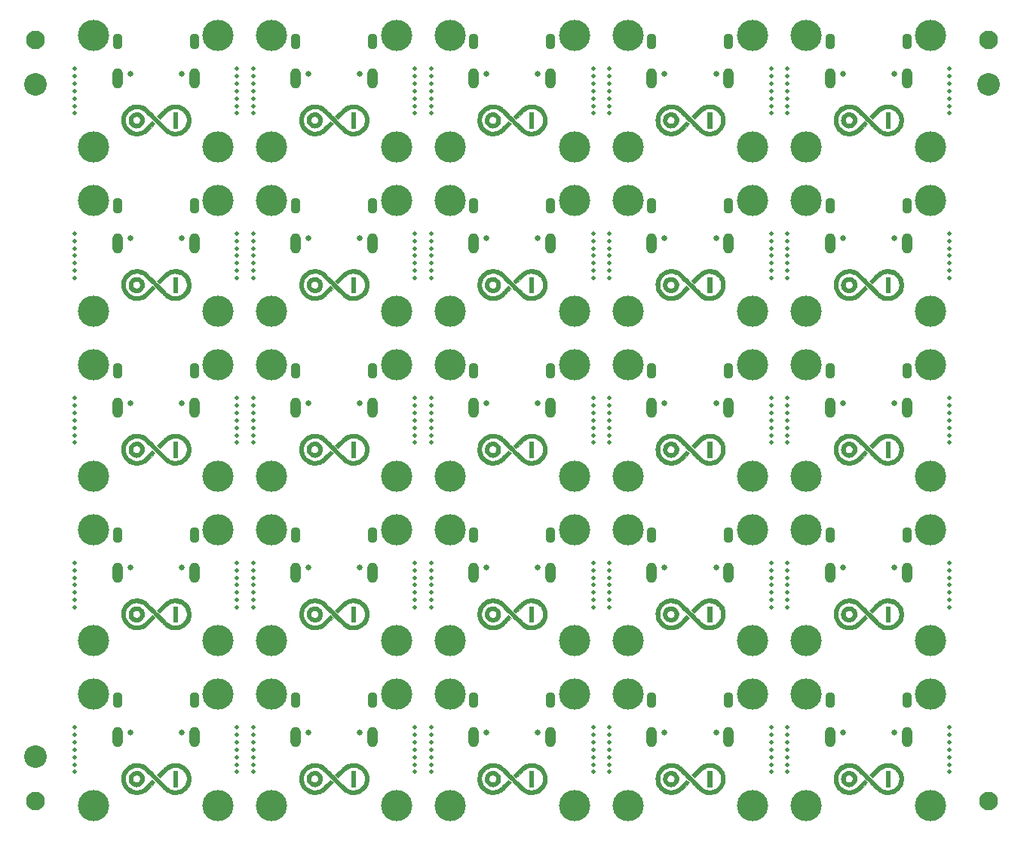
<source format=gbs>
%TF.GenerationSoftware,KiCad,Pcbnew,(6.0.9)*%
%TF.CreationDate,2022-12-08T00:33:12+08:00*%
%TF.ProjectId,without-power-switch-panelized,77697468-6f75-4742-9d70-6f7765722d73,rev?*%
%TF.SameCoordinates,PXe4e1c0PYe4e1c0*%
%TF.FileFunction,Soldermask,Bot*%
%TF.FilePolarity,Negative*%
%FSLAX46Y46*%
G04 Gerber Fmt 4.6, Leading zero omitted, Abs format (unit mm)*
G04 Created by KiCad (PCBNEW (6.0.9)) date 2022-12-08 00:33:12*
%MOMM*%
%LPD*%
G01*
G04 APERTURE LIST*
%ADD10C,0.010000*%
%ADD11C,0.500000*%
%ADD12C,3.500000*%
%ADD13C,0.650000*%
%ADD14O,1.100000X1.800000*%
%ADD15O,1.200000X2.300000*%
%ADD16C,2.100000*%
%ADD17C,2.540000*%
G04 APERTURE END LIST*
%TO.C,G\u002A\u002A\u002A*%
G36*
X78352165Y-46769923D02*
G01*
X78543506Y-46802168D01*
X78729691Y-46855760D01*
X78908989Y-46930065D01*
X79079669Y-47024449D01*
X79239999Y-47138279D01*
X79388248Y-47270919D01*
X79408600Y-47291603D01*
X79538089Y-47440284D01*
X79647102Y-47598578D01*
X79736895Y-47768517D01*
X79808722Y-47952135D01*
X79831075Y-48023277D01*
X79860874Y-48138440D01*
X79880529Y-48250692D01*
X79891358Y-48368416D01*
X79894676Y-48500000D01*
X79893599Y-48578193D01*
X79886103Y-48700747D01*
X79870335Y-48814286D01*
X79844980Y-48927197D01*
X79808722Y-49047864D01*
X79799463Y-49075154D01*
X79725133Y-49256683D01*
X79632657Y-49424824D01*
X79520780Y-49581612D01*
X79388248Y-49729080D01*
X79242996Y-49859453D01*
X79081384Y-49974760D01*
X78908832Y-50070300D01*
X78726752Y-50145393D01*
X78536558Y-50199364D01*
X78339664Y-50231534D01*
X78218330Y-50239647D01*
X78034224Y-50235373D01*
X77849940Y-50212268D01*
X77669802Y-50171167D01*
X77498138Y-50112906D01*
X77339273Y-50038320D01*
X77324062Y-50030011D01*
X77294947Y-50013963D01*
X77267522Y-49998357D01*
X77240882Y-49982358D01*
X77214127Y-49965128D01*
X77186354Y-49945829D01*
X77156661Y-49923625D01*
X77124144Y-49897679D01*
X77087903Y-49867154D01*
X77047034Y-49831212D01*
X77000635Y-49789017D01*
X76947805Y-49739732D01*
X76887640Y-49682519D01*
X76819238Y-49616542D01*
X76741697Y-49540962D01*
X76654116Y-49454945D01*
X76555590Y-49357651D01*
X76445219Y-49248245D01*
X76322099Y-49125890D01*
X76185329Y-48989747D01*
X76034006Y-48838981D01*
X75867228Y-48672753D01*
X75723173Y-48529288D01*
X75566525Y-48373574D01*
X75419318Y-48227567D01*
X75282172Y-48091873D01*
X75155708Y-47967101D01*
X75040546Y-47853857D01*
X74937307Y-47752750D01*
X74846611Y-47664386D01*
X74769079Y-47589374D01*
X74705332Y-47528320D01*
X74655989Y-47481833D01*
X74621672Y-47450520D01*
X74603000Y-47434988D01*
X74496982Y-47367330D01*
X74342622Y-47290759D01*
X74182398Y-47236396D01*
X74015471Y-47203973D01*
X73841000Y-47193225D01*
X73702134Y-47199637D01*
X73548593Y-47224253D01*
X73399994Y-47268565D01*
X73250872Y-47333875D01*
X73197164Y-47362361D01*
X73057431Y-47452246D01*
X72932768Y-47558140D01*
X72819955Y-47682648D01*
X72765950Y-47757786D01*
X72707409Y-47855599D01*
X72653412Y-47962055D01*
X72607727Y-48069669D01*
X72574124Y-48170954D01*
X72565856Y-48201712D01*
X72556632Y-48240317D01*
X72550186Y-48276586D01*
X72546027Y-48315604D01*
X72543664Y-48362455D01*
X72542606Y-48422226D01*
X72542362Y-48500000D01*
X72542467Y-48555980D01*
X72543222Y-48620752D01*
X72545131Y-48671040D01*
X72548685Y-48711928D01*
X72554374Y-48748502D01*
X72562690Y-48785846D01*
X72574124Y-48829045D01*
X72604126Y-48920774D01*
X72648871Y-49028123D01*
X72702270Y-49134993D01*
X72760555Y-49233898D01*
X72819955Y-49317351D01*
X72858622Y-49363359D01*
X72980694Y-49484777D01*
X73117630Y-49589286D01*
X73267486Y-49675526D01*
X73428312Y-49742139D01*
X73491193Y-49761417D01*
X73645443Y-49793017D01*
X73805904Y-49805822D01*
X73968286Y-49800122D01*
X74128297Y-49776208D01*
X74281647Y-49734369D01*
X74424046Y-49674894D01*
X74463507Y-49654420D01*
X74501337Y-49633099D01*
X74538480Y-49609847D01*
X74576620Y-49583207D01*
X74617442Y-49551724D01*
X74662631Y-49513940D01*
X74713871Y-49468400D01*
X74772847Y-49413647D01*
X74841243Y-49348224D01*
X74920744Y-49270676D01*
X75013035Y-49179545D01*
X75119799Y-49073375D01*
X75573097Y-48621615D01*
X75725935Y-48774676D01*
X75878773Y-48927738D01*
X75411182Y-49392723D01*
X75360962Y-49442627D01*
X75259352Y-49543245D01*
X75171425Y-49629590D01*
X75095437Y-49703161D01*
X75029641Y-49765462D01*
X74972292Y-49817993D01*
X74921644Y-49862257D01*
X74875952Y-49899755D01*
X74833470Y-49931989D01*
X74792452Y-49960461D01*
X74751153Y-49986673D01*
X74707827Y-50012125D01*
X74660728Y-50038320D01*
X74518876Y-50105751D01*
X74351547Y-50164458D01*
X74173504Y-50207385D01*
X73988934Y-50233318D01*
X73842600Y-50240340D01*
X73647836Y-50230076D01*
X73456495Y-50197831D01*
X73270310Y-50144239D01*
X73091012Y-50069934D01*
X72920332Y-49975550D01*
X72760002Y-49861720D01*
X72611753Y-49729080D01*
X72591401Y-49708396D01*
X72461912Y-49559715D01*
X72352899Y-49401421D01*
X72263106Y-49231482D01*
X72191279Y-49047864D01*
X72168926Y-48976722D01*
X72139127Y-48861559D01*
X72119472Y-48749308D01*
X72108643Y-48631583D01*
X72105325Y-48500000D01*
X72106402Y-48421807D01*
X72113898Y-48299253D01*
X72129666Y-48185713D01*
X72155021Y-48072802D01*
X72191279Y-47952135D01*
X72200538Y-47924845D01*
X72274868Y-47743317D01*
X72367344Y-47575175D01*
X72479221Y-47418387D01*
X72611753Y-47270919D01*
X72634318Y-47248659D01*
X72764497Y-47133561D01*
X72901806Y-47035450D01*
X73053338Y-46949157D01*
X73129364Y-46912272D01*
X73263094Y-46857578D01*
X73398586Y-46816273D01*
X73542504Y-46786479D01*
X73701509Y-46766316D01*
X73801174Y-46760371D01*
X73978801Y-46765459D01*
X74158604Y-46789160D01*
X74335550Y-46830447D01*
X74504602Y-46888295D01*
X74660728Y-46961679D01*
X74676171Y-46970115D01*
X74705292Y-46986166D01*
X74732721Y-47001772D01*
X74759362Y-47017772D01*
X74786116Y-47035000D01*
X74813887Y-47054296D01*
X74843576Y-47076496D01*
X74876085Y-47102437D01*
X74912318Y-47132956D01*
X74953177Y-47168890D01*
X74999564Y-47211077D01*
X75052382Y-47260354D01*
X75112532Y-47317558D01*
X75180918Y-47383525D01*
X75258442Y-47459094D01*
X75346006Y-47545100D01*
X75444513Y-47642382D01*
X75554865Y-47751777D01*
X75677965Y-47874121D01*
X75814714Y-48010252D01*
X75966016Y-48161007D01*
X76132773Y-48327223D01*
X76274660Y-48468540D01*
X76431765Y-48624722D01*
X76579357Y-48771123D01*
X76716821Y-48907144D01*
X76843544Y-49032183D01*
X76958913Y-49145639D01*
X77062312Y-49246911D01*
X77153130Y-49335399D01*
X77230751Y-49410501D01*
X77294563Y-49471616D01*
X77343951Y-49518144D01*
X77378301Y-49549484D01*
X77397000Y-49565034D01*
X77503101Y-49632719D01*
X77657471Y-49709276D01*
X77817673Y-49763623D01*
X77984564Y-49796031D01*
X78159000Y-49806774D01*
X78297867Y-49800363D01*
X78451408Y-49775746D01*
X78600007Y-49731434D01*
X78749129Y-49666125D01*
X78802837Y-49637638D01*
X78942570Y-49547753D01*
X79067233Y-49441859D01*
X79180046Y-49317351D01*
X79234051Y-49242213D01*
X79292592Y-49144400D01*
X79346589Y-49037944D01*
X79392274Y-48930330D01*
X79425877Y-48829045D01*
X79434145Y-48798287D01*
X79443369Y-48759682D01*
X79449815Y-48723413D01*
X79453974Y-48684395D01*
X79456337Y-48637544D01*
X79457395Y-48577774D01*
X79457639Y-48500000D01*
X79457534Y-48444019D01*
X79456779Y-48379247D01*
X79454870Y-48328959D01*
X79451316Y-48288071D01*
X79445627Y-48251497D01*
X79437311Y-48214154D01*
X79425877Y-48170954D01*
X79395875Y-48079225D01*
X79351130Y-47971876D01*
X79297731Y-47865006D01*
X79239446Y-47766101D01*
X79180046Y-47682648D01*
X79082336Y-47573521D01*
X78953621Y-47460567D01*
X78812669Y-47366402D01*
X78661105Y-47291806D01*
X78500555Y-47237558D01*
X78332645Y-47204438D01*
X78159001Y-47193225D01*
X78034934Y-47198584D01*
X77865793Y-47224636D01*
X77703625Y-47272560D01*
X77547628Y-47342609D01*
X77397000Y-47435039D01*
X77388682Y-47441369D01*
X77359400Y-47466401D01*
X77316487Y-47505297D01*
X77261758Y-47556329D01*
X77197029Y-47617765D01*
X77124116Y-47687878D01*
X77044834Y-47764935D01*
X76960999Y-47847207D01*
X76874427Y-47932965D01*
X76426899Y-48378381D01*
X76274064Y-48225321D01*
X76121228Y-48072261D01*
X76588819Y-47607277D01*
X76639039Y-47557372D01*
X76740649Y-47456754D01*
X76828576Y-47370410D01*
X76904564Y-47296838D01*
X76970360Y-47234537D01*
X77027709Y-47182006D01*
X77078357Y-47137742D01*
X77124049Y-47100244D01*
X77166531Y-47068010D01*
X77207549Y-47039538D01*
X77248848Y-47013327D01*
X77292174Y-46987874D01*
X77339273Y-46961679D01*
X77481125Y-46894248D01*
X77648454Y-46835541D01*
X77826497Y-46792614D01*
X78011067Y-46766681D01*
X78157401Y-46759659D01*
X78352165Y-46769923D01*
G37*
D10*
X78352165Y-46769923D02*
X78543506Y-46802168D01*
X78729691Y-46855760D01*
X78908989Y-46930065D01*
X79079669Y-47024449D01*
X79239999Y-47138279D01*
X79388248Y-47270919D01*
X79408600Y-47291603D01*
X79538089Y-47440284D01*
X79647102Y-47598578D01*
X79736895Y-47768517D01*
X79808722Y-47952135D01*
X79831075Y-48023277D01*
X79860874Y-48138440D01*
X79880529Y-48250692D01*
X79891358Y-48368416D01*
X79894676Y-48500000D01*
X79893599Y-48578193D01*
X79886103Y-48700747D01*
X79870335Y-48814286D01*
X79844980Y-48927197D01*
X79808722Y-49047864D01*
X79799463Y-49075154D01*
X79725133Y-49256683D01*
X79632657Y-49424824D01*
X79520780Y-49581612D01*
X79388248Y-49729080D01*
X79242996Y-49859453D01*
X79081384Y-49974760D01*
X78908832Y-50070300D01*
X78726752Y-50145393D01*
X78536558Y-50199364D01*
X78339664Y-50231534D01*
X78218330Y-50239647D01*
X78034224Y-50235373D01*
X77849940Y-50212268D01*
X77669802Y-50171167D01*
X77498138Y-50112906D01*
X77339273Y-50038320D01*
X77324062Y-50030011D01*
X77294947Y-50013963D01*
X77267522Y-49998357D01*
X77240882Y-49982358D01*
X77214127Y-49965128D01*
X77186354Y-49945829D01*
X77156661Y-49923625D01*
X77124144Y-49897679D01*
X77087903Y-49867154D01*
X77047034Y-49831212D01*
X77000635Y-49789017D01*
X76947805Y-49739732D01*
X76887640Y-49682519D01*
X76819238Y-49616542D01*
X76741697Y-49540962D01*
X76654116Y-49454945D01*
X76555590Y-49357651D01*
X76445219Y-49248245D01*
X76322099Y-49125890D01*
X76185329Y-48989747D01*
X76034006Y-48838981D01*
X75867228Y-48672753D01*
X75723173Y-48529288D01*
X75566525Y-48373574D01*
X75419318Y-48227567D01*
X75282172Y-48091873D01*
X75155708Y-47967101D01*
X75040546Y-47853857D01*
X74937307Y-47752750D01*
X74846611Y-47664386D01*
X74769079Y-47589374D01*
X74705332Y-47528320D01*
X74655989Y-47481833D01*
X74621672Y-47450520D01*
X74603000Y-47434988D01*
X74496982Y-47367330D01*
X74342622Y-47290759D01*
X74182398Y-47236396D01*
X74015471Y-47203973D01*
X73841000Y-47193225D01*
X73702134Y-47199637D01*
X73548593Y-47224253D01*
X73399994Y-47268565D01*
X73250872Y-47333875D01*
X73197164Y-47362361D01*
X73057431Y-47452246D01*
X72932768Y-47558140D01*
X72819955Y-47682648D01*
X72765950Y-47757786D01*
X72707409Y-47855599D01*
X72653412Y-47962055D01*
X72607727Y-48069669D01*
X72574124Y-48170954D01*
X72565856Y-48201712D01*
X72556632Y-48240317D01*
X72550186Y-48276586D01*
X72546027Y-48315604D01*
X72543664Y-48362455D01*
X72542606Y-48422226D01*
X72542362Y-48500000D01*
X72542467Y-48555980D01*
X72543222Y-48620752D01*
X72545131Y-48671040D01*
X72548685Y-48711928D01*
X72554374Y-48748502D01*
X72562690Y-48785846D01*
X72574124Y-48829045D01*
X72604126Y-48920774D01*
X72648871Y-49028123D01*
X72702270Y-49134993D01*
X72760555Y-49233898D01*
X72819955Y-49317351D01*
X72858622Y-49363359D01*
X72980694Y-49484777D01*
X73117630Y-49589286D01*
X73267486Y-49675526D01*
X73428312Y-49742139D01*
X73491193Y-49761417D01*
X73645443Y-49793017D01*
X73805904Y-49805822D01*
X73968286Y-49800122D01*
X74128297Y-49776208D01*
X74281647Y-49734369D01*
X74424046Y-49674894D01*
X74463507Y-49654420D01*
X74501337Y-49633099D01*
X74538480Y-49609847D01*
X74576620Y-49583207D01*
X74617442Y-49551724D01*
X74662631Y-49513940D01*
X74713871Y-49468400D01*
X74772847Y-49413647D01*
X74841243Y-49348224D01*
X74920744Y-49270676D01*
X75013035Y-49179545D01*
X75119799Y-49073375D01*
X75573097Y-48621615D01*
X75725935Y-48774676D01*
X75878773Y-48927738D01*
X75411182Y-49392723D01*
X75360962Y-49442627D01*
X75259352Y-49543245D01*
X75171425Y-49629590D01*
X75095437Y-49703161D01*
X75029641Y-49765462D01*
X74972292Y-49817993D01*
X74921644Y-49862257D01*
X74875952Y-49899755D01*
X74833470Y-49931989D01*
X74792452Y-49960461D01*
X74751153Y-49986673D01*
X74707827Y-50012125D01*
X74660728Y-50038320D01*
X74518876Y-50105751D01*
X74351547Y-50164458D01*
X74173504Y-50207385D01*
X73988934Y-50233318D01*
X73842600Y-50240340D01*
X73647836Y-50230076D01*
X73456495Y-50197831D01*
X73270310Y-50144239D01*
X73091012Y-50069934D01*
X72920332Y-49975550D01*
X72760002Y-49861720D01*
X72611753Y-49729080D01*
X72591401Y-49708396D01*
X72461912Y-49559715D01*
X72352899Y-49401421D01*
X72263106Y-49231482D01*
X72191279Y-49047864D01*
X72168926Y-48976722D01*
X72139127Y-48861559D01*
X72119472Y-48749308D01*
X72108643Y-48631583D01*
X72105325Y-48500000D01*
X72106402Y-48421807D01*
X72113898Y-48299253D01*
X72129666Y-48185713D01*
X72155021Y-48072802D01*
X72191279Y-47952135D01*
X72200538Y-47924845D01*
X72274868Y-47743317D01*
X72367344Y-47575175D01*
X72479221Y-47418387D01*
X72611753Y-47270919D01*
X72634318Y-47248659D01*
X72764497Y-47133561D01*
X72901806Y-47035450D01*
X73053338Y-46949157D01*
X73129364Y-46912272D01*
X73263094Y-46857578D01*
X73398586Y-46816273D01*
X73542504Y-46786479D01*
X73701509Y-46766316D01*
X73801174Y-46760371D01*
X73978801Y-46765459D01*
X74158604Y-46789160D01*
X74335550Y-46830447D01*
X74504602Y-46888295D01*
X74660728Y-46961679D01*
X74676171Y-46970115D01*
X74705292Y-46986166D01*
X74732721Y-47001772D01*
X74759362Y-47017772D01*
X74786116Y-47035000D01*
X74813887Y-47054296D01*
X74843576Y-47076496D01*
X74876085Y-47102437D01*
X74912318Y-47132956D01*
X74953177Y-47168890D01*
X74999564Y-47211077D01*
X75052382Y-47260354D01*
X75112532Y-47317558D01*
X75180918Y-47383525D01*
X75258442Y-47459094D01*
X75346006Y-47545100D01*
X75444513Y-47642382D01*
X75554865Y-47751777D01*
X75677965Y-47874121D01*
X75814714Y-48010252D01*
X75966016Y-48161007D01*
X76132773Y-48327223D01*
X76274660Y-48468540D01*
X76431765Y-48624722D01*
X76579357Y-48771123D01*
X76716821Y-48907144D01*
X76843544Y-49032183D01*
X76958913Y-49145639D01*
X77062312Y-49246911D01*
X77153130Y-49335399D01*
X77230751Y-49410501D01*
X77294563Y-49471616D01*
X77343951Y-49518144D01*
X77378301Y-49549484D01*
X77397000Y-49565034D01*
X77503101Y-49632719D01*
X77657471Y-49709276D01*
X77817673Y-49763623D01*
X77984564Y-49796031D01*
X78159000Y-49806774D01*
X78297867Y-49800363D01*
X78451408Y-49775746D01*
X78600007Y-49731434D01*
X78749129Y-49666125D01*
X78802837Y-49637638D01*
X78942570Y-49547753D01*
X79067233Y-49441859D01*
X79180046Y-49317351D01*
X79234051Y-49242213D01*
X79292592Y-49144400D01*
X79346589Y-49037944D01*
X79392274Y-48930330D01*
X79425877Y-48829045D01*
X79434145Y-48798287D01*
X79443369Y-48759682D01*
X79449815Y-48723413D01*
X79453974Y-48684395D01*
X79456337Y-48637544D01*
X79457395Y-48577774D01*
X79457639Y-48500000D01*
X79457534Y-48444019D01*
X79456779Y-48379247D01*
X79454870Y-48328959D01*
X79451316Y-48288071D01*
X79445627Y-48251497D01*
X79437311Y-48214154D01*
X79425877Y-48170954D01*
X79395875Y-48079225D01*
X79351130Y-47971876D01*
X79297731Y-47865006D01*
X79239446Y-47766101D01*
X79180046Y-47682648D01*
X79082336Y-47573521D01*
X78953621Y-47460567D01*
X78812669Y-47366402D01*
X78661105Y-47291806D01*
X78500555Y-47237558D01*
X78332645Y-47204438D01*
X78159001Y-47193225D01*
X78034934Y-47198584D01*
X77865793Y-47224636D01*
X77703625Y-47272560D01*
X77547628Y-47342609D01*
X77397000Y-47435039D01*
X77388682Y-47441369D01*
X77359400Y-47466401D01*
X77316487Y-47505297D01*
X77261758Y-47556329D01*
X77197029Y-47617765D01*
X77124116Y-47687878D01*
X77044834Y-47764935D01*
X76960999Y-47847207D01*
X76874427Y-47932965D01*
X76426899Y-48378381D01*
X76274064Y-48225321D01*
X76121228Y-48072261D01*
X76588819Y-47607277D01*
X76639039Y-47557372D01*
X76740649Y-47456754D01*
X76828576Y-47370410D01*
X76904564Y-47296838D01*
X76970360Y-47234537D01*
X77027709Y-47182006D01*
X77078357Y-47137742D01*
X77124049Y-47100244D01*
X77166531Y-47068010D01*
X77207549Y-47039538D01*
X77248848Y-47013327D01*
X77292174Y-46987874D01*
X77339273Y-46961679D01*
X77481125Y-46894248D01*
X77648454Y-46835541D01*
X77826497Y-46792614D01*
X78011067Y-46766681D01*
X78157401Y-46759659D01*
X78352165Y-46769923D01*
G36*
X74656134Y-48631464D02*
G01*
X74639122Y-48722674D01*
X74594247Y-48849244D01*
X74529125Y-48968410D01*
X74446502Y-49076043D01*
X74348594Y-49170021D01*
X74237617Y-49248220D01*
X74115786Y-49308520D01*
X73985319Y-49348797D01*
X73932358Y-49357450D01*
X73850644Y-49363563D01*
X73762949Y-49363898D01*
X73678517Y-49358489D01*
X73606598Y-49347372D01*
X73500585Y-49316282D01*
X73376562Y-49259282D01*
X73263501Y-49183843D01*
X73163432Y-49091888D01*
X73078386Y-48985340D01*
X73010392Y-48866124D01*
X72961481Y-48736161D01*
X72945791Y-48664540D01*
X72935086Y-48563464D01*
X72934779Y-48529249D01*
X73361245Y-48529249D01*
X73375507Y-48614502D01*
X73406993Y-48695890D01*
X73455714Y-48770545D01*
X73521677Y-48835598D01*
X73604892Y-48888181D01*
X73635286Y-48902646D01*
X73680964Y-48920448D01*
X73723853Y-48930007D01*
X73774563Y-48934202D01*
X73821001Y-48934541D01*
X73867692Y-48931923D01*
X73901793Y-48926842D01*
X73927124Y-48919427D01*
X74008721Y-48881583D01*
X74083994Y-48826388D01*
X74147699Y-48758236D01*
X74194590Y-48681522D01*
X74201997Y-48665096D01*
X74215505Y-48629939D01*
X74223312Y-48596127D01*
X74226906Y-48555525D01*
X74227773Y-48500000D01*
X74227656Y-48475261D01*
X74225866Y-48426741D01*
X74220750Y-48389860D01*
X74210820Y-48356483D01*
X74194590Y-48318478D01*
X74170826Y-48275347D01*
X74115528Y-48205090D01*
X74046852Y-48144113D01*
X73970917Y-48098439D01*
X73969193Y-48097640D01*
X73931827Y-48082187D01*
X73896821Y-48073009D01*
X73855710Y-48068565D01*
X73800032Y-48067314D01*
X73760757Y-48067531D01*
X73719666Y-48069928D01*
X73686332Y-48076578D01*
X73651839Y-48089488D01*
X73607269Y-48110663D01*
X73548012Y-48145402D01*
X73476278Y-48206954D01*
X73421726Y-48278983D01*
X73384364Y-48358621D01*
X73364201Y-48442999D01*
X73361245Y-48529249D01*
X72934779Y-48529249D01*
X72934132Y-48457180D01*
X72942931Y-48354400D01*
X72961481Y-48263838D01*
X72974802Y-48221351D01*
X73030739Y-48091660D01*
X73105448Y-47974813D01*
X73197823Y-47872105D01*
X73306755Y-47784833D01*
X73431137Y-47714291D01*
X73526958Y-47675134D01*
X73623673Y-47649320D01*
X73725344Y-47637122D01*
X73839729Y-47637073D01*
X73877549Y-47639317D01*
X74001554Y-47656078D01*
X74112873Y-47688006D01*
X74215720Y-47736988D01*
X74314307Y-47804909D01*
X74412849Y-47893655D01*
X74474586Y-47960355D01*
X74546305Y-48058066D01*
X74600148Y-48162022D01*
X74639122Y-48277326D01*
X74649473Y-48324395D01*
X74661309Y-48423073D01*
X74662930Y-48500000D01*
X74663530Y-48528514D01*
X74656134Y-48631464D01*
G37*
X74656134Y-48631464D02*
X74639122Y-48722674D01*
X74594247Y-48849244D01*
X74529125Y-48968410D01*
X74446502Y-49076043D01*
X74348594Y-49170021D01*
X74237617Y-49248220D01*
X74115786Y-49308520D01*
X73985319Y-49348797D01*
X73932358Y-49357450D01*
X73850644Y-49363563D01*
X73762949Y-49363898D01*
X73678517Y-49358489D01*
X73606598Y-49347372D01*
X73500585Y-49316282D01*
X73376562Y-49259282D01*
X73263501Y-49183843D01*
X73163432Y-49091888D01*
X73078386Y-48985340D01*
X73010392Y-48866124D01*
X72961481Y-48736161D01*
X72945791Y-48664540D01*
X72935086Y-48563464D01*
X72934779Y-48529249D01*
X73361245Y-48529249D01*
X73375507Y-48614502D01*
X73406993Y-48695890D01*
X73455714Y-48770545D01*
X73521677Y-48835598D01*
X73604892Y-48888181D01*
X73635286Y-48902646D01*
X73680964Y-48920448D01*
X73723853Y-48930007D01*
X73774563Y-48934202D01*
X73821001Y-48934541D01*
X73867692Y-48931923D01*
X73901793Y-48926842D01*
X73927124Y-48919427D01*
X74008721Y-48881583D01*
X74083994Y-48826388D01*
X74147699Y-48758236D01*
X74194590Y-48681522D01*
X74201997Y-48665096D01*
X74215505Y-48629939D01*
X74223312Y-48596127D01*
X74226906Y-48555525D01*
X74227773Y-48500000D01*
X74227656Y-48475261D01*
X74225866Y-48426741D01*
X74220750Y-48389860D01*
X74210820Y-48356483D01*
X74194590Y-48318478D01*
X74170826Y-48275347D01*
X74115528Y-48205090D01*
X74046852Y-48144113D01*
X73970917Y-48098439D01*
X73969193Y-48097640D01*
X73931827Y-48082187D01*
X73896821Y-48073009D01*
X73855710Y-48068565D01*
X73800032Y-48067314D01*
X73760757Y-48067531D01*
X73719666Y-48069928D01*
X73686332Y-48076578D01*
X73651839Y-48089488D01*
X73607269Y-48110663D01*
X73548012Y-48145402D01*
X73476278Y-48206954D01*
X73421726Y-48278983D01*
X73384364Y-48358621D01*
X73364201Y-48442999D01*
X73361245Y-48529249D01*
X72934779Y-48529249D01*
X72934132Y-48457180D01*
X72942931Y-48354400D01*
X72961481Y-48263838D01*
X72974802Y-48221351D01*
X73030739Y-48091660D01*
X73105448Y-47974813D01*
X73197823Y-47872105D01*
X73306755Y-47784833D01*
X73431137Y-47714291D01*
X73526958Y-47675134D01*
X73623673Y-47649320D01*
X73725344Y-47637122D01*
X73839729Y-47637073D01*
X73877549Y-47639317D01*
X74001554Y-47656078D01*
X74112873Y-47688006D01*
X74215720Y-47736988D01*
X74314307Y-47804909D01*
X74412849Y-47893655D01*
X74474586Y-47960355D01*
X74546305Y-48058066D01*
X74600148Y-48162022D01*
X74639122Y-48277326D01*
X74649473Y-48324395D01*
X74661309Y-48423073D01*
X74662930Y-48500000D01*
X74663530Y-48528514D01*
X74656134Y-48631464D01*
G36*
X78378364Y-49365909D02*
G01*
X77939637Y-49365909D01*
X77939637Y-47634091D01*
X78378364Y-47634091D01*
X78378364Y-49365909D01*
G37*
X78378364Y-49365909D02*
X77939637Y-49365909D01*
X77939637Y-47634091D01*
X78378364Y-47634091D01*
X78378364Y-49365909D01*
G36*
X98378364Y-49365909D02*
G01*
X97939637Y-49365909D01*
X97939637Y-47634091D01*
X98378364Y-47634091D01*
X98378364Y-49365909D01*
G37*
X98378364Y-49365909D02*
X97939637Y-49365909D01*
X97939637Y-47634091D01*
X98378364Y-47634091D01*
X98378364Y-49365909D01*
G36*
X94656134Y-48631464D02*
G01*
X94639122Y-48722674D01*
X94594247Y-48849244D01*
X94529125Y-48968410D01*
X94446502Y-49076043D01*
X94348594Y-49170021D01*
X94237617Y-49248220D01*
X94115786Y-49308520D01*
X93985319Y-49348797D01*
X93932358Y-49357450D01*
X93850644Y-49363563D01*
X93762949Y-49363898D01*
X93678517Y-49358489D01*
X93606598Y-49347372D01*
X93500585Y-49316282D01*
X93376562Y-49259282D01*
X93263501Y-49183843D01*
X93163432Y-49091888D01*
X93078386Y-48985340D01*
X93010392Y-48866124D01*
X92961481Y-48736161D01*
X92945791Y-48664540D01*
X92935086Y-48563464D01*
X92934779Y-48529249D01*
X93361245Y-48529249D01*
X93375507Y-48614502D01*
X93406993Y-48695890D01*
X93455714Y-48770545D01*
X93521677Y-48835598D01*
X93604892Y-48888181D01*
X93635286Y-48902646D01*
X93680964Y-48920448D01*
X93723853Y-48930007D01*
X93774563Y-48934202D01*
X93821001Y-48934541D01*
X93867692Y-48931923D01*
X93901793Y-48926842D01*
X93927124Y-48919427D01*
X94008721Y-48881583D01*
X94083994Y-48826388D01*
X94147699Y-48758236D01*
X94194590Y-48681522D01*
X94201997Y-48665096D01*
X94215505Y-48629939D01*
X94223312Y-48596127D01*
X94226906Y-48555525D01*
X94227773Y-48500000D01*
X94227656Y-48475261D01*
X94225866Y-48426741D01*
X94220750Y-48389860D01*
X94210820Y-48356483D01*
X94194590Y-48318478D01*
X94170826Y-48275347D01*
X94115528Y-48205090D01*
X94046852Y-48144113D01*
X93970917Y-48098439D01*
X93969193Y-48097640D01*
X93931827Y-48082187D01*
X93896821Y-48073009D01*
X93855710Y-48068565D01*
X93800032Y-48067314D01*
X93760757Y-48067531D01*
X93719666Y-48069928D01*
X93686332Y-48076578D01*
X93651839Y-48089488D01*
X93607269Y-48110663D01*
X93548012Y-48145402D01*
X93476278Y-48206954D01*
X93421726Y-48278983D01*
X93384364Y-48358621D01*
X93364201Y-48442999D01*
X93361245Y-48529249D01*
X92934779Y-48529249D01*
X92934132Y-48457180D01*
X92942931Y-48354400D01*
X92961481Y-48263838D01*
X92974802Y-48221351D01*
X93030739Y-48091660D01*
X93105448Y-47974813D01*
X93197823Y-47872105D01*
X93306755Y-47784833D01*
X93431137Y-47714291D01*
X93526958Y-47675134D01*
X93623673Y-47649320D01*
X93725344Y-47637122D01*
X93839729Y-47637073D01*
X93877549Y-47639317D01*
X94001554Y-47656078D01*
X94112873Y-47688006D01*
X94215720Y-47736988D01*
X94314307Y-47804909D01*
X94412849Y-47893655D01*
X94474586Y-47960355D01*
X94546305Y-48058066D01*
X94600148Y-48162022D01*
X94639122Y-48277326D01*
X94649473Y-48324395D01*
X94661309Y-48423073D01*
X94662930Y-48500000D01*
X94663530Y-48528514D01*
X94656134Y-48631464D01*
G37*
X94656134Y-48631464D02*
X94639122Y-48722674D01*
X94594247Y-48849244D01*
X94529125Y-48968410D01*
X94446502Y-49076043D01*
X94348594Y-49170021D01*
X94237617Y-49248220D01*
X94115786Y-49308520D01*
X93985319Y-49348797D01*
X93932358Y-49357450D01*
X93850644Y-49363563D01*
X93762949Y-49363898D01*
X93678517Y-49358489D01*
X93606598Y-49347372D01*
X93500585Y-49316282D01*
X93376562Y-49259282D01*
X93263501Y-49183843D01*
X93163432Y-49091888D01*
X93078386Y-48985340D01*
X93010392Y-48866124D01*
X92961481Y-48736161D01*
X92945791Y-48664540D01*
X92935086Y-48563464D01*
X92934779Y-48529249D01*
X93361245Y-48529249D01*
X93375507Y-48614502D01*
X93406993Y-48695890D01*
X93455714Y-48770545D01*
X93521677Y-48835598D01*
X93604892Y-48888181D01*
X93635286Y-48902646D01*
X93680964Y-48920448D01*
X93723853Y-48930007D01*
X93774563Y-48934202D01*
X93821001Y-48934541D01*
X93867692Y-48931923D01*
X93901793Y-48926842D01*
X93927124Y-48919427D01*
X94008721Y-48881583D01*
X94083994Y-48826388D01*
X94147699Y-48758236D01*
X94194590Y-48681522D01*
X94201997Y-48665096D01*
X94215505Y-48629939D01*
X94223312Y-48596127D01*
X94226906Y-48555525D01*
X94227773Y-48500000D01*
X94227656Y-48475261D01*
X94225866Y-48426741D01*
X94220750Y-48389860D01*
X94210820Y-48356483D01*
X94194590Y-48318478D01*
X94170826Y-48275347D01*
X94115528Y-48205090D01*
X94046852Y-48144113D01*
X93970917Y-48098439D01*
X93969193Y-48097640D01*
X93931827Y-48082187D01*
X93896821Y-48073009D01*
X93855710Y-48068565D01*
X93800032Y-48067314D01*
X93760757Y-48067531D01*
X93719666Y-48069928D01*
X93686332Y-48076578D01*
X93651839Y-48089488D01*
X93607269Y-48110663D01*
X93548012Y-48145402D01*
X93476278Y-48206954D01*
X93421726Y-48278983D01*
X93384364Y-48358621D01*
X93364201Y-48442999D01*
X93361245Y-48529249D01*
X92934779Y-48529249D01*
X92934132Y-48457180D01*
X92942931Y-48354400D01*
X92961481Y-48263838D01*
X92974802Y-48221351D01*
X93030739Y-48091660D01*
X93105448Y-47974813D01*
X93197823Y-47872105D01*
X93306755Y-47784833D01*
X93431137Y-47714291D01*
X93526958Y-47675134D01*
X93623673Y-47649320D01*
X93725344Y-47637122D01*
X93839729Y-47637073D01*
X93877549Y-47639317D01*
X94001554Y-47656078D01*
X94112873Y-47688006D01*
X94215720Y-47736988D01*
X94314307Y-47804909D01*
X94412849Y-47893655D01*
X94474586Y-47960355D01*
X94546305Y-48058066D01*
X94600148Y-48162022D01*
X94639122Y-48277326D01*
X94649473Y-48324395D01*
X94661309Y-48423073D01*
X94662930Y-48500000D01*
X94663530Y-48528514D01*
X94656134Y-48631464D01*
G36*
X98352165Y-46769923D02*
G01*
X98543506Y-46802168D01*
X98729691Y-46855760D01*
X98908989Y-46930065D01*
X99079669Y-47024449D01*
X99239999Y-47138279D01*
X99388248Y-47270919D01*
X99408600Y-47291603D01*
X99538089Y-47440284D01*
X99647102Y-47598578D01*
X99736895Y-47768517D01*
X99808722Y-47952135D01*
X99831075Y-48023277D01*
X99860874Y-48138440D01*
X99880529Y-48250692D01*
X99891358Y-48368416D01*
X99894676Y-48500000D01*
X99893599Y-48578193D01*
X99886103Y-48700747D01*
X99870335Y-48814286D01*
X99844980Y-48927197D01*
X99808722Y-49047864D01*
X99799463Y-49075154D01*
X99725133Y-49256683D01*
X99632657Y-49424824D01*
X99520780Y-49581612D01*
X99388248Y-49729080D01*
X99242996Y-49859453D01*
X99081384Y-49974760D01*
X98908832Y-50070300D01*
X98726752Y-50145393D01*
X98536558Y-50199364D01*
X98339664Y-50231534D01*
X98218330Y-50239647D01*
X98034224Y-50235373D01*
X97849940Y-50212268D01*
X97669802Y-50171167D01*
X97498138Y-50112906D01*
X97339273Y-50038320D01*
X97324062Y-50030011D01*
X97294947Y-50013963D01*
X97267522Y-49998357D01*
X97240882Y-49982358D01*
X97214127Y-49965128D01*
X97186354Y-49945829D01*
X97156661Y-49923625D01*
X97124144Y-49897679D01*
X97087903Y-49867154D01*
X97047034Y-49831212D01*
X97000635Y-49789017D01*
X96947805Y-49739732D01*
X96887640Y-49682519D01*
X96819238Y-49616542D01*
X96741697Y-49540962D01*
X96654116Y-49454945D01*
X96555590Y-49357651D01*
X96445219Y-49248245D01*
X96322099Y-49125890D01*
X96185329Y-48989747D01*
X96034006Y-48838981D01*
X95867228Y-48672753D01*
X95723173Y-48529288D01*
X95566525Y-48373574D01*
X95419318Y-48227567D01*
X95282172Y-48091873D01*
X95155708Y-47967101D01*
X95040546Y-47853857D01*
X94937307Y-47752750D01*
X94846611Y-47664386D01*
X94769079Y-47589374D01*
X94705332Y-47528320D01*
X94655989Y-47481833D01*
X94621672Y-47450520D01*
X94603000Y-47434988D01*
X94496982Y-47367330D01*
X94342622Y-47290759D01*
X94182398Y-47236396D01*
X94015471Y-47203973D01*
X93841000Y-47193225D01*
X93702134Y-47199637D01*
X93548593Y-47224253D01*
X93399994Y-47268565D01*
X93250872Y-47333875D01*
X93197164Y-47362361D01*
X93057431Y-47452246D01*
X92932768Y-47558140D01*
X92819955Y-47682648D01*
X92765950Y-47757786D01*
X92707409Y-47855599D01*
X92653412Y-47962055D01*
X92607727Y-48069669D01*
X92574124Y-48170954D01*
X92565856Y-48201712D01*
X92556632Y-48240317D01*
X92550186Y-48276586D01*
X92546027Y-48315604D01*
X92543664Y-48362455D01*
X92542606Y-48422226D01*
X92542362Y-48500000D01*
X92542467Y-48555980D01*
X92543222Y-48620752D01*
X92545131Y-48671040D01*
X92548685Y-48711928D01*
X92554374Y-48748502D01*
X92562690Y-48785846D01*
X92574124Y-48829045D01*
X92604126Y-48920774D01*
X92648871Y-49028123D01*
X92702270Y-49134993D01*
X92760555Y-49233898D01*
X92819955Y-49317351D01*
X92858622Y-49363359D01*
X92980694Y-49484777D01*
X93117630Y-49589286D01*
X93267486Y-49675526D01*
X93428312Y-49742139D01*
X93491193Y-49761417D01*
X93645443Y-49793017D01*
X93805904Y-49805822D01*
X93968286Y-49800122D01*
X94128297Y-49776208D01*
X94281647Y-49734369D01*
X94424046Y-49674894D01*
X94463507Y-49654420D01*
X94501337Y-49633099D01*
X94538480Y-49609847D01*
X94576620Y-49583207D01*
X94617442Y-49551724D01*
X94662631Y-49513940D01*
X94713871Y-49468400D01*
X94772847Y-49413647D01*
X94841243Y-49348224D01*
X94920744Y-49270676D01*
X95013035Y-49179545D01*
X95119799Y-49073375D01*
X95573097Y-48621615D01*
X95725935Y-48774676D01*
X95878773Y-48927738D01*
X95411182Y-49392723D01*
X95360962Y-49442627D01*
X95259352Y-49543245D01*
X95171425Y-49629590D01*
X95095437Y-49703161D01*
X95029641Y-49765462D01*
X94972292Y-49817993D01*
X94921644Y-49862257D01*
X94875952Y-49899755D01*
X94833470Y-49931989D01*
X94792452Y-49960461D01*
X94751153Y-49986673D01*
X94707827Y-50012125D01*
X94660728Y-50038320D01*
X94518876Y-50105751D01*
X94351547Y-50164458D01*
X94173504Y-50207385D01*
X93988934Y-50233318D01*
X93842600Y-50240340D01*
X93647836Y-50230076D01*
X93456495Y-50197831D01*
X93270310Y-50144239D01*
X93091012Y-50069934D01*
X92920332Y-49975550D01*
X92760002Y-49861720D01*
X92611753Y-49729080D01*
X92591401Y-49708396D01*
X92461912Y-49559715D01*
X92352899Y-49401421D01*
X92263106Y-49231482D01*
X92191279Y-49047864D01*
X92168926Y-48976722D01*
X92139127Y-48861559D01*
X92119472Y-48749308D01*
X92108643Y-48631583D01*
X92105325Y-48500000D01*
X92106402Y-48421807D01*
X92113898Y-48299253D01*
X92129666Y-48185713D01*
X92155021Y-48072802D01*
X92191279Y-47952135D01*
X92200538Y-47924845D01*
X92274868Y-47743317D01*
X92367344Y-47575175D01*
X92479221Y-47418387D01*
X92611753Y-47270919D01*
X92634318Y-47248659D01*
X92764497Y-47133561D01*
X92901806Y-47035450D01*
X93053338Y-46949157D01*
X93129364Y-46912272D01*
X93263094Y-46857578D01*
X93398586Y-46816273D01*
X93542504Y-46786479D01*
X93701509Y-46766316D01*
X93801174Y-46760371D01*
X93978801Y-46765459D01*
X94158604Y-46789160D01*
X94335550Y-46830447D01*
X94504602Y-46888295D01*
X94660728Y-46961679D01*
X94676171Y-46970115D01*
X94705292Y-46986166D01*
X94732721Y-47001772D01*
X94759362Y-47017772D01*
X94786116Y-47035000D01*
X94813887Y-47054296D01*
X94843576Y-47076496D01*
X94876085Y-47102437D01*
X94912318Y-47132956D01*
X94953177Y-47168890D01*
X94999564Y-47211077D01*
X95052382Y-47260354D01*
X95112532Y-47317558D01*
X95180918Y-47383525D01*
X95258442Y-47459094D01*
X95346006Y-47545100D01*
X95444513Y-47642382D01*
X95554865Y-47751777D01*
X95677965Y-47874121D01*
X95814714Y-48010252D01*
X95966016Y-48161007D01*
X96132773Y-48327223D01*
X96274660Y-48468540D01*
X96431765Y-48624722D01*
X96579357Y-48771123D01*
X96716821Y-48907144D01*
X96843544Y-49032183D01*
X96958913Y-49145639D01*
X97062312Y-49246911D01*
X97153130Y-49335399D01*
X97230751Y-49410501D01*
X97294563Y-49471616D01*
X97343951Y-49518144D01*
X97378301Y-49549484D01*
X97397000Y-49565034D01*
X97503101Y-49632719D01*
X97657471Y-49709276D01*
X97817673Y-49763623D01*
X97984564Y-49796031D01*
X98159000Y-49806774D01*
X98297867Y-49800363D01*
X98451408Y-49775746D01*
X98600007Y-49731434D01*
X98749129Y-49666125D01*
X98802837Y-49637638D01*
X98942570Y-49547753D01*
X99067233Y-49441859D01*
X99180046Y-49317351D01*
X99234051Y-49242213D01*
X99292592Y-49144400D01*
X99346589Y-49037944D01*
X99392274Y-48930330D01*
X99425877Y-48829045D01*
X99434145Y-48798287D01*
X99443369Y-48759682D01*
X99449815Y-48723413D01*
X99453974Y-48684395D01*
X99456337Y-48637544D01*
X99457395Y-48577774D01*
X99457639Y-48500000D01*
X99457534Y-48444019D01*
X99456779Y-48379247D01*
X99454870Y-48328959D01*
X99451316Y-48288071D01*
X99445627Y-48251497D01*
X99437311Y-48214154D01*
X99425877Y-48170954D01*
X99395875Y-48079225D01*
X99351130Y-47971876D01*
X99297731Y-47865006D01*
X99239446Y-47766101D01*
X99180046Y-47682648D01*
X99082336Y-47573521D01*
X98953621Y-47460567D01*
X98812669Y-47366402D01*
X98661105Y-47291806D01*
X98500555Y-47237558D01*
X98332645Y-47204438D01*
X98159001Y-47193225D01*
X98034934Y-47198584D01*
X97865793Y-47224636D01*
X97703625Y-47272560D01*
X97547628Y-47342609D01*
X97397000Y-47435039D01*
X97388682Y-47441369D01*
X97359400Y-47466401D01*
X97316487Y-47505297D01*
X97261758Y-47556329D01*
X97197029Y-47617765D01*
X97124116Y-47687878D01*
X97044834Y-47764935D01*
X96960999Y-47847207D01*
X96874427Y-47932965D01*
X96426899Y-48378381D01*
X96274064Y-48225321D01*
X96121228Y-48072261D01*
X96588819Y-47607277D01*
X96639039Y-47557372D01*
X96740649Y-47456754D01*
X96828576Y-47370410D01*
X96904564Y-47296838D01*
X96970360Y-47234537D01*
X97027709Y-47182006D01*
X97078357Y-47137742D01*
X97124049Y-47100244D01*
X97166531Y-47068010D01*
X97207549Y-47039538D01*
X97248848Y-47013327D01*
X97292174Y-46987874D01*
X97339273Y-46961679D01*
X97481125Y-46894248D01*
X97648454Y-46835541D01*
X97826497Y-46792614D01*
X98011067Y-46766681D01*
X98157401Y-46759659D01*
X98352165Y-46769923D01*
G37*
X98352165Y-46769923D02*
X98543506Y-46802168D01*
X98729691Y-46855760D01*
X98908989Y-46930065D01*
X99079669Y-47024449D01*
X99239999Y-47138279D01*
X99388248Y-47270919D01*
X99408600Y-47291603D01*
X99538089Y-47440284D01*
X99647102Y-47598578D01*
X99736895Y-47768517D01*
X99808722Y-47952135D01*
X99831075Y-48023277D01*
X99860874Y-48138440D01*
X99880529Y-48250692D01*
X99891358Y-48368416D01*
X99894676Y-48500000D01*
X99893599Y-48578193D01*
X99886103Y-48700747D01*
X99870335Y-48814286D01*
X99844980Y-48927197D01*
X99808722Y-49047864D01*
X99799463Y-49075154D01*
X99725133Y-49256683D01*
X99632657Y-49424824D01*
X99520780Y-49581612D01*
X99388248Y-49729080D01*
X99242996Y-49859453D01*
X99081384Y-49974760D01*
X98908832Y-50070300D01*
X98726752Y-50145393D01*
X98536558Y-50199364D01*
X98339664Y-50231534D01*
X98218330Y-50239647D01*
X98034224Y-50235373D01*
X97849940Y-50212268D01*
X97669802Y-50171167D01*
X97498138Y-50112906D01*
X97339273Y-50038320D01*
X97324062Y-50030011D01*
X97294947Y-50013963D01*
X97267522Y-49998357D01*
X97240882Y-49982358D01*
X97214127Y-49965128D01*
X97186354Y-49945829D01*
X97156661Y-49923625D01*
X97124144Y-49897679D01*
X97087903Y-49867154D01*
X97047034Y-49831212D01*
X97000635Y-49789017D01*
X96947805Y-49739732D01*
X96887640Y-49682519D01*
X96819238Y-49616542D01*
X96741697Y-49540962D01*
X96654116Y-49454945D01*
X96555590Y-49357651D01*
X96445219Y-49248245D01*
X96322099Y-49125890D01*
X96185329Y-48989747D01*
X96034006Y-48838981D01*
X95867228Y-48672753D01*
X95723173Y-48529288D01*
X95566525Y-48373574D01*
X95419318Y-48227567D01*
X95282172Y-48091873D01*
X95155708Y-47967101D01*
X95040546Y-47853857D01*
X94937307Y-47752750D01*
X94846611Y-47664386D01*
X94769079Y-47589374D01*
X94705332Y-47528320D01*
X94655989Y-47481833D01*
X94621672Y-47450520D01*
X94603000Y-47434988D01*
X94496982Y-47367330D01*
X94342622Y-47290759D01*
X94182398Y-47236396D01*
X94015471Y-47203973D01*
X93841000Y-47193225D01*
X93702134Y-47199637D01*
X93548593Y-47224253D01*
X93399994Y-47268565D01*
X93250872Y-47333875D01*
X93197164Y-47362361D01*
X93057431Y-47452246D01*
X92932768Y-47558140D01*
X92819955Y-47682648D01*
X92765950Y-47757786D01*
X92707409Y-47855599D01*
X92653412Y-47962055D01*
X92607727Y-48069669D01*
X92574124Y-48170954D01*
X92565856Y-48201712D01*
X92556632Y-48240317D01*
X92550186Y-48276586D01*
X92546027Y-48315604D01*
X92543664Y-48362455D01*
X92542606Y-48422226D01*
X92542362Y-48500000D01*
X92542467Y-48555980D01*
X92543222Y-48620752D01*
X92545131Y-48671040D01*
X92548685Y-48711928D01*
X92554374Y-48748502D01*
X92562690Y-48785846D01*
X92574124Y-48829045D01*
X92604126Y-48920774D01*
X92648871Y-49028123D01*
X92702270Y-49134993D01*
X92760555Y-49233898D01*
X92819955Y-49317351D01*
X92858622Y-49363359D01*
X92980694Y-49484777D01*
X93117630Y-49589286D01*
X93267486Y-49675526D01*
X93428312Y-49742139D01*
X93491193Y-49761417D01*
X93645443Y-49793017D01*
X93805904Y-49805822D01*
X93968286Y-49800122D01*
X94128297Y-49776208D01*
X94281647Y-49734369D01*
X94424046Y-49674894D01*
X94463507Y-49654420D01*
X94501337Y-49633099D01*
X94538480Y-49609847D01*
X94576620Y-49583207D01*
X94617442Y-49551724D01*
X94662631Y-49513940D01*
X94713871Y-49468400D01*
X94772847Y-49413647D01*
X94841243Y-49348224D01*
X94920744Y-49270676D01*
X95013035Y-49179545D01*
X95119799Y-49073375D01*
X95573097Y-48621615D01*
X95725935Y-48774676D01*
X95878773Y-48927738D01*
X95411182Y-49392723D01*
X95360962Y-49442627D01*
X95259352Y-49543245D01*
X95171425Y-49629590D01*
X95095437Y-49703161D01*
X95029641Y-49765462D01*
X94972292Y-49817993D01*
X94921644Y-49862257D01*
X94875952Y-49899755D01*
X94833470Y-49931989D01*
X94792452Y-49960461D01*
X94751153Y-49986673D01*
X94707827Y-50012125D01*
X94660728Y-50038320D01*
X94518876Y-50105751D01*
X94351547Y-50164458D01*
X94173504Y-50207385D01*
X93988934Y-50233318D01*
X93842600Y-50240340D01*
X93647836Y-50230076D01*
X93456495Y-50197831D01*
X93270310Y-50144239D01*
X93091012Y-50069934D01*
X92920332Y-49975550D01*
X92760002Y-49861720D01*
X92611753Y-49729080D01*
X92591401Y-49708396D01*
X92461912Y-49559715D01*
X92352899Y-49401421D01*
X92263106Y-49231482D01*
X92191279Y-49047864D01*
X92168926Y-48976722D01*
X92139127Y-48861559D01*
X92119472Y-48749308D01*
X92108643Y-48631583D01*
X92105325Y-48500000D01*
X92106402Y-48421807D01*
X92113898Y-48299253D01*
X92129666Y-48185713D01*
X92155021Y-48072802D01*
X92191279Y-47952135D01*
X92200538Y-47924845D01*
X92274868Y-47743317D01*
X92367344Y-47575175D01*
X92479221Y-47418387D01*
X92611753Y-47270919D01*
X92634318Y-47248659D01*
X92764497Y-47133561D01*
X92901806Y-47035450D01*
X93053338Y-46949157D01*
X93129364Y-46912272D01*
X93263094Y-46857578D01*
X93398586Y-46816273D01*
X93542504Y-46786479D01*
X93701509Y-46766316D01*
X93801174Y-46760371D01*
X93978801Y-46765459D01*
X94158604Y-46789160D01*
X94335550Y-46830447D01*
X94504602Y-46888295D01*
X94660728Y-46961679D01*
X94676171Y-46970115D01*
X94705292Y-46986166D01*
X94732721Y-47001772D01*
X94759362Y-47017772D01*
X94786116Y-47035000D01*
X94813887Y-47054296D01*
X94843576Y-47076496D01*
X94876085Y-47102437D01*
X94912318Y-47132956D01*
X94953177Y-47168890D01*
X94999564Y-47211077D01*
X95052382Y-47260354D01*
X95112532Y-47317558D01*
X95180918Y-47383525D01*
X95258442Y-47459094D01*
X95346006Y-47545100D01*
X95444513Y-47642382D01*
X95554865Y-47751777D01*
X95677965Y-47874121D01*
X95814714Y-48010252D01*
X95966016Y-48161007D01*
X96132773Y-48327223D01*
X96274660Y-48468540D01*
X96431765Y-48624722D01*
X96579357Y-48771123D01*
X96716821Y-48907144D01*
X96843544Y-49032183D01*
X96958913Y-49145639D01*
X97062312Y-49246911D01*
X97153130Y-49335399D01*
X97230751Y-49410501D01*
X97294563Y-49471616D01*
X97343951Y-49518144D01*
X97378301Y-49549484D01*
X97397000Y-49565034D01*
X97503101Y-49632719D01*
X97657471Y-49709276D01*
X97817673Y-49763623D01*
X97984564Y-49796031D01*
X98159000Y-49806774D01*
X98297867Y-49800363D01*
X98451408Y-49775746D01*
X98600007Y-49731434D01*
X98749129Y-49666125D01*
X98802837Y-49637638D01*
X98942570Y-49547753D01*
X99067233Y-49441859D01*
X99180046Y-49317351D01*
X99234051Y-49242213D01*
X99292592Y-49144400D01*
X99346589Y-49037944D01*
X99392274Y-48930330D01*
X99425877Y-48829045D01*
X99434145Y-48798287D01*
X99443369Y-48759682D01*
X99449815Y-48723413D01*
X99453974Y-48684395D01*
X99456337Y-48637544D01*
X99457395Y-48577774D01*
X99457639Y-48500000D01*
X99457534Y-48444019D01*
X99456779Y-48379247D01*
X99454870Y-48328959D01*
X99451316Y-48288071D01*
X99445627Y-48251497D01*
X99437311Y-48214154D01*
X99425877Y-48170954D01*
X99395875Y-48079225D01*
X99351130Y-47971876D01*
X99297731Y-47865006D01*
X99239446Y-47766101D01*
X99180046Y-47682648D01*
X99082336Y-47573521D01*
X98953621Y-47460567D01*
X98812669Y-47366402D01*
X98661105Y-47291806D01*
X98500555Y-47237558D01*
X98332645Y-47204438D01*
X98159001Y-47193225D01*
X98034934Y-47198584D01*
X97865793Y-47224636D01*
X97703625Y-47272560D01*
X97547628Y-47342609D01*
X97397000Y-47435039D01*
X97388682Y-47441369D01*
X97359400Y-47466401D01*
X97316487Y-47505297D01*
X97261758Y-47556329D01*
X97197029Y-47617765D01*
X97124116Y-47687878D01*
X97044834Y-47764935D01*
X96960999Y-47847207D01*
X96874427Y-47932965D01*
X96426899Y-48378381D01*
X96274064Y-48225321D01*
X96121228Y-48072261D01*
X96588819Y-47607277D01*
X96639039Y-47557372D01*
X96740649Y-47456754D01*
X96828576Y-47370410D01*
X96904564Y-47296838D01*
X96970360Y-47234537D01*
X97027709Y-47182006D01*
X97078357Y-47137742D01*
X97124049Y-47100244D01*
X97166531Y-47068010D01*
X97207549Y-47039538D01*
X97248848Y-47013327D01*
X97292174Y-46987874D01*
X97339273Y-46961679D01*
X97481125Y-46894248D01*
X97648454Y-46835541D01*
X97826497Y-46792614D01*
X98011067Y-46766681D01*
X98157401Y-46759659D01*
X98352165Y-46769923D01*
G36*
X18352165Y-65269923D02*
G01*
X18543506Y-65302168D01*
X18729691Y-65355760D01*
X18908989Y-65430065D01*
X19079669Y-65524449D01*
X19239999Y-65638279D01*
X19388248Y-65770919D01*
X19408600Y-65791603D01*
X19538089Y-65940284D01*
X19647102Y-66098578D01*
X19736895Y-66268517D01*
X19808722Y-66452135D01*
X19831075Y-66523277D01*
X19860874Y-66638440D01*
X19880529Y-66750692D01*
X19891358Y-66868416D01*
X19894676Y-67000000D01*
X19893599Y-67078193D01*
X19886103Y-67200747D01*
X19870335Y-67314286D01*
X19844980Y-67427197D01*
X19808722Y-67547864D01*
X19799463Y-67575154D01*
X19725133Y-67756683D01*
X19632657Y-67924824D01*
X19520780Y-68081612D01*
X19388248Y-68229080D01*
X19242996Y-68359453D01*
X19081384Y-68474760D01*
X18908832Y-68570300D01*
X18726752Y-68645393D01*
X18536558Y-68699364D01*
X18339664Y-68731534D01*
X18218330Y-68739647D01*
X18034224Y-68735373D01*
X17849940Y-68712268D01*
X17669802Y-68671167D01*
X17498138Y-68612906D01*
X17339273Y-68538320D01*
X17324062Y-68530011D01*
X17294947Y-68513963D01*
X17267522Y-68498357D01*
X17240882Y-68482358D01*
X17214127Y-68465128D01*
X17186354Y-68445829D01*
X17156661Y-68423625D01*
X17124144Y-68397679D01*
X17087903Y-68367154D01*
X17047034Y-68331212D01*
X17000635Y-68289017D01*
X16947805Y-68239732D01*
X16887640Y-68182519D01*
X16819238Y-68116542D01*
X16741697Y-68040962D01*
X16654116Y-67954945D01*
X16555590Y-67857651D01*
X16445219Y-67748245D01*
X16322099Y-67625890D01*
X16185329Y-67489747D01*
X16034006Y-67338981D01*
X15867228Y-67172753D01*
X15723173Y-67029288D01*
X15566525Y-66873574D01*
X15419318Y-66727567D01*
X15282172Y-66591873D01*
X15155708Y-66467101D01*
X15040546Y-66353857D01*
X14937307Y-66252750D01*
X14846611Y-66164386D01*
X14769079Y-66089374D01*
X14705332Y-66028320D01*
X14655989Y-65981833D01*
X14621672Y-65950520D01*
X14603000Y-65934988D01*
X14496982Y-65867330D01*
X14342622Y-65790759D01*
X14182398Y-65736396D01*
X14015471Y-65703973D01*
X13841000Y-65693225D01*
X13702134Y-65699637D01*
X13548593Y-65724253D01*
X13399994Y-65768565D01*
X13250872Y-65833875D01*
X13197164Y-65862361D01*
X13057431Y-65952246D01*
X12932768Y-66058140D01*
X12819955Y-66182648D01*
X12765950Y-66257786D01*
X12707409Y-66355599D01*
X12653412Y-66462055D01*
X12607727Y-66569669D01*
X12574124Y-66670954D01*
X12565856Y-66701712D01*
X12556632Y-66740317D01*
X12550186Y-66776586D01*
X12546027Y-66815604D01*
X12543664Y-66862455D01*
X12542606Y-66922226D01*
X12542362Y-67000000D01*
X12542467Y-67055980D01*
X12543222Y-67120752D01*
X12545131Y-67171040D01*
X12548685Y-67211928D01*
X12554374Y-67248502D01*
X12562690Y-67285846D01*
X12574124Y-67329045D01*
X12604126Y-67420774D01*
X12648871Y-67528123D01*
X12702270Y-67634993D01*
X12760555Y-67733898D01*
X12819955Y-67817351D01*
X12858622Y-67863359D01*
X12980694Y-67984777D01*
X13117630Y-68089286D01*
X13267486Y-68175526D01*
X13428312Y-68242139D01*
X13491193Y-68261417D01*
X13645443Y-68293017D01*
X13805904Y-68305822D01*
X13968286Y-68300122D01*
X14128297Y-68276208D01*
X14281647Y-68234369D01*
X14424046Y-68174894D01*
X14463507Y-68154420D01*
X14501337Y-68133099D01*
X14538480Y-68109847D01*
X14576620Y-68083207D01*
X14617442Y-68051724D01*
X14662631Y-68013940D01*
X14713871Y-67968400D01*
X14772847Y-67913647D01*
X14841243Y-67848224D01*
X14920744Y-67770676D01*
X15013035Y-67679545D01*
X15119799Y-67573375D01*
X15573097Y-67121615D01*
X15725935Y-67274676D01*
X15878773Y-67427738D01*
X15411182Y-67892723D01*
X15360962Y-67942627D01*
X15259352Y-68043245D01*
X15171425Y-68129590D01*
X15095437Y-68203161D01*
X15029641Y-68265462D01*
X14972292Y-68317993D01*
X14921644Y-68362257D01*
X14875952Y-68399755D01*
X14833470Y-68431989D01*
X14792452Y-68460461D01*
X14751153Y-68486673D01*
X14707827Y-68512125D01*
X14660728Y-68538320D01*
X14518876Y-68605751D01*
X14351547Y-68664458D01*
X14173504Y-68707385D01*
X13988934Y-68733318D01*
X13842600Y-68740340D01*
X13647836Y-68730076D01*
X13456495Y-68697831D01*
X13270310Y-68644239D01*
X13091012Y-68569934D01*
X12920332Y-68475550D01*
X12760002Y-68361720D01*
X12611753Y-68229080D01*
X12591401Y-68208396D01*
X12461912Y-68059715D01*
X12352899Y-67901421D01*
X12263106Y-67731482D01*
X12191279Y-67547864D01*
X12168926Y-67476722D01*
X12139127Y-67361559D01*
X12119472Y-67249308D01*
X12108643Y-67131583D01*
X12105325Y-67000000D01*
X12106402Y-66921807D01*
X12113898Y-66799253D01*
X12129666Y-66685713D01*
X12155021Y-66572802D01*
X12191279Y-66452135D01*
X12200538Y-66424845D01*
X12274868Y-66243317D01*
X12367344Y-66075175D01*
X12479221Y-65918387D01*
X12611753Y-65770919D01*
X12634318Y-65748659D01*
X12764497Y-65633561D01*
X12901806Y-65535450D01*
X13053338Y-65449157D01*
X13129364Y-65412272D01*
X13263094Y-65357578D01*
X13398586Y-65316273D01*
X13542504Y-65286479D01*
X13701509Y-65266316D01*
X13801174Y-65260371D01*
X13978801Y-65265459D01*
X14158604Y-65289160D01*
X14335550Y-65330447D01*
X14504602Y-65388295D01*
X14660728Y-65461679D01*
X14676171Y-65470115D01*
X14705292Y-65486166D01*
X14732721Y-65501772D01*
X14759362Y-65517772D01*
X14786116Y-65535000D01*
X14813887Y-65554296D01*
X14843576Y-65576496D01*
X14876085Y-65602437D01*
X14912318Y-65632956D01*
X14953177Y-65668890D01*
X14999564Y-65711077D01*
X15052382Y-65760354D01*
X15112532Y-65817558D01*
X15180918Y-65883525D01*
X15258442Y-65959094D01*
X15346006Y-66045100D01*
X15444513Y-66142382D01*
X15554865Y-66251777D01*
X15677965Y-66374121D01*
X15814714Y-66510252D01*
X15966016Y-66661007D01*
X16132773Y-66827223D01*
X16274660Y-66968540D01*
X16431765Y-67124722D01*
X16579357Y-67271123D01*
X16716821Y-67407144D01*
X16843544Y-67532183D01*
X16958913Y-67645639D01*
X17062312Y-67746911D01*
X17153130Y-67835399D01*
X17230751Y-67910501D01*
X17294563Y-67971616D01*
X17343951Y-68018144D01*
X17378301Y-68049484D01*
X17397000Y-68065034D01*
X17503101Y-68132719D01*
X17657471Y-68209276D01*
X17817673Y-68263623D01*
X17984564Y-68296031D01*
X18159000Y-68306774D01*
X18297867Y-68300363D01*
X18451408Y-68275746D01*
X18600007Y-68231434D01*
X18749129Y-68166125D01*
X18802837Y-68137638D01*
X18942570Y-68047753D01*
X19067233Y-67941859D01*
X19180046Y-67817351D01*
X19234051Y-67742213D01*
X19292592Y-67644400D01*
X19346589Y-67537944D01*
X19392274Y-67430330D01*
X19425877Y-67329045D01*
X19434145Y-67298287D01*
X19443369Y-67259682D01*
X19449815Y-67223413D01*
X19453974Y-67184395D01*
X19456337Y-67137544D01*
X19457395Y-67077774D01*
X19457639Y-67000000D01*
X19457534Y-66944019D01*
X19456779Y-66879247D01*
X19454870Y-66828959D01*
X19451316Y-66788071D01*
X19445627Y-66751497D01*
X19437311Y-66714154D01*
X19425877Y-66670954D01*
X19395875Y-66579225D01*
X19351130Y-66471876D01*
X19297731Y-66365006D01*
X19239446Y-66266101D01*
X19180046Y-66182648D01*
X19082336Y-66073521D01*
X18953621Y-65960567D01*
X18812669Y-65866402D01*
X18661105Y-65791806D01*
X18500555Y-65737558D01*
X18332645Y-65704438D01*
X18159001Y-65693225D01*
X18034934Y-65698584D01*
X17865793Y-65724636D01*
X17703625Y-65772560D01*
X17547628Y-65842609D01*
X17397000Y-65935039D01*
X17388682Y-65941369D01*
X17359400Y-65966401D01*
X17316487Y-66005297D01*
X17261758Y-66056329D01*
X17197029Y-66117765D01*
X17124116Y-66187878D01*
X17044834Y-66264935D01*
X16960999Y-66347207D01*
X16874427Y-66432965D01*
X16426899Y-66878381D01*
X16274064Y-66725321D01*
X16121228Y-66572261D01*
X16588819Y-66107277D01*
X16639039Y-66057372D01*
X16740649Y-65956754D01*
X16828576Y-65870410D01*
X16904564Y-65796838D01*
X16970360Y-65734537D01*
X17027709Y-65682006D01*
X17078357Y-65637742D01*
X17124049Y-65600244D01*
X17166531Y-65568010D01*
X17207549Y-65539538D01*
X17248848Y-65513327D01*
X17292174Y-65487874D01*
X17339273Y-65461679D01*
X17481125Y-65394248D01*
X17648454Y-65335541D01*
X17826497Y-65292614D01*
X18011067Y-65266681D01*
X18157401Y-65259659D01*
X18352165Y-65269923D01*
G37*
X18352165Y-65269923D02*
X18543506Y-65302168D01*
X18729691Y-65355760D01*
X18908989Y-65430065D01*
X19079669Y-65524449D01*
X19239999Y-65638279D01*
X19388248Y-65770919D01*
X19408600Y-65791603D01*
X19538089Y-65940284D01*
X19647102Y-66098578D01*
X19736895Y-66268517D01*
X19808722Y-66452135D01*
X19831075Y-66523277D01*
X19860874Y-66638440D01*
X19880529Y-66750692D01*
X19891358Y-66868416D01*
X19894676Y-67000000D01*
X19893599Y-67078193D01*
X19886103Y-67200747D01*
X19870335Y-67314286D01*
X19844980Y-67427197D01*
X19808722Y-67547864D01*
X19799463Y-67575154D01*
X19725133Y-67756683D01*
X19632657Y-67924824D01*
X19520780Y-68081612D01*
X19388248Y-68229080D01*
X19242996Y-68359453D01*
X19081384Y-68474760D01*
X18908832Y-68570300D01*
X18726752Y-68645393D01*
X18536558Y-68699364D01*
X18339664Y-68731534D01*
X18218330Y-68739647D01*
X18034224Y-68735373D01*
X17849940Y-68712268D01*
X17669802Y-68671167D01*
X17498138Y-68612906D01*
X17339273Y-68538320D01*
X17324062Y-68530011D01*
X17294947Y-68513963D01*
X17267522Y-68498357D01*
X17240882Y-68482358D01*
X17214127Y-68465128D01*
X17186354Y-68445829D01*
X17156661Y-68423625D01*
X17124144Y-68397679D01*
X17087903Y-68367154D01*
X17047034Y-68331212D01*
X17000635Y-68289017D01*
X16947805Y-68239732D01*
X16887640Y-68182519D01*
X16819238Y-68116542D01*
X16741697Y-68040962D01*
X16654116Y-67954945D01*
X16555590Y-67857651D01*
X16445219Y-67748245D01*
X16322099Y-67625890D01*
X16185329Y-67489747D01*
X16034006Y-67338981D01*
X15867228Y-67172753D01*
X15723173Y-67029288D01*
X15566525Y-66873574D01*
X15419318Y-66727567D01*
X15282172Y-66591873D01*
X15155708Y-66467101D01*
X15040546Y-66353857D01*
X14937307Y-66252750D01*
X14846611Y-66164386D01*
X14769079Y-66089374D01*
X14705332Y-66028320D01*
X14655989Y-65981833D01*
X14621672Y-65950520D01*
X14603000Y-65934988D01*
X14496982Y-65867330D01*
X14342622Y-65790759D01*
X14182398Y-65736396D01*
X14015471Y-65703973D01*
X13841000Y-65693225D01*
X13702134Y-65699637D01*
X13548593Y-65724253D01*
X13399994Y-65768565D01*
X13250872Y-65833875D01*
X13197164Y-65862361D01*
X13057431Y-65952246D01*
X12932768Y-66058140D01*
X12819955Y-66182648D01*
X12765950Y-66257786D01*
X12707409Y-66355599D01*
X12653412Y-66462055D01*
X12607727Y-66569669D01*
X12574124Y-66670954D01*
X12565856Y-66701712D01*
X12556632Y-66740317D01*
X12550186Y-66776586D01*
X12546027Y-66815604D01*
X12543664Y-66862455D01*
X12542606Y-66922226D01*
X12542362Y-67000000D01*
X12542467Y-67055980D01*
X12543222Y-67120752D01*
X12545131Y-67171040D01*
X12548685Y-67211928D01*
X12554374Y-67248502D01*
X12562690Y-67285846D01*
X12574124Y-67329045D01*
X12604126Y-67420774D01*
X12648871Y-67528123D01*
X12702270Y-67634993D01*
X12760555Y-67733898D01*
X12819955Y-67817351D01*
X12858622Y-67863359D01*
X12980694Y-67984777D01*
X13117630Y-68089286D01*
X13267486Y-68175526D01*
X13428312Y-68242139D01*
X13491193Y-68261417D01*
X13645443Y-68293017D01*
X13805904Y-68305822D01*
X13968286Y-68300122D01*
X14128297Y-68276208D01*
X14281647Y-68234369D01*
X14424046Y-68174894D01*
X14463507Y-68154420D01*
X14501337Y-68133099D01*
X14538480Y-68109847D01*
X14576620Y-68083207D01*
X14617442Y-68051724D01*
X14662631Y-68013940D01*
X14713871Y-67968400D01*
X14772847Y-67913647D01*
X14841243Y-67848224D01*
X14920744Y-67770676D01*
X15013035Y-67679545D01*
X15119799Y-67573375D01*
X15573097Y-67121615D01*
X15725935Y-67274676D01*
X15878773Y-67427738D01*
X15411182Y-67892723D01*
X15360962Y-67942627D01*
X15259352Y-68043245D01*
X15171425Y-68129590D01*
X15095437Y-68203161D01*
X15029641Y-68265462D01*
X14972292Y-68317993D01*
X14921644Y-68362257D01*
X14875952Y-68399755D01*
X14833470Y-68431989D01*
X14792452Y-68460461D01*
X14751153Y-68486673D01*
X14707827Y-68512125D01*
X14660728Y-68538320D01*
X14518876Y-68605751D01*
X14351547Y-68664458D01*
X14173504Y-68707385D01*
X13988934Y-68733318D01*
X13842600Y-68740340D01*
X13647836Y-68730076D01*
X13456495Y-68697831D01*
X13270310Y-68644239D01*
X13091012Y-68569934D01*
X12920332Y-68475550D01*
X12760002Y-68361720D01*
X12611753Y-68229080D01*
X12591401Y-68208396D01*
X12461912Y-68059715D01*
X12352899Y-67901421D01*
X12263106Y-67731482D01*
X12191279Y-67547864D01*
X12168926Y-67476722D01*
X12139127Y-67361559D01*
X12119472Y-67249308D01*
X12108643Y-67131583D01*
X12105325Y-67000000D01*
X12106402Y-66921807D01*
X12113898Y-66799253D01*
X12129666Y-66685713D01*
X12155021Y-66572802D01*
X12191279Y-66452135D01*
X12200538Y-66424845D01*
X12274868Y-66243317D01*
X12367344Y-66075175D01*
X12479221Y-65918387D01*
X12611753Y-65770919D01*
X12634318Y-65748659D01*
X12764497Y-65633561D01*
X12901806Y-65535450D01*
X13053338Y-65449157D01*
X13129364Y-65412272D01*
X13263094Y-65357578D01*
X13398586Y-65316273D01*
X13542504Y-65286479D01*
X13701509Y-65266316D01*
X13801174Y-65260371D01*
X13978801Y-65265459D01*
X14158604Y-65289160D01*
X14335550Y-65330447D01*
X14504602Y-65388295D01*
X14660728Y-65461679D01*
X14676171Y-65470115D01*
X14705292Y-65486166D01*
X14732721Y-65501772D01*
X14759362Y-65517772D01*
X14786116Y-65535000D01*
X14813887Y-65554296D01*
X14843576Y-65576496D01*
X14876085Y-65602437D01*
X14912318Y-65632956D01*
X14953177Y-65668890D01*
X14999564Y-65711077D01*
X15052382Y-65760354D01*
X15112532Y-65817558D01*
X15180918Y-65883525D01*
X15258442Y-65959094D01*
X15346006Y-66045100D01*
X15444513Y-66142382D01*
X15554865Y-66251777D01*
X15677965Y-66374121D01*
X15814714Y-66510252D01*
X15966016Y-66661007D01*
X16132773Y-66827223D01*
X16274660Y-66968540D01*
X16431765Y-67124722D01*
X16579357Y-67271123D01*
X16716821Y-67407144D01*
X16843544Y-67532183D01*
X16958913Y-67645639D01*
X17062312Y-67746911D01*
X17153130Y-67835399D01*
X17230751Y-67910501D01*
X17294563Y-67971616D01*
X17343951Y-68018144D01*
X17378301Y-68049484D01*
X17397000Y-68065034D01*
X17503101Y-68132719D01*
X17657471Y-68209276D01*
X17817673Y-68263623D01*
X17984564Y-68296031D01*
X18159000Y-68306774D01*
X18297867Y-68300363D01*
X18451408Y-68275746D01*
X18600007Y-68231434D01*
X18749129Y-68166125D01*
X18802837Y-68137638D01*
X18942570Y-68047753D01*
X19067233Y-67941859D01*
X19180046Y-67817351D01*
X19234051Y-67742213D01*
X19292592Y-67644400D01*
X19346589Y-67537944D01*
X19392274Y-67430330D01*
X19425877Y-67329045D01*
X19434145Y-67298287D01*
X19443369Y-67259682D01*
X19449815Y-67223413D01*
X19453974Y-67184395D01*
X19456337Y-67137544D01*
X19457395Y-67077774D01*
X19457639Y-67000000D01*
X19457534Y-66944019D01*
X19456779Y-66879247D01*
X19454870Y-66828959D01*
X19451316Y-66788071D01*
X19445627Y-66751497D01*
X19437311Y-66714154D01*
X19425877Y-66670954D01*
X19395875Y-66579225D01*
X19351130Y-66471876D01*
X19297731Y-66365006D01*
X19239446Y-66266101D01*
X19180046Y-66182648D01*
X19082336Y-66073521D01*
X18953621Y-65960567D01*
X18812669Y-65866402D01*
X18661105Y-65791806D01*
X18500555Y-65737558D01*
X18332645Y-65704438D01*
X18159001Y-65693225D01*
X18034934Y-65698584D01*
X17865793Y-65724636D01*
X17703625Y-65772560D01*
X17547628Y-65842609D01*
X17397000Y-65935039D01*
X17388682Y-65941369D01*
X17359400Y-65966401D01*
X17316487Y-66005297D01*
X17261758Y-66056329D01*
X17197029Y-66117765D01*
X17124116Y-66187878D01*
X17044834Y-66264935D01*
X16960999Y-66347207D01*
X16874427Y-66432965D01*
X16426899Y-66878381D01*
X16274064Y-66725321D01*
X16121228Y-66572261D01*
X16588819Y-66107277D01*
X16639039Y-66057372D01*
X16740649Y-65956754D01*
X16828576Y-65870410D01*
X16904564Y-65796838D01*
X16970360Y-65734537D01*
X17027709Y-65682006D01*
X17078357Y-65637742D01*
X17124049Y-65600244D01*
X17166531Y-65568010D01*
X17207549Y-65539538D01*
X17248848Y-65513327D01*
X17292174Y-65487874D01*
X17339273Y-65461679D01*
X17481125Y-65394248D01*
X17648454Y-65335541D01*
X17826497Y-65292614D01*
X18011067Y-65266681D01*
X18157401Y-65259659D01*
X18352165Y-65269923D01*
G36*
X18378364Y-67865909D02*
G01*
X17939637Y-67865909D01*
X17939637Y-66134091D01*
X18378364Y-66134091D01*
X18378364Y-67865909D01*
G37*
X18378364Y-67865909D02*
X17939637Y-67865909D01*
X17939637Y-66134091D01*
X18378364Y-66134091D01*
X18378364Y-67865909D01*
G36*
X14656134Y-67131464D02*
G01*
X14639122Y-67222674D01*
X14594247Y-67349244D01*
X14529125Y-67468410D01*
X14446502Y-67576043D01*
X14348594Y-67670021D01*
X14237617Y-67748220D01*
X14115786Y-67808520D01*
X13985319Y-67848797D01*
X13932358Y-67857450D01*
X13850644Y-67863563D01*
X13762949Y-67863898D01*
X13678517Y-67858489D01*
X13606598Y-67847372D01*
X13500585Y-67816282D01*
X13376562Y-67759282D01*
X13263501Y-67683843D01*
X13163432Y-67591888D01*
X13078386Y-67485340D01*
X13010392Y-67366124D01*
X12961481Y-67236161D01*
X12945791Y-67164540D01*
X12935086Y-67063464D01*
X12934779Y-67029249D01*
X13361245Y-67029249D01*
X13375507Y-67114502D01*
X13406993Y-67195890D01*
X13455714Y-67270545D01*
X13521677Y-67335598D01*
X13604892Y-67388181D01*
X13635286Y-67402646D01*
X13680964Y-67420448D01*
X13723853Y-67430007D01*
X13774563Y-67434202D01*
X13821001Y-67434541D01*
X13867692Y-67431923D01*
X13901793Y-67426842D01*
X13927124Y-67419427D01*
X14008721Y-67381583D01*
X14083994Y-67326388D01*
X14147699Y-67258236D01*
X14194590Y-67181522D01*
X14201997Y-67165096D01*
X14215505Y-67129939D01*
X14223312Y-67096127D01*
X14226906Y-67055525D01*
X14227773Y-67000000D01*
X14227656Y-66975261D01*
X14225866Y-66926741D01*
X14220750Y-66889860D01*
X14210820Y-66856483D01*
X14194590Y-66818478D01*
X14170826Y-66775347D01*
X14115528Y-66705090D01*
X14046852Y-66644113D01*
X13970917Y-66598439D01*
X13969193Y-66597640D01*
X13931827Y-66582187D01*
X13896821Y-66573009D01*
X13855710Y-66568565D01*
X13800032Y-66567314D01*
X13760757Y-66567531D01*
X13719666Y-66569928D01*
X13686332Y-66576578D01*
X13651839Y-66589488D01*
X13607269Y-66610663D01*
X13548012Y-66645402D01*
X13476278Y-66706954D01*
X13421726Y-66778983D01*
X13384364Y-66858621D01*
X13364201Y-66942999D01*
X13361245Y-67029249D01*
X12934779Y-67029249D01*
X12934132Y-66957180D01*
X12942931Y-66854400D01*
X12961481Y-66763838D01*
X12974802Y-66721351D01*
X13030739Y-66591660D01*
X13105448Y-66474813D01*
X13197823Y-66372105D01*
X13306755Y-66284833D01*
X13431137Y-66214291D01*
X13526958Y-66175134D01*
X13623673Y-66149320D01*
X13725344Y-66137122D01*
X13839729Y-66137073D01*
X13877549Y-66139317D01*
X14001554Y-66156078D01*
X14112873Y-66188006D01*
X14215720Y-66236988D01*
X14314307Y-66304909D01*
X14412849Y-66393655D01*
X14474586Y-66460355D01*
X14546305Y-66558066D01*
X14600148Y-66662022D01*
X14639122Y-66777326D01*
X14649473Y-66824395D01*
X14661309Y-66923073D01*
X14662930Y-67000000D01*
X14663530Y-67028514D01*
X14656134Y-67131464D01*
G37*
X14656134Y-67131464D02*
X14639122Y-67222674D01*
X14594247Y-67349244D01*
X14529125Y-67468410D01*
X14446502Y-67576043D01*
X14348594Y-67670021D01*
X14237617Y-67748220D01*
X14115786Y-67808520D01*
X13985319Y-67848797D01*
X13932358Y-67857450D01*
X13850644Y-67863563D01*
X13762949Y-67863898D01*
X13678517Y-67858489D01*
X13606598Y-67847372D01*
X13500585Y-67816282D01*
X13376562Y-67759282D01*
X13263501Y-67683843D01*
X13163432Y-67591888D01*
X13078386Y-67485340D01*
X13010392Y-67366124D01*
X12961481Y-67236161D01*
X12945791Y-67164540D01*
X12935086Y-67063464D01*
X12934779Y-67029249D01*
X13361245Y-67029249D01*
X13375507Y-67114502D01*
X13406993Y-67195890D01*
X13455714Y-67270545D01*
X13521677Y-67335598D01*
X13604892Y-67388181D01*
X13635286Y-67402646D01*
X13680964Y-67420448D01*
X13723853Y-67430007D01*
X13774563Y-67434202D01*
X13821001Y-67434541D01*
X13867692Y-67431923D01*
X13901793Y-67426842D01*
X13927124Y-67419427D01*
X14008721Y-67381583D01*
X14083994Y-67326388D01*
X14147699Y-67258236D01*
X14194590Y-67181522D01*
X14201997Y-67165096D01*
X14215505Y-67129939D01*
X14223312Y-67096127D01*
X14226906Y-67055525D01*
X14227773Y-67000000D01*
X14227656Y-66975261D01*
X14225866Y-66926741D01*
X14220750Y-66889860D01*
X14210820Y-66856483D01*
X14194590Y-66818478D01*
X14170826Y-66775347D01*
X14115528Y-66705090D01*
X14046852Y-66644113D01*
X13970917Y-66598439D01*
X13969193Y-66597640D01*
X13931827Y-66582187D01*
X13896821Y-66573009D01*
X13855710Y-66568565D01*
X13800032Y-66567314D01*
X13760757Y-66567531D01*
X13719666Y-66569928D01*
X13686332Y-66576578D01*
X13651839Y-66589488D01*
X13607269Y-66610663D01*
X13548012Y-66645402D01*
X13476278Y-66706954D01*
X13421726Y-66778983D01*
X13384364Y-66858621D01*
X13364201Y-66942999D01*
X13361245Y-67029249D01*
X12934779Y-67029249D01*
X12934132Y-66957180D01*
X12942931Y-66854400D01*
X12961481Y-66763838D01*
X12974802Y-66721351D01*
X13030739Y-66591660D01*
X13105448Y-66474813D01*
X13197823Y-66372105D01*
X13306755Y-66284833D01*
X13431137Y-66214291D01*
X13526958Y-66175134D01*
X13623673Y-66149320D01*
X13725344Y-66137122D01*
X13839729Y-66137073D01*
X13877549Y-66139317D01*
X14001554Y-66156078D01*
X14112873Y-66188006D01*
X14215720Y-66236988D01*
X14314307Y-66304909D01*
X14412849Y-66393655D01*
X14474586Y-66460355D01*
X14546305Y-66558066D01*
X14600148Y-66662022D01*
X14639122Y-66777326D01*
X14649473Y-66824395D01*
X14661309Y-66923073D01*
X14662930Y-67000000D01*
X14663530Y-67028514D01*
X14656134Y-67131464D01*
G36*
X14656134Y-11631464D02*
G01*
X14639122Y-11722674D01*
X14594247Y-11849244D01*
X14529125Y-11968410D01*
X14446502Y-12076043D01*
X14348594Y-12170021D01*
X14237617Y-12248220D01*
X14115786Y-12308520D01*
X13985319Y-12348797D01*
X13932358Y-12357450D01*
X13850644Y-12363563D01*
X13762949Y-12363898D01*
X13678517Y-12358489D01*
X13606598Y-12347372D01*
X13500585Y-12316282D01*
X13376562Y-12259282D01*
X13263501Y-12183843D01*
X13163432Y-12091888D01*
X13078386Y-11985340D01*
X13010392Y-11866124D01*
X12961481Y-11736161D01*
X12945791Y-11664540D01*
X12935086Y-11563464D01*
X12934779Y-11529249D01*
X13361245Y-11529249D01*
X13375507Y-11614502D01*
X13406993Y-11695890D01*
X13455714Y-11770545D01*
X13521677Y-11835598D01*
X13604892Y-11888181D01*
X13635286Y-11902646D01*
X13680964Y-11920448D01*
X13723853Y-11930007D01*
X13774563Y-11934202D01*
X13821001Y-11934541D01*
X13867692Y-11931923D01*
X13901793Y-11926842D01*
X13927124Y-11919427D01*
X14008721Y-11881583D01*
X14083994Y-11826388D01*
X14147699Y-11758236D01*
X14194590Y-11681522D01*
X14201997Y-11665096D01*
X14215505Y-11629939D01*
X14223312Y-11596127D01*
X14226906Y-11555525D01*
X14227773Y-11500000D01*
X14227656Y-11475261D01*
X14225866Y-11426741D01*
X14220750Y-11389860D01*
X14210820Y-11356483D01*
X14194590Y-11318478D01*
X14170826Y-11275347D01*
X14115528Y-11205090D01*
X14046852Y-11144113D01*
X13970917Y-11098439D01*
X13969193Y-11097640D01*
X13931827Y-11082187D01*
X13896821Y-11073009D01*
X13855710Y-11068565D01*
X13800032Y-11067314D01*
X13760757Y-11067531D01*
X13719666Y-11069928D01*
X13686332Y-11076578D01*
X13651839Y-11089488D01*
X13607269Y-11110663D01*
X13548012Y-11145402D01*
X13476278Y-11206954D01*
X13421726Y-11278983D01*
X13384364Y-11358621D01*
X13364201Y-11442999D01*
X13361245Y-11529249D01*
X12934779Y-11529249D01*
X12934132Y-11457180D01*
X12942931Y-11354400D01*
X12961481Y-11263838D01*
X12974802Y-11221351D01*
X13030739Y-11091660D01*
X13105448Y-10974813D01*
X13197823Y-10872105D01*
X13306755Y-10784833D01*
X13431137Y-10714291D01*
X13526958Y-10675134D01*
X13623673Y-10649320D01*
X13725344Y-10637122D01*
X13839729Y-10637073D01*
X13877549Y-10639317D01*
X14001554Y-10656078D01*
X14112873Y-10688006D01*
X14215720Y-10736988D01*
X14314307Y-10804909D01*
X14412849Y-10893655D01*
X14474586Y-10960355D01*
X14546305Y-11058066D01*
X14600148Y-11162022D01*
X14639122Y-11277326D01*
X14649473Y-11324395D01*
X14661309Y-11423073D01*
X14662930Y-11500000D01*
X14663530Y-11528514D01*
X14656134Y-11631464D01*
G37*
X14656134Y-11631464D02*
X14639122Y-11722674D01*
X14594247Y-11849244D01*
X14529125Y-11968410D01*
X14446502Y-12076043D01*
X14348594Y-12170021D01*
X14237617Y-12248220D01*
X14115786Y-12308520D01*
X13985319Y-12348797D01*
X13932358Y-12357450D01*
X13850644Y-12363563D01*
X13762949Y-12363898D01*
X13678517Y-12358489D01*
X13606598Y-12347372D01*
X13500585Y-12316282D01*
X13376562Y-12259282D01*
X13263501Y-12183843D01*
X13163432Y-12091888D01*
X13078386Y-11985340D01*
X13010392Y-11866124D01*
X12961481Y-11736161D01*
X12945791Y-11664540D01*
X12935086Y-11563464D01*
X12934779Y-11529249D01*
X13361245Y-11529249D01*
X13375507Y-11614502D01*
X13406993Y-11695890D01*
X13455714Y-11770545D01*
X13521677Y-11835598D01*
X13604892Y-11888181D01*
X13635286Y-11902646D01*
X13680964Y-11920448D01*
X13723853Y-11930007D01*
X13774563Y-11934202D01*
X13821001Y-11934541D01*
X13867692Y-11931923D01*
X13901793Y-11926842D01*
X13927124Y-11919427D01*
X14008721Y-11881583D01*
X14083994Y-11826388D01*
X14147699Y-11758236D01*
X14194590Y-11681522D01*
X14201997Y-11665096D01*
X14215505Y-11629939D01*
X14223312Y-11596127D01*
X14226906Y-11555525D01*
X14227773Y-11500000D01*
X14227656Y-11475261D01*
X14225866Y-11426741D01*
X14220750Y-11389860D01*
X14210820Y-11356483D01*
X14194590Y-11318478D01*
X14170826Y-11275347D01*
X14115528Y-11205090D01*
X14046852Y-11144113D01*
X13970917Y-11098439D01*
X13969193Y-11097640D01*
X13931827Y-11082187D01*
X13896821Y-11073009D01*
X13855710Y-11068565D01*
X13800032Y-11067314D01*
X13760757Y-11067531D01*
X13719666Y-11069928D01*
X13686332Y-11076578D01*
X13651839Y-11089488D01*
X13607269Y-11110663D01*
X13548012Y-11145402D01*
X13476278Y-11206954D01*
X13421726Y-11278983D01*
X13384364Y-11358621D01*
X13364201Y-11442999D01*
X13361245Y-11529249D01*
X12934779Y-11529249D01*
X12934132Y-11457180D01*
X12942931Y-11354400D01*
X12961481Y-11263838D01*
X12974802Y-11221351D01*
X13030739Y-11091660D01*
X13105448Y-10974813D01*
X13197823Y-10872105D01*
X13306755Y-10784833D01*
X13431137Y-10714291D01*
X13526958Y-10675134D01*
X13623673Y-10649320D01*
X13725344Y-10637122D01*
X13839729Y-10637073D01*
X13877549Y-10639317D01*
X14001554Y-10656078D01*
X14112873Y-10688006D01*
X14215720Y-10736988D01*
X14314307Y-10804909D01*
X14412849Y-10893655D01*
X14474586Y-10960355D01*
X14546305Y-11058066D01*
X14600148Y-11162022D01*
X14639122Y-11277326D01*
X14649473Y-11324395D01*
X14661309Y-11423073D01*
X14662930Y-11500000D01*
X14663530Y-11528514D01*
X14656134Y-11631464D01*
G36*
X18352165Y-9769923D02*
G01*
X18543506Y-9802168D01*
X18729691Y-9855760D01*
X18908989Y-9930065D01*
X19079669Y-10024449D01*
X19239999Y-10138279D01*
X19388248Y-10270919D01*
X19408600Y-10291603D01*
X19538089Y-10440284D01*
X19647102Y-10598578D01*
X19736895Y-10768517D01*
X19808722Y-10952135D01*
X19831075Y-11023277D01*
X19860874Y-11138440D01*
X19880529Y-11250692D01*
X19891358Y-11368416D01*
X19894676Y-11500000D01*
X19893599Y-11578193D01*
X19886103Y-11700747D01*
X19870335Y-11814286D01*
X19844980Y-11927197D01*
X19808722Y-12047864D01*
X19799463Y-12075154D01*
X19725133Y-12256683D01*
X19632657Y-12424824D01*
X19520780Y-12581612D01*
X19388248Y-12729080D01*
X19242996Y-12859453D01*
X19081384Y-12974760D01*
X18908832Y-13070300D01*
X18726752Y-13145393D01*
X18536558Y-13199364D01*
X18339664Y-13231534D01*
X18218330Y-13239647D01*
X18034224Y-13235373D01*
X17849940Y-13212268D01*
X17669802Y-13171167D01*
X17498138Y-13112906D01*
X17339273Y-13038320D01*
X17324062Y-13030011D01*
X17294947Y-13013963D01*
X17267522Y-12998357D01*
X17240882Y-12982358D01*
X17214127Y-12965128D01*
X17186354Y-12945829D01*
X17156661Y-12923625D01*
X17124144Y-12897679D01*
X17087903Y-12867154D01*
X17047034Y-12831212D01*
X17000635Y-12789017D01*
X16947805Y-12739732D01*
X16887640Y-12682519D01*
X16819238Y-12616542D01*
X16741697Y-12540962D01*
X16654116Y-12454945D01*
X16555590Y-12357651D01*
X16445219Y-12248245D01*
X16322099Y-12125890D01*
X16185329Y-11989747D01*
X16034006Y-11838981D01*
X15867228Y-11672753D01*
X15723173Y-11529288D01*
X15566525Y-11373574D01*
X15419318Y-11227567D01*
X15282172Y-11091873D01*
X15155708Y-10967101D01*
X15040546Y-10853857D01*
X14937307Y-10752750D01*
X14846611Y-10664386D01*
X14769079Y-10589374D01*
X14705332Y-10528320D01*
X14655989Y-10481833D01*
X14621672Y-10450520D01*
X14603000Y-10434988D01*
X14496982Y-10367330D01*
X14342622Y-10290759D01*
X14182398Y-10236396D01*
X14015471Y-10203973D01*
X13841000Y-10193225D01*
X13702134Y-10199637D01*
X13548593Y-10224253D01*
X13399994Y-10268565D01*
X13250872Y-10333875D01*
X13197164Y-10362361D01*
X13057431Y-10452246D01*
X12932768Y-10558140D01*
X12819955Y-10682648D01*
X12765950Y-10757786D01*
X12707409Y-10855599D01*
X12653412Y-10962055D01*
X12607727Y-11069669D01*
X12574124Y-11170954D01*
X12565856Y-11201712D01*
X12556632Y-11240317D01*
X12550186Y-11276586D01*
X12546027Y-11315604D01*
X12543664Y-11362455D01*
X12542606Y-11422226D01*
X12542362Y-11500000D01*
X12542467Y-11555980D01*
X12543222Y-11620752D01*
X12545131Y-11671040D01*
X12548685Y-11711928D01*
X12554374Y-11748502D01*
X12562690Y-11785846D01*
X12574124Y-11829045D01*
X12604126Y-11920774D01*
X12648871Y-12028123D01*
X12702270Y-12134993D01*
X12760555Y-12233898D01*
X12819955Y-12317351D01*
X12858622Y-12363359D01*
X12980694Y-12484777D01*
X13117630Y-12589286D01*
X13267486Y-12675526D01*
X13428312Y-12742139D01*
X13491193Y-12761417D01*
X13645443Y-12793017D01*
X13805904Y-12805822D01*
X13968286Y-12800122D01*
X14128297Y-12776208D01*
X14281647Y-12734369D01*
X14424046Y-12674894D01*
X14463507Y-12654420D01*
X14501337Y-12633099D01*
X14538480Y-12609847D01*
X14576620Y-12583207D01*
X14617442Y-12551724D01*
X14662631Y-12513940D01*
X14713871Y-12468400D01*
X14772847Y-12413647D01*
X14841243Y-12348224D01*
X14920744Y-12270676D01*
X15013035Y-12179545D01*
X15119799Y-12073375D01*
X15573097Y-11621615D01*
X15725935Y-11774676D01*
X15878773Y-11927738D01*
X15411182Y-12392723D01*
X15360962Y-12442627D01*
X15259352Y-12543245D01*
X15171425Y-12629590D01*
X15095437Y-12703161D01*
X15029641Y-12765462D01*
X14972292Y-12817993D01*
X14921644Y-12862257D01*
X14875952Y-12899755D01*
X14833470Y-12931989D01*
X14792452Y-12960461D01*
X14751153Y-12986673D01*
X14707827Y-13012125D01*
X14660728Y-13038320D01*
X14518876Y-13105751D01*
X14351547Y-13164458D01*
X14173504Y-13207385D01*
X13988934Y-13233318D01*
X13842600Y-13240340D01*
X13647836Y-13230076D01*
X13456495Y-13197831D01*
X13270310Y-13144239D01*
X13091012Y-13069934D01*
X12920332Y-12975550D01*
X12760002Y-12861720D01*
X12611753Y-12729080D01*
X12591401Y-12708396D01*
X12461912Y-12559715D01*
X12352899Y-12401421D01*
X12263106Y-12231482D01*
X12191279Y-12047864D01*
X12168926Y-11976722D01*
X12139127Y-11861559D01*
X12119472Y-11749308D01*
X12108643Y-11631583D01*
X12105325Y-11500000D01*
X12106402Y-11421807D01*
X12113898Y-11299253D01*
X12129666Y-11185713D01*
X12155021Y-11072802D01*
X12191279Y-10952135D01*
X12200538Y-10924845D01*
X12274868Y-10743317D01*
X12367344Y-10575175D01*
X12479221Y-10418387D01*
X12611753Y-10270919D01*
X12634318Y-10248659D01*
X12764497Y-10133561D01*
X12901806Y-10035450D01*
X13053338Y-9949157D01*
X13129364Y-9912272D01*
X13263094Y-9857578D01*
X13398586Y-9816273D01*
X13542504Y-9786479D01*
X13701509Y-9766316D01*
X13801174Y-9760371D01*
X13978801Y-9765459D01*
X14158604Y-9789160D01*
X14335550Y-9830447D01*
X14504602Y-9888295D01*
X14660728Y-9961679D01*
X14676171Y-9970115D01*
X14705292Y-9986166D01*
X14732721Y-10001772D01*
X14759362Y-10017772D01*
X14786116Y-10035000D01*
X14813887Y-10054296D01*
X14843576Y-10076496D01*
X14876085Y-10102437D01*
X14912318Y-10132956D01*
X14953177Y-10168890D01*
X14999564Y-10211077D01*
X15052382Y-10260354D01*
X15112532Y-10317558D01*
X15180918Y-10383525D01*
X15258442Y-10459094D01*
X15346006Y-10545100D01*
X15444513Y-10642382D01*
X15554865Y-10751777D01*
X15677965Y-10874121D01*
X15814714Y-11010252D01*
X15966016Y-11161007D01*
X16132773Y-11327223D01*
X16274660Y-11468540D01*
X16431765Y-11624722D01*
X16579357Y-11771123D01*
X16716821Y-11907144D01*
X16843544Y-12032183D01*
X16958913Y-12145639D01*
X17062312Y-12246911D01*
X17153130Y-12335399D01*
X17230751Y-12410501D01*
X17294563Y-12471616D01*
X17343951Y-12518144D01*
X17378301Y-12549484D01*
X17397000Y-12565034D01*
X17503101Y-12632719D01*
X17657471Y-12709276D01*
X17817673Y-12763623D01*
X17984564Y-12796031D01*
X18159000Y-12806774D01*
X18297867Y-12800363D01*
X18451408Y-12775746D01*
X18600007Y-12731434D01*
X18749129Y-12666125D01*
X18802837Y-12637638D01*
X18942570Y-12547753D01*
X19067233Y-12441859D01*
X19180046Y-12317351D01*
X19234051Y-12242213D01*
X19292592Y-12144400D01*
X19346589Y-12037944D01*
X19392274Y-11930330D01*
X19425877Y-11829045D01*
X19434145Y-11798287D01*
X19443369Y-11759682D01*
X19449815Y-11723413D01*
X19453974Y-11684395D01*
X19456337Y-11637544D01*
X19457395Y-11577774D01*
X19457639Y-11500000D01*
X19457534Y-11444019D01*
X19456779Y-11379247D01*
X19454870Y-11328959D01*
X19451316Y-11288071D01*
X19445627Y-11251497D01*
X19437311Y-11214154D01*
X19425877Y-11170954D01*
X19395875Y-11079225D01*
X19351130Y-10971876D01*
X19297731Y-10865006D01*
X19239446Y-10766101D01*
X19180046Y-10682648D01*
X19082336Y-10573521D01*
X18953621Y-10460567D01*
X18812669Y-10366402D01*
X18661105Y-10291806D01*
X18500555Y-10237558D01*
X18332645Y-10204438D01*
X18159001Y-10193225D01*
X18034934Y-10198584D01*
X17865793Y-10224636D01*
X17703625Y-10272560D01*
X17547628Y-10342609D01*
X17397000Y-10435039D01*
X17388682Y-10441369D01*
X17359400Y-10466401D01*
X17316487Y-10505297D01*
X17261758Y-10556329D01*
X17197029Y-10617765D01*
X17124116Y-10687878D01*
X17044834Y-10764935D01*
X16960999Y-10847207D01*
X16874427Y-10932965D01*
X16426899Y-11378381D01*
X16274064Y-11225321D01*
X16121228Y-11072261D01*
X16588819Y-10607277D01*
X16639039Y-10557372D01*
X16740649Y-10456754D01*
X16828576Y-10370410D01*
X16904564Y-10296838D01*
X16970360Y-10234537D01*
X17027709Y-10182006D01*
X17078357Y-10137742D01*
X17124049Y-10100244D01*
X17166531Y-10068010D01*
X17207549Y-10039538D01*
X17248848Y-10013327D01*
X17292174Y-9987874D01*
X17339273Y-9961679D01*
X17481125Y-9894248D01*
X17648454Y-9835541D01*
X17826497Y-9792614D01*
X18011067Y-9766681D01*
X18157401Y-9759659D01*
X18352165Y-9769923D01*
G37*
X18352165Y-9769923D02*
X18543506Y-9802168D01*
X18729691Y-9855760D01*
X18908989Y-9930065D01*
X19079669Y-10024449D01*
X19239999Y-10138279D01*
X19388248Y-10270919D01*
X19408600Y-10291603D01*
X19538089Y-10440284D01*
X19647102Y-10598578D01*
X19736895Y-10768517D01*
X19808722Y-10952135D01*
X19831075Y-11023277D01*
X19860874Y-11138440D01*
X19880529Y-11250692D01*
X19891358Y-11368416D01*
X19894676Y-11500000D01*
X19893599Y-11578193D01*
X19886103Y-11700747D01*
X19870335Y-11814286D01*
X19844980Y-11927197D01*
X19808722Y-12047864D01*
X19799463Y-12075154D01*
X19725133Y-12256683D01*
X19632657Y-12424824D01*
X19520780Y-12581612D01*
X19388248Y-12729080D01*
X19242996Y-12859453D01*
X19081384Y-12974760D01*
X18908832Y-13070300D01*
X18726752Y-13145393D01*
X18536558Y-13199364D01*
X18339664Y-13231534D01*
X18218330Y-13239647D01*
X18034224Y-13235373D01*
X17849940Y-13212268D01*
X17669802Y-13171167D01*
X17498138Y-13112906D01*
X17339273Y-13038320D01*
X17324062Y-13030011D01*
X17294947Y-13013963D01*
X17267522Y-12998357D01*
X17240882Y-12982358D01*
X17214127Y-12965128D01*
X17186354Y-12945829D01*
X17156661Y-12923625D01*
X17124144Y-12897679D01*
X17087903Y-12867154D01*
X17047034Y-12831212D01*
X17000635Y-12789017D01*
X16947805Y-12739732D01*
X16887640Y-12682519D01*
X16819238Y-12616542D01*
X16741697Y-12540962D01*
X16654116Y-12454945D01*
X16555590Y-12357651D01*
X16445219Y-12248245D01*
X16322099Y-12125890D01*
X16185329Y-11989747D01*
X16034006Y-11838981D01*
X15867228Y-11672753D01*
X15723173Y-11529288D01*
X15566525Y-11373574D01*
X15419318Y-11227567D01*
X15282172Y-11091873D01*
X15155708Y-10967101D01*
X15040546Y-10853857D01*
X14937307Y-10752750D01*
X14846611Y-10664386D01*
X14769079Y-10589374D01*
X14705332Y-10528320D01*
X14655989Y-10481833D01*
X14621672Y-10450520D01*
X14603000Y-10434988D01*
X14496982Y-10367330D01*
X14342622Y-10290759D01*
X14182398Y-10236396D01*
X14015471Y-10203973D01*
X13841000Y-10193225D01*
X13702134Y-10199637D01*
X13548593Y-10224253D01*
X13399994Y-10268565D01*
X13250872Y-10333875D01*
X13197164Y-10362361D01*
X13057431Y-10452246D01*
X12932768Y-10558140D01*
X12819955Y-10682648D01*
X12765950Y-10757786D01*
X12707409Y-10855599D01*
X12653412Y-10962055D01*
X12607727Y-11069669D01*
X12574124Y-11170954D01*
X12565856Y-11201712D01*
X12556632Y-11240317D01*
X12550186Y-11276586D01*
X12546027Y-11315604D01*
X12543664Y-11362455D01*
X12542606Y-11422226D01*
X12542362Y-11500000D01*
X12542467Y-11555980D01*
X12543222Y-11620752D01*
X12545131Y-11671040D01*
X12548685Y-11711928D01*
X12554374Y-11748502D01*
X12562690Y-11785846D01*
X12574124Y-11829045D01*
X12604126Y-11920774D01*
X12648871Y-12028123D01*
X12702270Y-12134993D01*
X12760555Y-12233898D01*
X12819955Y-12317351D01*
X12858622Y-12363359D01*
X12980694Y-12484777D01*
X13117630Y-12589286D01*
X13267486Y-12675526D01*
X13428312Y-12742139D01*
X13491193Y-12761417D01*
X13645443Y-12793017D01*
X13805904Y-12805822D01*
X13968286Y-12800122D01*
X14128297Y-12776208D01*
X14281647Y-12734369D01*
X14424046Y-12674894D01*
X14463507Y-12654420D01*
X14501337Y-12633099D01*
X14538480Y-12609847D01*
X14576620Y-12583207D01*
X14617442Y-12551724D01*
X14662631Y-12513940D01*
X14713871Y-12468400D01*
X14772847Y-12413647D01*
X14841243Y-12348224D01*
X14920744Y-12270676D01*
X15013035Y-12179545D01*
X15119799Y-12073375D01*
X15573097Y-11621615D01*
X15725935Y-11774676D01*
X15878773Y-11927738D01*
X15411182Y-12392723D01*
X15360962Y-12442627D01*
X15259352Y-12543245D01*
X15171425Y-12629590D01*
X15095437Y-12703161D01*
X15029641Y-12765462D01*
X14972292Y-12817993D01*
X14921644Y-12862257D01*
X14875952Y-12899755D01*
X14833470Y-12931989D01*
X14792452Y-12960461D01*
X14751153Y-12986673D01*
X14707827Y-13012125D01*
X14660728Y-13038320D01*
X14518876Y-13105751D01*
X14351547Y-13164458D01*
X14173504Y-13207385D01*
X13988934Y-13233318D01*
X13842600Y-13240340D01*
X13647836Y-13230076D01*
X13456495Y-13197831D01*
X13270310Y-13144239D01*
X13091012Y-13069934D01*
X12920332Y-12975550D01*
X12760002Y-12861720D01*
X12611753Y-12729080D01*
X12591401Y-12708396D01*
X12461912Y-12559715D01*
X12352899Y-12401421D01*
X12263106Y-12231482D01*
X12191279Y-12047864D01*
X12168926Y-11976722D01*
X12139127Y-11861559D01*
X12119472Y-11749308D01*
X12108643Y-11631583D01*
X12105325Y-11500000D01*
X12106402Y-11421807D01*
X12113898Y-11299253D01*
X12129666Y-11185713D01*
X12155021Y-11072802D01*
X12191279Y-10952135D01*
X12200538Y-10924845D01*
X12274868Y-10743317D01*
X12367344Y-10575175D01*
X12479221Y-10418387D01*
X12611753Y-10270919D01*
X12634318Y-10248659D01*
X12764497Y-10133561D01*
X12901806Y-10035450D01*
X13053338Y-9949157D01*
X13129364Y-9912272D01*
X13263094Y-9857578D01*
X13398586Y-9816273D01*
X13542504Y-9786479D01*
X13701509Y-9766316D01*
X13801174Y-9760371D01*
X13978801Y-9765459D01*
X14158604Y-9789160D01*
X14335550Y-9830447D01*
X14504602Y-9888295D01*
X14660728Y-9961679D01*
X14676171Y-9970115D01*
X14705292Y-9986166D01*
X14732721Y-10001772D01*
X14759362Y-10017772D01*
X14786116Y-10035000D01*
X14813887Y-10054296D01*
X14843576Y-10076496D01*
X14876085Y-10102437D01*
X14912318Y-10132956D01*
X14953177Y-10168890D01*
X14999564Y-10211077D01*
X15052382Y-10260354D01*
X15112532Y-10317558D01*
X15180918Y-10383525D01*
X15258442Y-10459094D01*
X15346006Y-10545100D01*
X15444513Y-10642382D01*
X15554865Y-10751777D01*
X15677965Y-10874121D01*
X15814714Y-11010252D01*
X15966016Y-11161007D01*
X16132773Y-11327223D01*
X16274660Y-11468540D01*
X16431765Y-11624722D01*
X16579357Y-11771123D01*
X16716821Y-11907144D01*
X16843544Y-12032183D01*
X16958913Y-12145639D01*
X17062312Y-12246911D01*
X17153130Y-12335399D01*
X17230751Y-12410501D01*
X17294563Y-12471616D01*
X17343951Y-12518144D01*
X17378301Y-12549484D01*
X17397000Y-12565034D01*
X17503101Y-12632719D01*
X17657471Y-12709276D01*
X17817673Y-12763623D01*
X17984564Y-12796031D01*
X18159000Y-12806774D01*
X18297867Y-12800363D01*
X18451408Y-12775746D01*
X18600007Y-12731434D01*
X18749129Y-12666125D01*
X18802837Y-12637638D01*
X18942570Y-12547753D01*
X19067233Y-12441859D01*
X19180046Y-12317351D01*
X19234051Y-12242213D01*
X19292592Y-12144400D01*
X19346589Y-12037944D01*
X19392274Y-11930330D01*
X19425877Y-11829045D01*
X19434145Y-11798287D01*
X19443369Y-11759682D01*
X19449815Y-11723413D01*
X19453974Y-11684395D01*
X19456337Y-11637544D01*
X19457395Y-11577774D01*
X19457639Y-11500000D01*
X19457534Y-11444019D01*
X19456779Y-11379247D01*
X19454870Y-11328959D01*
X19451316Y-11288071D01*
X19445627Y-11251497D01*
X19437311Y-11214154D01*
X19425877Y-11170954D01*
X19395875Y-11079225D01*
X19351130Y-10971876D01*
X19297731Y-10865006D01*
X19239446Y-10766101D01*
X19180046Y-10682648D01*
X19082336Y-10573521D01*
X18953621Y-10460567D01*
X18812669Y-10366402D01*
X18661105Y-10291806D01*
X18500555Y-10237558D01*
X18332645Y-10204438D01*
X18159001Y-10193225D01*
X18034934Y-10198584D01*
X17865793Y-10224636D01*
X17703625Y-10272560D01*
X17547628Y-10342609D01*
X17397000Y-10435039D01*
X17388682Y-10441369D01*
X17359400Y-10466401D01*
X17316487Y-10505297D01*
X17261758Y-10556329D01*
X17197029Y-10617765D01*
X17124116Y-10687878D01*
X17044834Y-10764935D01*
X16960999Y-10847207D01*
X16874427Y-10932965D01*
X16426899Y-11378381D01*
X16274064Y-11225321D01*
X16121228Y-11072261D01*
X16588819Y-10607277D01*
X16639039Y-10557372D01*
X16740649Y-10456754D01*
X16828576Y-10370410D01*
X16904564Y-10296838D01*
X16970360Y-10234537D01*
X17027709Y-10182006D01*
X17078357Y-10137742D01*
X17124049Y-10100244D01*
X17166531Y-10068010D01*
X17207549Y-10039538D01*
X17248848Y-10013327D01*
X17292174Y-9987874D01*
X17339273Y-9961679D01*
X17481125Y-9894248D01*
X17648454Y-9835541D01*
X17826497Y-9792614D01*
X18011067Y-9766681D01*
X18157401Y-9759659D01*
X18352165Y-9769923D01*
G36*
X18378364Y-12365909D02*
G01*
X17939637Y-12365909D01*
X17939637Y-10634091D01*
X18378364Y-10634091D01*
X18378364Y-12365909D01*
G37*
X18378364Y-12365909D02*
X17939637Y-12365909D01*
X17939637Y-10634091D01*
X18378364Y-10634091D01*
X18378364Y-12365909D01*
G36*
X38378364Y-67865909D02*
G01*
X37939637Y-67865909D01*
X37939637Y-66134091D01*
X38378364Y-66134091D01*
X38378364Y-67865909D01*
G37*
X38378364Y-67865909D02*
X37939637Y-67865909D01*
X37939637Y-66134091D01*
X38378364Y-66134091D01*
X38378364Y-67865909D01*
G36*
X38352165Y-65269923D02*
G01*
X38543506Y-65302168D01*
X38729691Y-65355760D01*
X38908989Y-65430065D01*
X39079669Y-65524449D01*
X39239999Y-65638279D01*
X39388248Y-65770919D01*
X39408600Y-65791603D01*
X39538089Y-65940284D01*
X39647102Y-66098578D01*
X39736895Y-66268517D01*
X39808722Y-66452135D01*
X39831075Y-66523277D01*
X39860874Y-66638440D01*
X39880529Y-66750692D01*
X39891358Y-66868416D01*
X39894676Y-67000000D01*
X39893599Y-67078193D01*
X39886103Y-67200747D01*
X39870335Y-67314286D01*
X39844980Y-67427197D01*
X39808722Y-67547864D01*
X39799463Y-67575154D01*
X39725133Y-67756683D01*
X39632657Y-67924824D01*
X39520780Y-68081612D01*
X39388248Y-68229080D01*
X39242996Y-68359453D01*
X39081384Y-68474760D01*
X38908832Y-68570300D01*
X38726752Y-68645393D01*
X38536558Y-68699364D01*
X38339664Y-68731534D01*
X38218330Y-68739647D01*
X38034224Y-68735373D01*
X37849940Y-68712268D01*
X37669802Y-68671167D01*
X37498138Y-68612906D01*
X37339273Y-68538320D01*
X37324062Y-68530011D01*
X37294947Y-68513963D01*
X37267522Y-68498357D01*
X37240882Y-68482358D01*
X37214127Y-68465128D01*
X37186354Y-68445829D01*
X37156661Y-68423625D01*
X37124144Y-68397679D01*
X37087903Y-68367154D01*
X37047034Y-68331212D01*
X37000635Y-68289017D01*
X36947805Y-68239732D01*
X36887640Y-68182519D01*
X36819238Y-68116542D01*
X36741697Y-68040962D01*
X36654116Y-67954945D01*
X36555590Y-67857651D01*
X36445219Y-67748245D01*
X36322099Y-67625890D01*
X36185329Y-67489747D01*
X36034006Y-67338981D01*
X35867228Y-67172753D01*
X35723173Y-67029288D01*
X35566525Y-66873574D01*
X35419318Y-66727567D01*
X35282172Y-66591873D01*
X35155708Y-66467101D01*
X35040546Y-66353857D01*
X34937307Y-66252750D01*
X34846611Y-66164386D01*
X34769079Y-66089374D01*
X34705332Y-66028320D01*
X34655989Y-65981833D01*
X34621672Y-65950520D01*
X34603000Y-65934988D01*
X34496982Y-65867330D01*
X34342622Y-65790759D01*
X34182398Y-65736396D01*
X34015471Y-65703973D01*
X33841000Y-65693225D01*
X33702134Y-65699637D01*
X33548593Y-65724253D01*
X33399994Y-65768565D01*
X33250872Y-65833875D01*
X33197164Y-65862361D01*
X33057431Y-65952246D01*
X32932768Y-66058140D01*
X32819955Y-66182648D01*
X32765950Y-66257786D01*
X32707409Y-66355599D01*
X32653412Y-66462055D01*
X32607727Y-66569669D01*
X32574124Y-66670954D01*
X32565856Y-66701712D01*
X32556632Y-66740317D01*
X32550186Y-66776586D01*
X32546027Y-66815604D01*
X32543664Y-66862455D01*
X32542606Y-66922226D01*
X32542362Y-67000000D01*
X32542467Y-67055980D01*
X32543222Y-67120752D01*
X32545131Y-67171040D01*
X32548685Y-67211928D01*
X32554374Y-67248502D01*
X32562690Y-67285846D01*
X32574124Y-67329045D01*
X32604126Y-67420774D01*
X32648871Y-67528123D01*
X32702270Y-67634993D01*
X32760555Y-67733898D01*
X32819955Y-67817351D01*
X32858622Y-67863359D01*
X32980694Y-67984777D01*
X33117630Y-68089286D01*
X33267486Y-68175526D01*
X33428312Y-68242139D01*
X33491193Y-68261417D01*
X33645443Y-68293017D01*
X33805904Y-68305822D01*
X33968286Y-68300122D01*
X34128297Y-68276208D01*
X34281647Y-68234369D01*
X34424046Y-68174894D01*
X34463507Y-68154420D01*
X34501337Y-68133099D01*
X34538480Y-68109847D01*
X34576620Y-68083207D01*
X34617442Y-68051724D01*
X34662631Y-68013940D01*
X34713871Y-67968400D01*
X34772847Y-67913647D01*
X34841243Y-67848224D01*
X34920744Y-67770676D01*
X35013035Y-67679545D01*
X35119799Y-67573375D01*
X35573097Y-67121615D01*
X35725935Y-67274676D01*
X35878773Y-67427738D01*
X35411182Y-67892723D01*
X35360962Y-67942627D01*
X35259352Y-68043245D01*
X35171425Y-68129590D01*
X35095437Y-68203161D01*
X35029641Y-68265462D01*
X34972292Y-68317993D01*
X34921644Y-68362257D01*
X34875952Y-68399755D01*
X34833470Y-68431989D01*
X34792452Y-68460461D01*
X34751153Y-68486673D01*
X34707827Y-68512125D01*
X34660728Y-68538320D01*
X34518876Y-68605751D01*
X34351547Y-68664458D01*
X34173504Y-68707385D01*
X33988934Y-68733318D01*
X33842600Y-68740340D01*
X33647836Y-68730076D01*
X33456495Y-68697831D01*
X33270310Y-68644239D01*
X33091012Y-68569934D01*
X32920332Y-68475550D01*
X32760002Y-68361720D01*
X32611753Y-68229080D01*
X32591401Y-68208396D01*
X32461912Y-68059715D01*
X32352899Y-67901421D01*
X32263106Y-67731482D01*
X32191279Y-67547864D01*
X32168926Y-67476722D01*
X32139127Y-67361559D01*
X32119472Y-67249308D01*
X32108643Y-67131583D01*
X32105325Y-67000000D01*
X32106402Y-66921807D01*
X32113898Y-66799253D01*
X32129666Y-66685713D01*
X32155021Y-66572802D01*
X32191279Y-66452135D01*
X32200538Y-66424845D01*
X32274868Y-66243317D01*
X32367344Y-66075175D01*
X32479221Y-65918387D01*
X32611753Y-65770919D01*
X32634318Y-65748659D01*
X32764497Y-65633561D01*
X32901806Y-65535450D01*
X33053338Y-65449157D01*
X33129364Y-65412272D01*
X33263094Y-65357578D01*
X33398586Y-65316273D01*
X33542504Y-65286479D01*
X33701509Y-65266316D01*
X33801174Y-65260371D01*
X33978801Y-65265459D01*
X34158604Y-65289160D01*
X34335550Y-65330447D01*
X34504602Y-65388295D01*
X34660728Y-65461679D01*
X34676171Y-65470115D01*
X34705292Y-65486166D01*
X34732721Y-65501772D01*
X34759362Y-65517772D01*
X34786116Y-65535000D01*
X34813887Y-65554296D01*
X34843576Y-65576496D01*
X34876085Y-65602437D01*
X34912318Y-65632956D01*
X34953177Y-65668890D01*
X34999564Y-65711077D01*
X35052382Y-65760354D01*
X35112532Y-65817558D01*
X35180918Y-65883525D01*
X35258442Y-65959094D01*
X35346006Y-66045100D01*
X35444513Y-66142382D01*
X35554865Y-66251777D01*
X35677965Y-66374121D01*
X35814714Y-66510252D01*
X35966016Y-66661007D01*
X36132773Y-66827223D01*
X36274660Y-66968540D01*
X36431765Y-67124722D01*
X36579357Y-67271123D01*
X36716821Y-67407144D01*
X36843544Y-67532183D01*
X36958913Y-67645639D01*
X37062312Y-67746911D01*
X37153130Y-67835399D01*
X37230751Y-67910501D01*
X37294563Y-67971616D01*
X37343951Y-68018144D01*
X37378301Y-68049484D01*
X37397000Y-68065034D01*
X37503101Y-68132719D01*
X37657471Y-68209276D01*
X37817673Y-68263623D01*
X37984564Y-68296031D01*
X38159000Y-68306774D01*
X38297867Y-68300363D01*
X38451408Y-68275746D01*
X38600007Y-68231434D01*
X38749129Y-68166125D01*
X38802837Y-68137638D01*
X38942570Y-68047753D01*
X39067233Y-67941859D01*
X39180046Y-67817351D01*
X39234051Y-67742213D01*
X39292592Y-67644400D01*
X39346589Y-67537944D01*
X39392274Y-67430330D01*
X39425877Y-67329045D01*
X39434145Y-67298287D01*
X39443369Y-67259682D01*
X39449815Y-67223413D01*
X39453974Y-67184395D01*
X39456337Y-67137544D01*
X39457395Y-67077774D01*
X39457639Y-67000000D01*
X39457534Y-66944019D01*
X39456779Y-66879247D01*
X39454870Y-66828959D01*
X39451316Y-66788071D01*
X39445627Y-66751497D01*
X39437311Y-66714154D01*
X39425877Y-66670954D01*
X39395875Y-66579225D01*
X39351130Y-66471876D01*
X39297731Y-66365006D01*
X39239446Y-66266101D01*
X39180046Y-66182648D01*
X39082336Y-66073521D01*
X38953621Y-65960567D01*
X38812669Y-65866402D01*
X38661105Y-65791806D01*
X38500555Y-65737558D01*
X38332645Y-65704438D01*
X38159001Y-65693225D01*
X38034934Y-65698584D01*
X37865793Y-65724636D01*
X37703625Y-65772560D01*
X37547628Y-65842609D01*
X37397000Y-65935039D01*
X37388682Y-65941369D01*
X37359400Y-65966401D01*
X37316487Y-66005297D01*
X37261758Y-66056329D01*
X37197029Y-66117765D01*
X37124116Y-66187878D01*
X37044834Y-66264935D01*
X36960999Y-66347207D01*
X36874427Y-66432965D01*
X36426899Y-66878381D01*
X36274064Y-66725321D01*
X36121228Y-66572261D01*
X36588819Y-66107277D01*
X36639039Y-66057372D01*
X36740649Y-65956754D01*
X36828576Y-65870410D01*
X36904564Y-65796838D01*
X36970360Y-65734537D01*
X37027709Y-65682006D01*
X37078357Y-65637742D01*
X37124049Y-65600244D01*
X37166531Y-65568010D01*
X37207549Y-65539538D01*
X37248848Y-65513327D01*
X37292174Y-65487874D01*
X37339273Y-65461679D01*
X37481125Y-65394248D01*
X37648454Y-65335541D01*
X37826497Y-65292614D01*
X38011067Y-65266681D01*
X38157401Y-65259659D01*
X38352165Y-65269923D01*
G37*
X38352165Y-65269923D02*
X38543506Y-65302168D01*
X38729691Y-65355760D01*
X38908989Y-65430065D01*
X39079669Y-65524449D01*
X39239999Y-65638279D01*
X39388248Y-65770919D01*
X39408600Y-65791603D01*
X39538089Y-65940284D01*
X39647102Y-66098578D01*
X39736895Y-66268517D01*
X39808722Y-66452135D01*
X39831075Y-66523277D01*
X39860874Y-66638440D01*
X39880529Y-66750692D01*
X39891358Y-66868416D01*
X39894676Y-67000000D01*
X39893599Y-67078193D01*
X39886103Y-67200747D01*
X39870335Y-67314286D01*
X39844980Y-67427197D01*
X39808722Y-67547864D01*
X39799463Y-67575154D01*
X39725133Y-67756683D01*
X39632657Y-67924824D01*
X39520780Y-68081612D01*
X39388248Y-68229080D01*
X39242996Y-68359453D01*
X39081384Y-68474760D01*
X38908832Y-68570300D01*
X38726752Y-68645393D01*
X38536558Y-68699364D01*
X38339664Y-68731534D01*
X38218330Y-68739647D01*
X38034224Y-68735373D01*
X37849940Y-68712268D01*
X37669802Y-68671167D01*
X37498138Y-68612906D01*
X37339273Y-68538320D01*
X37324062Y-68530011D01*
X37294947Y-68513963D01*
X37267522Y-68498357D01*
X37240882Y-68482358D01*
X37214127Y-68465128D01*
X37186354Y-68445829D01*
X37156661Y-68423625D01*
X37124144Y-68397679D01*
X37087903Y-68367154D01*
X37047034Y-68331212D01*
X37000635Y-68289017D01*
X36947805Y-68239732D01*
X36887640Y-68182519D01*
X36819238Y-68116542D01*
X36741697Y-68040962D01*
X36654116Y-67954945D01*
X36555590Y-67857651D01*
X36445219Y-67748245D01*
X36322099Y-67625890D01*
X36185329Y-67489747D01*
X36034006Y-67338981D01*
X35867228Y-67172753D01*
X35723173Y-67029288D01*
X35566525Y-66873574D01*
X35419318Y-66727567D01*
X35282172Y-66591873D01*
X35155708Y-66467101D01*
X35040546Y-66353857D01*
X34937307Y-66252750D01*
X34846611Y-66164386D01*
X34769079Y-66089374D01*
X34705332Y-66028320D01*
X34655989Y-65981833D01*
X34621672Y-65950520D01*
X34603000Y-65934988D01*
X34496982Y-65867330D01*
X34342622Y-65790759D01*
X34182398Y-65736396D01*
X34015471Y-65703973D01*
X33841000Y-65693225D01*
X33702134Y-65699637D01*
X33548593Y-65724253D01*
X33399994Y-65768565D01*
X33250872Y-65833875D01*
X33197164Y-65862361D01*
X33057431Y-65952246D01*
X32932768Y-66058140D01*
X32819955Y-66182648D01*
X32765950Y-66257786D01*
X32707409Y-66355599D01*
X32653412Y-66462055D01*
X32607727Y-66569669D01*
X32574124Y-66670954D01*
X32565856Y-66701712D01*
X32556632Y-66740317D01*
X32550186Y-66776586D01*
X32546027Y-66815604D01*
X32543664Y-66862455D01*
X32542606Y-66922226D01*
X32542362Y-67000000D01*
X32542467Y-67055980D01*
X32543222Y-67120752D01*
X32545131Y-67171040D01*
X32548685Y-67211928D01*
X32554374Y-67248502D01*
X32562690Y-67285846D01*
X32574124Y-67329045D01*
X32604126Y-67420774D01*
X32648871Y-67528123D01*
X32702270Y-67634993D01*
X32760555Y-67733898D01*
X32819955Y-67817351D01*
X32858622Y-67863359D01*
X32980694Y-67984777D01*
X33117630Y-68089286D01*
X33267486Y-68175526D01*
X33428312Y-68242139D01*
X33491193Y-68261417D01*
X33645443Y-68293017D01*
X33805904Y-68305822D01*
X33968286Y-68300122D01*
X34128297Y-68276208D01*
X34281647Y-68234369D01*
X34424046Y-68174894D01*
X34463507Y-68154420D01*
X34501337Y-68133099D01*
X34538480Y-68109847D01*
X34576620Y-68083207D01*
X34617442Y-68051724D01*
X34662631Y-68013940D01*
X34713871Y-67968400D01*
X34772847Y-67913647D01*
X34841243Y-67848224D01*
X34920744Y-67770676D01*
X35013035Y-67679545D01*
X35119799Y-67573375D01*
X35573097Y-67121615D01*
X35725935Y-67274676D01*
X35878773Y-67427738D01*
X35411182Y-67892723D01*
X35360962Y-67942627D01*
X35259352Y-68043245D01*
X35171425Y-68129590D01*
X35095437Y-68203161D01*
X35029641Y-68265462D01*
X34972292Y-68317993D01*
X34921644Y-68362257D01*
X34875952Y-68399755D01*
X34833470Y-68431989D01*
X34792452Y-68460461D01*
X34751153Y-68486673D01*
X34707827Y-68512125D01*
X34660728Y-68538320D01*
X34518876Y-68605751D01*
X34351547Y-68664458D01*
X34173504Y-68707385D01*
X33988934Y-68733318D01*
X33842600Y-68740340D01*
X33647836Y-68730076D01*
X33456495Y-68697831D01*
X33270310Y-68644239D01*
X33091012Y-68569934D01*
X32920332Y-68475550D01*
X32760002Y-68361720D01*
X32611753Y-68229080D01*
X32591401Y-68208396D01*
X32461912Y-68059715D01*
X32352899Y-67901421D01*
X32263106Y-67731482D01*
X32191279Y-67547864D01*
X32168926Y-67476722D01*
X32139127Y-67361559D01*
X32119472Y-67249308D01*
X32108643Y-67131583D01*
X32105325Y-67000000D01*
X32106402Y-66921807D01*
X32113898Y-66799253D01*
X32129666Y-66685713D01*
X32155021Y-66572802D01*
X32191279Y-66452135D01*
X32200538Y-66424845D01*
X32274868Y-66243317D01*
X32367344Y-66075175D01*
X32479221Y-65918387D01*
X32611753Y-65770919D01*
X32634318Y-65748659D01*
X32764497Y-65633561D01*
X32901806Y-65535450D01*
X33053338Y-65449157D01*
X33129364Y-65412272D01*
X33263094Y-65357578D01*
X33398586Y-65316273D01*
X33542504Y-65286479D01*
X33701509Y-65266316D01*
X33801174Y-65260371D01*
X33978801Y-65265459D01*
X34158604Y-65289160D01*
X34335550Y-65330447D01*
X34504602Y-65388295D01*
X34660728Y-65461679D01*
X34676171Y-65470115D01*
X34705292Y-65486166D01*
X34732721Y-65501772D01*
X34759362Y-65517772D01*
X34786116Y-65535000D01*
X34813887Y-65554296D01*
X34843576Y-65576496D01*
X34876085Y-65602437D01*
X34912318Y-65632956D01*
X34953177Y-65668890D01*
X34999564Y-65711077D01*
X35052382Y-65760354D01*
X35112532Y-65817558D01*
X35180918Y-65883525D01*
X35258442Y-65959094D01*
X35346006Y-66045100D01*
X35444513Y-66142382D01*
X35554865Y-66251777D01*
X35677965Y-66374121D01*
X35814714Y-66510252D01*
X35966016Y-66661007D01*
X36132773Y-66827223D01*
X36274660Y-66968540D01*
X36431765Y-67124722D01*
X36579357Y-67271123D01*
X36716821Y-67407144D01*
X36843544Y-67532183D01*
X36958913Y-67645639D01*
X37062312Y-67746911D01*
X37153130Y-67835399D01*
X37230751Y-67910501D01*
X37294563Y-67971616D01*
X37343951Y-68018144D01*
X37378301Y-68049484D01*
X37397000Y-68065034D01*
X37503101Y-68132719D01*
X37657471Y-68209276D01*
X37817673Y-68263623D01*
X37984564Y-68296031D01*
X38159000Y-68306774D01*
X38297867Y-68300363D01*
X38451408Y-68275746D01*
X38600007Y-68231434D01*
X38749129Y-68166125D01*
X38802837Y-68137638D01*
X38942570Y-68047753D01*
X39067233Y-67941859D01*
X39180046Y-67817351D01*
X39234051Y-67742213D01*
X39292592Y-67644400D01*
X39346589Y-67537944D01*
X39392274Y-67430330D01*
X39425877Y-67329045D01*
X39434145Y-67298287D01*
X39443369Y-67259682D01*
X39449815Y-67223413D01*
X39453974Y-67184395D01*
X39456337Y-67137544D01*
X39457395Y-67077774D01*
X39457639Y-67000000D01*
X39457534Y-66944019D01*
X39456779Y-66879247D01*
X39454870Y-66828959D01*
X39451316Y-66788071D01*
X39445627Y-66751497D01*
X39437311Y-66714154D01*
X39425877Y-66670954D01*
X39395875Y-66579225D01*
X39351130Y-66471876D01*
X39297731Y-66365006D01*
X39239446Y-66266101D01*
X39180046Y-66182648D01*
X39082336Y-66073521D01*
X38953621Y-65960567D01*
X38812669Y-65866402D01*
X38661105Y-65791806D01*
X38500555Y-65737558D01*
X38332645Y-65704438D01*
X38159001Y-65693225D01*
X38034934Y-65698584D01*
X37865793Y-65724636D01*
X37703625Y-65772560D01*
X37547628Y-65842609D01*
X37397000Y-65935039D01*
X37388682Y-65941369D01*
X37359400Y-65966401D01*
X37316487Y-66005297D01*
X37261758Y-66056329D01*
X37197029Y-66117765D01*
X37124116Y-66187878D01*
X37044834Y-66264935D01*
X36960999Y-66347207D01*
X36874427Y-66432965D01*
X36426899Y-66878381D01*
X36274064Y-66725321D01*
X36121228Y-66572261D01*
X36588819Y-66107277D01*
X36639039Y-66057372D01*
X36740649Y-65956754D01*
X36828576Y-65870410D01*
X36904564Y-65796838D01*
X36970360Y-65734537D01*
X37027709Y-65682006D01*
X37078357Y-65637742D01*
X37124049Y-65600244D01*
X37166531Y-65568010D01*
X37207549Y-65539538D01*
X37248848Y-65513327D01*
X37292174Y-65487874D01*
X37339273Y-65461679D01*
X37481125Y-65394248D01*
X37648454Y-65335541D01*
X37826497Y-65292614D01*
X38011067Y-65266681D01*
X38157401Y-65259659D01*
X38352165Y-65269923D01*
G36*
X34656134Y-67131464D02*
G01*
X34639122Y-67222674D01*
X34594247Y-67349244D01*
X34529125Y-67468410D01*
X34446502Y-67576043D01*
X34348594Y-67670021D01*
X34237617Y-67748220D01*
X34115786Y-67808520D01*
X33985319Y-67848797D01*
X33932358Y-67857450D01*
X33850644Y-67863563D01*
X33762949Y-67863898D01*
X33678517Y-67858489D01*
X33606598Y-67847372D01*
X33500585Y-67816282D01*
X33376562Y-67759282D01*
X33263501Y-67683843D01*
X33163432Y-67591888D01*
X33078386Y-67485340D01*
X33010392Y-67366124D01*
X32961481Y-67236161D01*
X32945791Y-67164540D01*
X32935086Y-67063464D01*
X32934779Y-67029249D01*
X33361245Y-67029249D01*
X33375507Y-67114502D01*
X33406993Y-67195890D01*
X33455714Y-67270545D01*
X33521677Y-67335598D01*
X33604892Y-67388181D01*
X33635286Y-67402646D01*
X33680964Y-67420448D01*
X33723853Y-67430007D01*
X33774563Y-67434202D01*
X33821001Y-67434541D01*
X33867692Y-67431923D01*
X33901793Y-67426842D01*
X33927124Y-67419427D01*
X34008721Y-67381583D01*
X34083994Y-67326388D01*
X34147699Y-67258236D01*
X34194590Y-67181522D01*
X34201997Y-67165096D01*
X34215505Y-67129939D01*
X34223312Y-67096127D01*
X34226906Y-67055525D01*
X34227773Y-67000000D01*
X34227656Y-66975261D01*
X34225866Y-66926741D01*
X34220750Y-66889860D01*
X34210820Y-66856483D01*
X34194590Y-66818478D01*
X34170826Y-66775347D01*
X34115528Y-66705090D01*
X34046852Y-66644113D01*
X33970917Y-66598439D01*
X33969193Y-66597640D01*
X33931827Y-66582187D01*
X33896821Y-66573009D01*
X33855710Y-66568565D01*
X33800032Y-66567314D01*
X33760757Y-66567531D01*
X33719666Y-66569928D01*
X33686332Y-66576578D01*
X33651839Y-66589488D01*
X33607269Y-66610663D01*
X33548012Y-66645402D01*
X33476278Y-66706954D01*
X33421726Y-66778983D01*
X33384364Y-66858621D01*
X33364201Y-66942999D01*
X33361245Y-67029249D01*
X32934779Y-67029249D01*
X32934132Y-66957180D01*
X32942931Y-66854400D01*
X32961481Y-66763838D01*
X32974802Y-66721351D01*
X33030739Y-66591660D01*
X33105448Y-66474813D01*
X33197823Y-66372105D01*
X33306755Y-66284833D01*
X33431137Y-66214291D01*
X33526958Y-66175134D01*
X33623673Y-66149320D01*
X33725344Y-66137122D01*
X33839729Y-66137073D01*
X33877549Y-66139317D01*
X34001554Y-66156078D01*
X34112873Y-66188006D01*
X34215720Y-66236988D01*
X34314307Y-66304909D01*
X34412849Y-66393655D01*
X34474586Y-66460355D01*
X34546305Y-66558066D01*
X34600148Y-66662022D01*
X34639122Y-66777326D01*
X34649473Y-66824395D01*
X34661309Y-66923073D01*
X34662930Y-67000000D01*
X34663530Y-67028514D01*
X34656134Y-67131464D01*
G37*
X34656134Y-67131464D02*
X34639122Y-67222674D01*
X34594247Y-67349244D01*
X34529125Y-67468410D01*
X34446502Y-67576043D01*
X34348594Y-67670021D01*
X34237617Y-67748220D01*
X34115786Y-67808520D01*
X33985319Y-67848797D01*
X33932358Y-67857450D01*
X33850644Y-67863563D01*
X33762949Y-67863898D01*
X33678517Y-67858489D01*
X33606598Y-67847372D01*
X33500585Y-67816282D01*
X33376562Y-67759282D01*
X33263501Y-67683843D01*
X33163432Y-67591888D01*
X33078386Y-67485340D01*
X33010392Y-67366124D01*
X32961481Y-67236161D01*
X32945791Y-67164540D01*
X32935086Y-67063464D01*
X32934779Y-67029249D01*
X33361245Y-67029249D01*
X33375507Y-67114502D01*
X33406993Y-67195890D01*
X33455714Y-67270545D01*
X33521677Y-67335598D01*
X33604892Y-67388181D01*
X33635286Y-67402646D01*
X33680964Y-67420448D01*
X33723853Y-67430007D01*
X33774563Y-67434202D01*
X33821001Y-67434541D01*
X33867692Y-67431923D01*
X33901793Y-67426842D01*
X33927124Y-67419427D01*
X34008721Y-67381583D01*
X34083994Y-67326388D01*
X34147699Y-67258236D01*
X34194590Y-67181522D01*
X34201997Y-67165096D01*
X34215505Y-67129939D01*
X34223312Y-67096127D01*
X34226906Y-67055525D01*
X34227773Y-67000000D01*
X34227656Y-66975261D01*
X34225866Y-66926741D01*
X34220750Y-66889860D01*
X34210820Y-66856483D01*
X34194590Y-66818478D01*
X34170826Y-66775347D01*
X34115528Y-66705090D01*
X34046852Y-66644113D01*
X33970917Y-66598439D01*
X33969193Y-66597640D01*
X33931827Y-66582187D01*
X33896821Y-66573009D01*
X33855710Y-66568565D01*
X33800032Y-66567314D01*
X33760757Y-66567531D01*
X33719666Y-66569928D01*
X33686332Y-66576578D01*
X33651839Y-66589488D01*
X33607269Y-66610663D01*
X33548012Y-66645402D01*
X33476278Y-66706954D01*
X33421726Y-66778983D01*
X33384364Y-66858621D01*
X33364201Y-66942999D01*
X33361245Y-67029249D01*
X32934779Y-67029249D01*
X32934132Y-66957180D01*
X32942931Y-66854400D01*
X32961481Y-66763838D01*
X32974802Y-66721351D01*
X33030739Y-66591660D01*
X33105448Y-66474813D01*
X33197823Y-66372105D01*
X33306755Y-66284833D01*
X33431137Y-66214291D01*
X33526958Y-66175134D01*
X33623673Y-66149320D01*
X33725344Y-66137122D01*
X33839729Y-66137073D01*
X33877549Y-66139317D01*
X34001554Y-66156078D01*
X34112873Y-66188006D01*
X34215720Y-66236988D01*
X34314307Y-66304909D01*
X34412849Y-66393655D01*
X34474586Y-66460355D01*
X34546305Y-66558066D01*
X34600148Y-66662022D01*
X34639122Y-66777326D01*
X34649473Y-66824395D01*
X34661309Y-66923073D01*
X34662930Y-67000000D01*
X34663530Y-67028514D01*
X34656134Y-67131464D01*
G36*
X38378364Y-49365909D02*
G01*
X37939637Y-49365909D01*
X37939637Y-47634091D01*
X38378364Y-47634091D01*
X38378364Y-49365909D01*
G37*
X38378364Y-49365909D02*
X37939637Y-49365909D01*
X37939637Y-47634091D01*
X38378364Y-47634091D01*
X38378364Y-49365909D01*
G36*
X38352165Y-46769923D02*
G01*
X38543506Y-46802168D01*
X38729691Y-46855760D01*
X38908989Y-46930065D01*
X39079669Y-47024449D01*
X39239999Y-47138279D01*
X39388248Y-47270919D01*
X39408600Y-47291603D01*
X39538089Y-47440284D01*
X39647102Y-47598578D01*
X39736895Y-47768517D01*
X39808722Y-47952135D01*
X39831075Y-48023277D01*
X39860874Y-48138440D01*
X39880529Y-48250692D01*
X39891358Y-48368416D01*
X39894676Y-48500000D01*
X39893599Y-48578193D01*
X39886103Y-48700747D01*
X39870335Y-48814286D01*
X39844980Y-48927197D01*
X39808722Y-49047864D01*
X39799463Y-49075154D01*
X39725133Y-49256683D01*
X39632657Y-49424824D01*
X39520780Y-49581612D01*
X39388248Y-49729080D01*
X39242996Y-49859453D01*
X39081384Y-49974760D01*
X38908832Y-50070300D01*
X38726752Y-50145393D01*
X38536558Y-50199364D01*
X38339664Y-50231534D01*
X38218330Y-50239647D01*
X38034224Y-50235373D01*
X37849940Y-50212268D01*
X37669802Y-50171167D01*
X37498138Y-50112906D01*
X37339273Y-50038320D01*
X37324062Y-50030011D01*
X37294947Y-50013963D01*
X37267522Y-49998357D01*
X37240882Y-49982358D01*
X37214127Y-49965128D01*
X37186354Y-49945829D01*
X37156661Y-49923625D01*
X37124144Y-49897679D01*
X37087903Y-49867154D01*
X37047034Y-49831212D01*
X37000635Y-49789017D01*
X36947805Y-49739732D01*
X36887640Y-49682519D01*
X36819238Y-49616542D01*
X36741697Y-49540962D01*
X36654116Y-49454945D01*
X36555590Y-49357651D01*
X36445219Y-49248245D01*
X36322099Y-49125890D01*
X36185329Y-48989747D01*
X36034006Y-48838981D01*
X35867228Y-48672753D01*
X35723173Y-48529288D01*
X35566525Y-48373574D01*
X35419318Y-48227567D01*
X35282172Y-48091873D01*
X35155708Y-47967101D01*
X35040546Y-47853857D01*
X34937307Y-47752750D01*
X34846611Y-47664386D01*
X34769079Y-47589374D01*
X34705332Y-47528320D01*
X34655989Y-47481833D01*
X34621672Y-47450520D01*
X34603000Y-47434988D01*
X34496982Y-47367330D01*
X34342622Y-47290759D01*
X34182398Y-47236396D01*
X34015471Y-47203973D01*
X33841000Y-47193225D01*
X33702134Y-47199637D01*
X33548593Y-47224253D01*
X33399994Y-47268565D01*
X33250872Y-47333875D01*
X33197164Y-47362361D01*
X33057431Y-47452246D01*
X32932768Y-47558140D01*
X32819955Y-47682648D01*
X32765950Y-47757786D01*
X32707409Y-47855599D01*
X32653412Y-47962055D01*
X32607727Y-48069669D01*
X32574124Y-48170954D01*
X32565856Y-48201712D01*
X32556632Y-48240317D01*
X32550186Y-48276586D01*
X32546027Y-48315604D01*
X32543664Y-48362455D01*
X32542606Y-48422226D01*
X32542362Y-48500000D01*
X32542467Y-48555980D01*
X32543222Y-48620752D01*
X32545131Y-48671040D01*
X32548685Y-48711928D01*
X32554374Y-48748502D01*
X32562690Y-48785846D01*
X32574124Y-48829045D01*
X32604126Y-48920774D01*
X32648871Y-49028123D01*
X32702270Y-49134993D01*
X32760555Y-49233898D01*
X32819955Y-49317351D01*
X32858622Y-49363359D01*
X32980694Y-49484777D01*
X33117630Y-49589286D01*
X33267486Y-49675526D01*
X33428312Y-49742139D01*
X33491193Y-49761417D01*
X33645443Y-49793017D01*
X33805904Y-49805822D01*
X33968286Y-49800122D01*
X34128297Y-49776208D01*
X34281647Y-49734369D01*
X34424046Y-49674894D01*
X34463507Y-49654420D01*
X34501337Y-49633099D01*
X34538480Y-49609847D01*
X34576620Y-49583207D01*
X34617442Y-49551724D01*
X34662631Y-49513940D01*
X34713871Y-49468400D01*
X34772847Y-49413647D01*
X34841243Y-49348224D01*
X34920744Y-49270676D01*
X35013035Y-49179545D01*
X35119799Y-49073375D01*
X35573097Y-48621615D01*
X35725935Y-48774676D01*
X35878773Y-48927738D01*
X35411182Y-49392723D01*
X35360962Y-49442627D01*
X35259352Y-49543245D01*
X35171425Y-49629590D01*
X35095437Y-49703161D01*
X35029641Y-49765462D01*
X34972292Y-49817993D01*
X34921644Y-49862257D01*
X34875952Y-49899755D01*
X34833470Y-49931989D01*
X34792452Y-49960461D01*
X34751153Y-49986673D01*
X34707827Y-50012125D01*
X34660728Y-50038320D01*
X34518876Y-50105751D01*
X34351547Y-50164458D01*
X34173504Y-50207385D01*
X33988934Y-50233318D01*
X33842600Y-50240340D01*
X33647836Y-50230076D01*
X33456495Y-50197831D01*
X33270310Y-50144239D01*
X33091012Y-50069934D01*
X32920332Y-49975550D01*
X32760002Y-49861720D01*
X32611753Y-49729080D01*
X32591401Y-49708396D01*
X32461912Y-49559715D01*
X32352899Y-49401421D01*
X32263106Y-49231482D01*
X32191279Y-49047864D01*
X32168926Y-48976722D01*
X32139127Y-48861559D01*
X32119472Y-48749308D01*
X32108643Y-48631583D01*
X32105325Y-48500000D01*
X32106402Y-48421807D01*
X32113898Y-48299253D01*
X32129666Y-48185713D01*
X32155021Y-48072802D01*
X32191279Y-47952135D01*
X32200538Y-47924845D01*
X32274868Y-47743317D01*
X32367344Y-47575175D01*
X32479221Y-47418387D01*
X32611753Y-47270919D01*
X32634318Y-47248659D01*
X32764497Y-47133561D01*
X32901806Y-47035450D01*
X33053338Y-46949157D01*
X33129364Y-46912272D01*
X33263094Y-46857578D01*
X33398586Y-46816273D01*
X33542504Y-46786479D01*
X33701509Y-46766316D01*
X33801174Y-46760371D01*
X33978801Y-46765459D01*
X34158604Y-46789160D01*
X34335550Y-46830447D01*
X34504602Y-46888295D01*
X34660728Y-46961679D01*
X34676171Y-46970115D01*
X34705292Y-46986166D01*
X34732721Y-47001772D01*
X34759362Y-47017772D01*
X34786116Y-47035000D01*
X34813887Y-47054296D01*
X34843576Y-47076496D01*
X34876085Y-47102437D01*
X34912318Y-47132956D01*
X34953177Y-47168890D01*
X34999564Y-47211077D01*
X35052382Y-47260354D01*
X35112532Y-47317558D01*
X35180918Y-47383525D01*
X35258442Y-47459094D01*
X35346006Y-47545100D01*
X35444513Y-47642382D01*
X35554865Y-47751777D01*
X35677965Y-47874121D01*
X35814714Y-48010252D01*
X35966016Y-48161007D01*
X36132773Y-48327223D01*
X36274660Y-48468540D01*
X36431765Y-48624722D01*
X36579357Y-48771123D01*
X36716821Y-48907144D01*
X36843544Y-49032183D01*
X36958913Y-49145639D01*
X37062312Y-49246911D01*
X37153130Y-49335399D01*
X37230751Y-49410501D01*
X37294563Y-49471616D01*
X37343951Y-49518144D01*
X37378301Y-49549484D01*
X37397000Y-49565034D01*
X37503101Y-49632719D01*
X37657471Y-49709276D01*
X37817673Y-49763623D01*
X37984564Y-49796031D01*
X38159000Y-49806774D01*
X38297867Y-49800363D01*
X38451408Y-49775746D01*
X38600007Y-49731434D01*
X38749129Y-49666125D01*
X38802837Y-49637638D01*
X38942570Y-49547753D01*
X39067233Y-49441859D01*
X39180046Y-49317351D01*
X39234051Y-49242213D01*
X39292592Y-49144400D01*
X39346589Y-49037944D01*
X39392274Y-48930330D01*
X39425877Y-48829045D01*
X39434145Y-48798287D01*
X39443369Y-48759682D01*
X39449815Y-48723413D01*
X39453974Y-48684395D01*
X39456337Y-48637544D01*
X39457395Y-48577774D01*
X39457639Y-48500000D01*
X39457534Y-48444019D01*
X39456779Y-48379247D01*
X39454870Y-48328959D01*
X39451316Y-48288071D01*
X39445627Y-48251497D01*
X39437311Y-48214154D01*
X39425877Y-48170954D01*
X39395875Y-48079225D01*
X39351130Y-47971876D01*
X39297731Y-47865006D01*
X39239446Y-47766101D01*
X39180046Y-47682648D01*
X39082336Y-47573521D01*
X38953621Y-47460567D01*
X38812669Y-47366402D01*
X38661105Y-47291806D01*
X38500555Y-47237558D01*
X38332645Y-47204438D01*
X38159001Y-47193225D01*
X38034934Y-47198584D01*
X37865793Y-47224636D01*
X37703625Y-47272560D01*
X37547628Y-47342609D01*
X37397000Y-47435039D01*
X37388682Y-47441369D01*
X37359400Y-47466401D01*
X37316487Y-47505297D01*
X37261758Y-47556329D01*
X37197029Y-47617765D01*
X37124116Y-47687878D01*
X37044834Y-47764935D01*
X36960999Y-47847207D01*
X36874427Y-47932965D01*
X36426899Y-48378381D01*
X36274064Y-48225321D01*
X36121228Y-48072261D01*
X36588819Y-47607277D01*
X36639039Y-47557372D01*
X36740649Y-47456754D01*
X36828576Y-47370410D01*
X36904564Y-47296838D01*
X36970360Y-47234537D01*
X37027709Y-47182006D01*
X37078357Y-47137742D01*
X37124049Y-47100244D01*
X37166531Y-47068010D01*
X37207549Y-47039538D01*
X37248848Y-47013327D01*
X37292174Y-46987874D01*
X37339273Y-46961679D01*
X37481125Y-46894248D01*
X37648454Y-46835541D01*
X37826497Y-46792614D01*
X38011067Y-46766681D01*
X38157401Y-46759659D01*
X38352165Y-46769923D01*
G37*
X38352165Y-46769923D02*
X38543506Y-46802168D01*
X38729691Y-46855760D01*
X38908989Y-46930065D01*
X39079669Y-47024449D01*
X39239999Y-47138279D01*
X39388248Y-47270919D01*
X39408600Y-47291603D01*
X39538089Y-47440284D01*
X39647102Y-47598578D01*
X39736895Y-47768517D01*
X39808722Y-47952135D01*
X39831075Y-48023277D01*
X39860874Y-48138440D01*
X39880529Y-48250692D01*
X39891358Y-48368416D01*
X39894676Y-48500000D01*
X39893599Y-48578193D01*
X39886103Y-48700747D01*
X39870335Y-48814286D01*
X39844980Y-48927197D01*
X39808722Y-49047864D01*
X39799463Y-49075154D01*
X39725133Y-49256683D01*
X39632657Y-49424824D01*
X39520780Y-49581612D01*
X39388248Y-49729080D01*
X39242996Y-49859453D01*
X39081384Y-49974760D01*
X38908832Y-50070300D01*
X38726752Y-50145393D01*
X38536558Y-50199364D01*
X38339664Y-50231534D01*
X38218330Y-50239647D01*
X38034224Y-50235373D01*
X37849940Y-50212268D01*
X37669802Y-50171167D01*
X37498138Y-50112906D01*
X37339273Y-50038320D01*
X37324062Y-50030011D01*
X37294947Y-50013963D01*
X37267522Y-49998357D01*
X37240882Y-49982358D01*
X37214127Y-49965128D01*
X37186354Y-49945829D01*
X37156661Y-49923625D01*
X37124144Y-49897679D01*
X37087903Y-49867154D01*
X37047034Y-49831212D01*
X37000635Y-49789017D01*
X36947805Y-49739732D01*
X36887640Y-49682519D01*
X36819238Y-49616542D01*
X36741697Y-49540962D01*
X36654116Y-49454945D01*
X36555590Y-49357651D01*
X36445219Y-49248245D01*
X36322099Y-49125890D01*
X36185329Y-48989747D01*
X36034006Y-48838981D01*
X35867228Y-48672753D01*
X35723173Y-48529288D01*
X35566525Y-48373574D01*
X35419318Y-48227567D01*
X35282172Y-48091873D01*
X35155708Y-47967101D01*
X35040546Y-47853857D01*
X34937307Y-47752750D01*
X34846611Y-47664386D01*
X34769079Y-47589374D01*
X34705332Y-47528320D01*
X34655989Y-47481833D01*
X34621672Y-47450520D01*
X34603000Y-47434988D01*
X34496982Y-47367330D01*
X34342622Y-47290759D01*
X34182398Y-47236396D01*
X34015471Y-47203973D01*
X33841000Y-47193225D01*
X33702134Y-47199637D01*
X33548593Y-47224253D01*
X33399994Y-47268565D01*
X33250872Y-47333875D01*
X33197164Y-47362361D01*
X33057431Y-47452246D01*
X32932768Y-47558140D01*
X32819955Y-47682648D01*
X32765950Y-47757786D01*
X32707409Y-47855599D01*
X32653412Y-47962055D01*
X32607727Y-48069669D01*
X32574124Y-48170954D01*
X32565856Y-48201712D01*
X32556632Y-48240317D01*
X32550186Y-48276586D01*
X32546027Y-48315604D01*
X32543664Y-48362455D01*
X32542606Y-48422226D01*
X32542362Y-48500000D01*
X32542467Y-48555980D01*
X32543222Y-48620752D01*
X32545131Y-48671040D01*
X32548685Y-48711928D01*
X32554374Y-48748502D01*
X32562690Y-48785846D01*
X32574124Y-48829045D01*
X32604126Y-48920774D01*
X32648871Y-49028123D01*
X32702270Y-49134993D01*
X32760555Y-49233898D01*
X32819955Y-49317351D01*
X32858622Y-49363359D01*
X32980694Y-49484777D01*
X33117630Y-49589286D01*
X33267486Y-49675526D01*
X33428312Y-49742139D01*
X33491193Y-49761417D01*
X33645443Y-49793017D01*
X33805904Y-49805822D01*
X33968286Y-49800122D01*
X34128297Y-49776208D01*
X34281647Y-49734369D01*
X34424046Y-49674894D01*
X34463507Y-49654420D01*
X34501337Y-49633099D01*
X34538480Y-49609847D01*
X34576620Y-49583207D01*
X34617442Y-49551724D01*
X34662631Y-49513940D01*
X34713871Y-49468400D01*
X34772847Y-49413647D01*
X34841243Y-49348224D01*
X34920744Y-49270676D01*
X35013035Y-49179545D01*
X35119799Y-49073375D01*
X35573097Y-48621615D01*
X35725935Y-48774676D01*
X35878773Y-48927738D01*
X35411182Y-49392723D01*
X35360962Y-49442627D01*
X35259352Y-49543245D01*
X35171425Y-49629590D01*
X35095437Y-49703161D01*
X35029641Y-49765462D01*
X34972292Y-49817993D01*
X34921644Y-49862257D01*
X34875952Y-49899755D01*
X34833470Y-49931989D01*
X34792452Y-49960461D01*
X34751153Y-49986673D01*
X34707827Y-50012125D01*
X34660728Y-50038320D01*
X34518876Y-50105751D01*
X34351547Y-50164458D01*
X34173504Y-50207385D01*
X33988934Y-50233318D01*
X33842600Y-50240340D01*
X33647836Y-50230076D01*
X33456495Y-50197831D01*
X33270310Y-50144239D01*
X33091012Y-50069934D01*
X32920332Y-49975550D01*
X32760002Y-49861720D01*
X32611753Y-49729080D01*
X32591401Y-49708396D01*
X32461912Y-49559715D01*
X32352899Y-49401421D01*
X32263106Y-49231482D01*
X32191279Y-49047864D01*
X32168926Y-48976722D01*
X32139127Y-48861559D01*
X32119472Y-48749308D01*
X32108643Y-48631583D01*
X32105325Y-48500000D01*
X32106402Y-48421807D01*
X32113898Y-48299253D01*
X32129666Y-48185713D01*
X32155021Y-48072802D01*
X32191279Y-47952135D01*
X32200538Y-47924845D01*
X32274868Y-47743317D01*
X32367344Y-47575175D01*
X32479221Y-47418387D01*
X32611753Y-47270919D01*
X32634318Y-47248659D01*
X32764497Y-47133561D01*
X32901806Y-47035450D01*
X33053338Y-46949157D01*
X33129364Y-46912272D01*
X33263094Y-46857578D01*
X33398586Y-46816273D01*
X33542504Y-46786479D01*
X33701509Y-46766316D01*
X33801174Y-46760371D01*
X33978801Y-46765459D01*
X34158604Y-46789160D01*
X34335550Y-46830447D01*
X34504602Y-46888295D01*
X34660728Y-46961679D01*
X34676171Y-46970115D01*
X34705292Y-46986166D01*
X34732721Y-47001772D01*
X34759362Y-47017772D01*
X34786116Y-47035000D01*
X34813887Y-47054296D01*
X34843576Y-47076496D01*
X34876085Y-47102437D01*
X34912318Y-47132956D01*
X34953177Y-47168890D01*
X34999564Y-47211077D01*
X35052382Y-47260354D01*
X35112532Y-47317558D01*
X35180918Y-47383525D01*
X35258442Y-47459094D01*
X35346006Y-47545100D01*
X35444513Y-47642382D01*
X35554865Y-47751777D01*
X35677965Y-47874121D01*
X35814714Y-48010252D01*
X35966016Y-48161007D01*
X36132773Y-48327223D01*
X36274660Y-48468540D01*
X36431765Y-48624722D01*
X36579357Y-48771123D01*
X36716821Y-48907144D01*
X36843544Y-49032183D01*
X36958913Y-49145639D01*
X37062312Y-49246911D01*
X37153130Y-49335399D01*
X37230751Y-49410501D01*
X37294563Y-49471616D01*
X37343951Y-49518144D01*
X37378301Y-49549484D01*
X37397000Y-49565034D01*
X37503101Y-49632719D01*
X37657471Y-49709276D01*
X37817673Y-49763623D01*
X37984564Y-49796031D01*
X38159000Y-49806774D01*
X38297867Y-49800363D01*
X38451408Y-49775746D01*
X38600007Y-49731434D01*
X38749129Y-49666125D01*
X38802837Y-49637638D01*
X38942570Y-49547753D01*
X39067233Y-49441859D01*
X39180046Y-49317351D01*
X39234051Y-49242213D01*
X39292592Y-49144400D01*
X39346589Y-49037944D01*
X39392274Y-48930330D01*
X39425877Y-48829045D01*
X39434145Y-48798287D01*
X39443369Y-48759682D01*
X39449815Y-48723413D01*
X39453974Y-48684395D01*
X39456337Y-48637544D01*
X39457395Y-48577774D01*
X39457639Y-48500000D01*
X39457534Y-48444019D01*
X39456779Y-48379247D01*
X39454870Y-48328959D01*
X39451316Y-48288071D01*
X39445627Y-48251497D01*
X39437311Y-48214154D01*
X39425877Y-48170954D01*
X39395875Y-48079225D01*
X39351130Y-47971876D01*
X39297731Y-47865006D01*
X39239446Y-47766101D01*
X39180046Y-47682648D01*
X39082336Y-47573521D01*
X38953621Y-47460567D01*
X38812669Y-47366402D01*
X38661105Y-47291806D01*
X38500555Y-47237558D01*
X38332645Y-47204438D01*
X38159001Y-47193225D01*
X38034934Y-47198584D01*
X37865793Y-47224636D01*
X37703625Y-47272560D01*
X37547628Y-47342609D01*
X37397000Y-47435039D01*
X37388682Y-47441369D01*
X37359400Y-47466401D01*
X37316487Y-47505297D01*
X37261758Y-47556329D01*
X37197029Y-47617765D01*
X37124116Y-47687878D01*
X37044834Y-47764935D01*
X36960999Y-47847207D01*
X36874427Y-47932965D01*
X36426899Y-48378381D01*
X36274064Y-48225321D01*
X36121228Y-48072261D01*
X36588819Y-47607277D01*
X36639039Y-47557372D01*
X36740649Y-47456754D01*
X36828576Y-47370410D01*
X36904564Y-47296838D01*
X36970360Y-47234537D01*
X37027709Y-47182006D01*
X37078357Y-47137742D01*
X37124049Y-47100244D01*
X37166531Y-47068010D01*
X37207549Y-47039538D01*
X37248848Y-47013327D01*
X37292174Y-46987874D01*
X37339273Y-46961679D01*
X37481125Y-46894248D01*
X37648454Y-46835541D01*
X37826497Y-46792614D01*
X38011067Y-46766681D01*
X38157401Y-46759659D01*
X38352165Y-46769923D01*
G36*
X34656134Y-48631464D02*
G01*
X34639122Y-48722674D01*
X34594247Y-48849244D01*
X34529125Y-48968410D01*
X34446502Y-49076043D01*
X34348594Y-49170021D01*
X34237617Y-49248220D01*
X34115786Y-49308520D01*
X33985319Y-49348797D01*
X33932358Y-49357450D01*
X33850644Y-49363563D01*
X33762949Y-49363898D01*
X33678517Y-49358489D01*
X33606598Y-49347372D01*
X33500585Y-49316282D01*
X33376562Y-49259282D01*
X33263501Y-49183843D01*
X33163432Y-49091888D01*
X33078386Y-48985340D01*
X33010392Y-48866124D01*
X32961481Y-48736161D01*
X32945791Y-48664540D01*
X32935086Y-48563464D01*
X32934779Y-48529249D01*
X33361245Y-48529249D01*
X33375507Y-48614502D01*
X33406993Y-48695890D01*
X33455714Y-48770545D01*
X33521677Y-48835598D01*
X33604892Y-48888181D01*
X33635286Y-48902646D01*
X33680964Y-48920448D01*
X33723853Y-48930007D01*
X33774563Y-48934202D01*
X33821001Y-48934541D01*
X33867692Y-48931923D01*
X33901793Y-48926842D01*
X33927124Y-48919427D01*
X34008721Y-48881583D01*
X34083994Y-48826388D01*
X34147699Y-48758236D01*
X34194590Y-48681522D01*
X34201997Y-48665096D01*
X34215505Y-48629939D01*
X34223312Y-48596127D01*
X34226906Y-48555525D01*
X34227773Y-48500000D01*
X34227656Y-48475261D01*
X34225866Y-48426741D01*
X34220750Y-48389860D01*
X34210820Y-48356483D01*
X34194590Y-48318478D01*
X34170826Y-48275347D01*
X34115528Y-48205090D01*
X34046852Y-48144113D01*
X33970917Y-48098439D01*
X33969193Y-48097640D01*
X33931827Y-48082187D01*
X33896821Y-48073009D01*
X33855710Y-48068565D01*
X33800032Y-48067314D01*
X33760757Y-48067531D01*
X33719666Y-48069928D01*
X33686332Y-48076578D01*
X33651839Y-48089488D01*
X33607269Y-48110663D01*
X33548012Y-48145402D01*
X33476278Y-48206954D01*
X33421726Y-48278983D01*
X33384364Y-48358621D01*
X33364201Y-48442999D01*
X33361245Y-48529249D01*
X32934779Y-48529249D01*
X32934132Y-48457180D01*
X32942931Y-48354400D01*
X32961481Y-48263838D01*
X32974802Y-48221351D01*
X33030739Y-48091660D01*
X33105448Y-47974813D01*
X33197823Y-47872105D01*
X33306755Y-47784833D01*
X33431137Y-47714291D01*
X33526958Y-47675134D01*
X33623673Y-47649320D01*
X33725344Y-47637122D01*
X33839729Y-47637073D01*
X33877549Y-47639317D01*
X34001554Y-47656078D01*
X34112873Y-47688006D01*
X34215720Y-47736988D01*
X34314307Y-47804909D01*
X34412849Y-47893655D01*
X34474586Y-47960355D01*
X34546305Y-48058066D01*
X34600148Y-48162022D01*
X34639122Y-48277326D01*
X34649473Y-48324395D01*
X34661309Y-48423073D01*
X34662930Y-48500000D01*
X34663530Y-48528514D01*
X34656134Y-48631464D01*
G37*
X34656134Y-48631464D02*
X34639122Y-48722674D01*
X34594247Y-48849244D01*
X34529125Y-48968410D01*
X34446502Y-49076043D01*
X34348594Y-49170021D01*
X34237617Y-49248220D01*
X34115786Y-49308520D01*
X33985319Y-49348797D01*
X33932358Y-49357450D01*
X33850644Y-49363563D01*
X33762949Y-49363898D01*
X33678517Y-49358489D01*
X33606598Y-49347372D01*
X33500585Y-49316282D01*
X33376562Y-49259282D01*
X33263501Y-49183843D01*
X33163432Y-49091888D01*
X33078386Y-48985340D01*
X33010392Y-48866124D01*
X32961481Y-48736161D01*
X32945791Y-48664540D01*
X32935086Y-48563464D01*
X32934779Y-48529249D01*
X33361245Y-48529249D01*
X33375507Y-48614502D01*
X33406993Y-48695890D01*
X33455714Y-48770545D01*
X33521677Y-48835598D01*
X33604892Y-48888181D01*
X33635286Y-48902646D01*
X33680964Y-48920448D01*
X33723853Y-48930007D01*
X33774563Y-48934202D01*
X33821001Y-48934541D01*
X33867692Y-48931923D01*
X33901793Y-48926842D01*
X33927124Y-48919427D01*
X34008721Y-48881583D01*
X34083994Y-48826388D01*
X34147699Y-48758236D01*
X34194590Y-48681522D01*
X34201997Y-48665096D01*
X34215505Y-48629939D01*
X34223312Y-48596127D01*
X34226906Y-48555525D01*
X34227773Y-48500000D01*
X34227656Y-48475261D01*
X34225866Y-48426741D01*
X34220750Y-48389860D01*
X34210820Y-48356483D01*
X34194590Y-48318478D01*
X34170826Y-48275347D01*
X34115528Y-48205090D01*
X34046852Y-48144113D01*
X33970917Y-48098439D01*
X33969193Y-48097640D01*
X33931827Y-48082187D01*
X33896821Y-48073009D01*
X33855710Y-48068565D01*
X33800032Y-48067314D01*
X33760757Y-48067531D01*
X33719666Y-48069928D01*
X33686332Y-48076578D01*
X33651839Y-48089488D01*
X33607269Y-48110663D01*
X33548012Y-48145402D01*
X33476278Y-48206954D01*
X33421726Y-48278983D01*
X33384364Y-48358621D01*
X33364201Y-48442999D01*
X33361245Y-48529249D01*
X32934779Y-48529249D01*
X32934132Y-48457180D01*
X32942931Y-48354400D01*
X32961481Y-48263838D01*
X32974802Y-48221351D01*
X33030739Y-48091660D01*
X33105448Y-47974813D01*
X33197823Y-47872105D01*
X33306755Y-47784833D01*
X33431137Y-47714291D01*
X33526958Y-47675134D01*
X33623673Y-47649320D01*
X33725344Y-47637122D01*
X33839729Y-47637073D01*
X33877549Y-47639317D01*
X34001554Y-47656078D01*
X34112873Y-47688006D01*
X34215720Y-47736988D01*
X34314307Y-47804909D01*
X34412849Y-47893655D01*
X34474586Y-47960355D01*
X34546305Y-48058066D01*
X34600148Y-48162022D01*
X34639122Y-48277326D01*
X34649473Y-48324395D01*
X34661309Y-48423073D01*
X34662930Y-48500000D01*
X34663530Y-48528514D01*
X34656134Y-48631464D01*
G36*
X18378364Y-86365909D02*
G01*
X17939637Y-86365909D01*
X17939637Y-84634091D01*
X18378364Y-84634091D01*
X18378364Y-86365909D01*
G37*
X18378364Y-86365909D02*
X17939637Y-86365909D01*
X17939637Y-84634091D01*
X18378364Y-84634091D01*
X18378364Y-86365909D01*
G36*
X18352165Y-83769923D02*
G01*
X18543506Y-83802168D01*
X18729691Y-83855760D01*
X18908989Y-83930065D01*
X19079669Y-84024449D01*
X19239999Y-84138279D01*
X19388248Y-84270919D01*
X19408600Y-84291603D01*
X19538089Y-84440284D01*
X19647102Y-84598578D01*
X19736895Y-84768517D01*
X19808722Y-84952135D01*
X19831075Y-85023277D01*
X19860874Y-85138440D01*
X19880529Y-85250692D01*
X19891358Y-85368416D01*
X19894676Y-85500000D01*
X19893599Y-85578193D01*
X19886103Y-85700747D01*
X19870335Y-85814286D01*
X19844980Y-85927197D01*
X19808722Y-86047864D01*
X19799463Y-86075154D01*
X19725133Y-86256683D01*
X19632657Y-86424824D01*
X19520780Y-86581612D01*
X19388248Y-86729080D01*
X19242996Y-86859453D01*
X19081384Y-86974760D01*
X18908832Y-87070300D01*
X18726752Y-87145393D01*
X18536558Y-87199364D01*
X18339664Y-87231534D01*
X18218330Y-87239647D01*
X18034224Y-87235373D01*
X17849940Y-87212268D01*
X17669802Y-87171167D01*
X17498138Y-87112906D01*
X17339273Y-87038320D01*
X17324062Y-87030011D01*
X17294947Y-87013963D01*
X17267522Y-86998357D01*
X17240882Y-86982358D01*
X17214127Y-86965128D01*
X17186354Y-86945829D01*
X17156661Y-86923625D01*
X17124144Y-86897679D01*
X17087903Y-86867154D01*
X17047034Y-86831212D01*
X17000635Y-86789017D01*
X16947805Y-86739732D01*
X16887640Y-86682519D01*
X16819238Y-86616542D01*
X16741697Y-86540962D01*
X16654116Y-86454945D01*
X16555590Y-86357651D01*
X16445219Y-86248245D01*
X16322099Y-86125890D01*
X16185329Y-85989747D01*
X16034006Y-85838981D01*
X15867228Y-85672753D01*
X15723173Y-85529288D01*
X15566525Y-85373574D01*
X15419318Y-85227567D01*
X15282172Y-85091873D01*
X15155708Y-84967101D01*
X15040546Y-84853857D01*
X14937307Y-84752750D01*
X14846611Y-84664386D01*
X14769079Y-84589374D01*
X14705332Y-84528320D01*
X14655989Y-84481833D01*
X14621672Y-84450520D01*
X14603000Y-84434988D01*
X14496982Y-84367330D01*
X14342622Y-84290759D01*
X14182398Y-84236396D01*
X14015471Y-84203973D01*
X13841000Y-84193225D01*
X13702134Y-84199637D01*
X13548593Y-84224253D01*
X13399994Y-84268565D01*
X13250872Y-84333875D01*
X13197164Y-84362361D01*
X13057431Y-84452246D01*
X12932768Y-84558140D01*
X12819955Y-84682648D01*
X12765950Y-84757786D01*
X12707409Y-84855599D01*
X12653412Y-84962055D01*
X12607727Y-85069669D01*
X12574124Y-85170954D01*
X12565856Y-85201712D01*
X12556632Y-85240317D01*
X12550186Y-85276586D01*
X12546027Y-85315604D01*
X12543664Y-85362455D01*
X12542606Y-85422226D01*
X12542362Y-85500000D01*
X12542467Y-85555980D01*
X12543222Y-85620752D01*
X12545131Y-85671040D01*
X12548685Y-85711928D01*
X12554374Y-85748502D01*
X12562690Y-85785846D01*
X12574124Y-85829045D01*
X12604126Y-85920774D01*
X12648871Y-86028123D01*
X12702270Y-86134993D01*
X12760555Y-86233898D01*
X12819955Y-86317351D01*
X12858622Y-86363359D01*
X12980694Y-86484777D01*
X13117630Y-86589286D01*
X13267486Y-86675526D01*
X13428312Y-86742139D01*
X13491193Y-86761417D01*
X13645443Y-86793017D01*
X13805904Y-86805822D01*
X13968286Y-86800122D01*
X14128297Y-86776208D01*
X14281647Y-86734369D01*
X14424046Y-86674894D01*
X14463507Y-86654420D01*
X14501337Y-86633099D01*
X14538480Y-86609847D01*
X14576620Y-86583207D01*
X14617442Y-86551724D01*
X14662631Y-86513940D01*
X14713871Y-86468400D01*
X14772847Y-86413647D01*
X14841243Y-86348224D01*
X14920744Y-86270676D01*
X15013035Y-86179545D01*
X15119799Y-86073375D01*
X15573097Y-85621615D01*
X15725935Y-85774676D01*
X15878773Y-85927738D01*
X15411182Y-86392723D01*
X15360962Y-86442627D01*
X15259352Y-86543245D01*
X15171425Y-86629590D01*
X15095437Y-86703161D01*
X15029641Y-86765462D01*
X14972292Y-86817993D01*
X14921644Y-86862257D01*
X14875952Y-86899755D01*
X14833470Y-86931989D01*
X14792452Y-86960461D01*
X14751153Y-86986673D01*
X14707827Y-87012125D01*
X14660728Y-87038320D01*
X14518876Y-87105751D01*
X14351547Y-87164458D01*
X14173504Y-87207385D01*
X13988934Y-87233318D01*
X13842600Y-87240340D01*
X13647836Y-87230076D01*
X13456495Y-87197831D01*
X13270310Y-87144239D01*
X13091012Y-87069934D01*
X12920332Y-86975550D01*
X12760002Y-86861720D01*
X12611753Y-86729080D01*
X12591401Y-86708396D01*
X12461912Y-86559715D01*
X12352899Y-86401421D01*
X12263106Y-86231482D01*
X12191279Y-86047864D01*
X12168926Y-85976722D01*
X12139127Y-85861559D01*
X12119472Y-85749308D01*
X12108643Y-85631583D01*
X12105325Y-85500000D01*
X12106402Y-85421807D01*
X12113898Y-85299253D01*
X12129666Y-85185713D01*
X12155021Y-85072802D01*
X12191279Y-84952135D01*
X12200538Y-84924845D01*
X12274868Y-84743317D01*
X12367344Y-84575175D01*
X12479221Y-84418387D01*
X12611753Y-84270919D01*
X12634318Y-84248659D01*
X12764497Y-84133561D01*
X12901806Y-84035450D01*
X13053338Y-83949157D01*
X13129364Y-83912272D01*
X13263094Y-83857578D01*
X13398586Y-83816273D01*
X13542504Y-83786479D01*
X13701509Y-83766316D01*
X13801174Y-83760371D01*
X13978801Y-83765459D01*
X14158604Y-83789160D01*
X14335550Y-83830447D01*
X14504602Y-83888295D01*
X14660728Y-83961679D01*
X14676171Y-83970115D01*
X14705292Y-83986166D01*
X14732721Y-84001772D01*
X14759362Y-84017772D01*
X14786116Y-84035000D01*
X14813887Y-84054296D01*
X14843576Y-84076496D01*
X14876085Y-84102437D01*
X14912318Y-84132956D01*
X14953177Y-84168890D01*
X14999564Y-84211077D01*
X15052382Y-84260354D01*
X15112532Y-84317558D01*
X15180918Y-84383525D01*
X15258442Y-84459094D01*
X15346006Y-84545100D01*
X15444513Y-84642382D01*
X15554865Y-84751777D01*
X15677965Y-84874121D01*
X15814714Y-85010252D01*
X15966016Y-85161007D01*
X16132773Y-85327223D01*
X16274660Y-85468540D01*
X16431765Y-85624722D01*
X16579357Y-85771123D01*
X16716821Y-85907144D01*
X16843544Y-86032183D01*
X16958913Y-86145639D01*
X17062312Y-86246911D01*
X17153130Y-86335399D01*
X17230751Y-86410501D01*
X17294563Y-86471616D01*
X17343951Y-86518144D01*
X17378301Y-86549484D01*
X17397000Y-86565034D01*
X17503101Y-86632719D01*
X17657471Y-86709276D01*
X17817673Y-86763623D01*
X17984564Y-86796031D01*
X18159000Y-86806774D01*
X18297867Y-86800363D01*
X18451408Y-86775746D01*
X18600007Y-86731434D01*
X18749129Y-86666125D01*
X18802837Y-86637638D01*
X18942570Y-86547753D01*
X19067233Y-86441859D01*
X19180046Y-86317351D01*
X19234051Y-86242213D01*
X19292592Y-86144400D01*
X19346589Y-86037944D01*
X19392274Y-85930330D01*
X19425877Y-85829045D01*
X19434145Y-85798287D01*
X19443369Y-85759682D01*
X19449815Y-85723413D01*
X19453974Y-85684395D01*
X19456337Y-85637544D01*
X19457395Y-85577774D01*
X19457639Y-85500000D01*
X19457534Y-85444019D01*
X19456779Y-85379247D01*
X19454870Y-85328959D01*
X19451316Y-85288071D01*
X19445627Y-85251497D01*
X19437311Y-85214154D01*
X19425877Y-85170954D01*
X19395875Y-85079225D01*
X19351130Y-84971876D01*
X19297731Y-84865006D01*
X19239446Y-84766101D01*
X19180046Y-84682648D01*
X19082336Y-84573521D01*
X18953621Y-84460567D01*
X18812669Y-84366402D01*
X18661105Y-84291806D01*
X18500555Y-84237558D01*
X18332645Y-84204438D01*
X18159001Y-84193225D01*
X18034934Y-84198584D01*
X17865793Y-84224636D01*
X17703625Y-84272560D01*
X17547628Y-84342609D01*
X17397000Y-84435039D01*
X17388682Y-84441369D01*
X17359400Y-84466401D01*
X17316487Y-84505297D01*
X17261758Y-84556329D01*
X17197029Y-84617765D01*
X17124116Y-84687878D01*
X17044834Y-84764935D01*
X16960999Y-84847207D01*
X16874427Y-84932965D01*
X16426899Y-85378381D01*
X16274064Y-85225321D01*
X16121228Y-85072261D01*
X16588819Y-84607277D01*
X16639039Y-84557372D01*
X16740649Y-84456754D01*
X16828576Y-84370410D01*
X16904564Y-84296838D01*
X16970360Y-84234537D01*
X17027709Y-84182006D01*
X17078357Y-84137742D01*
X17124049Y-84100244D01*
X17166531Y-84068010D01*
X17207549Y-84039538D01*
X17248848Y-84013327D01*
X17292174Y-83987874D01*
X17339273Y-83961679D01*
X17481125Y-83894248D01*
X17648454Y-83835541D01*
X17826497Y-83792614D01*
X18011067Y-83766681D01*
X18157401Y-83759659D01*
X18352165Y-83769923D01*
G37*
X18352165Y-83769923D02*
X18543506Y-83802168D01*
X18729691Y-83855760D01*
X18908989Y-83930065D01*
X19079669Y-84024449D01*
X19239999Y-84138279D01*
X19388248Y-84270919D01*
X19408600Y-84291603D01*
X19538089Y-84440284D01*
X19647102Y-84598578D01*
X19736895Y-84768517D01*
X19808722Y-84952135D01*
X19831075Y-85023277D01*
X19860874Y-85138440D01*
X19880529Y-85250692D01*
X19891358Y-85368416D01*
X19894676Y-85500000D01*
X19893599Y-85578193D01*
X19886103Y-85700747D01*
X19870335Y-85814286D01*
X19844980Y-85927197D01*
X19808722Y-86047864D01*
X19799463Y-86075154D01*
X19725133Y-86256683D01*
X19632657Y-86424824D01*
X19520780Y-86581612D01*
X19388248Y-86729080D01*
X19242996Y-86859453D01*
X19081384Y-86974760D01*
X18908832Y-87070300D01*
X18726752Y-87145393D01*
X18536558Y-87199364D01*
X18339664Y-87231534D01*
X18218330Y-87239647D01*
X18034224Y-87235373D01*
X17849940Y-87212268D01*
X17669802Y-87171167D01*
X17498138Y-87112906D01*
X17339273Y-87038320D01*
X17324062Y-87030011D01*
X17294947Y-87013963D01*
X17267522Y-86998357D01*
X17240882Y-86982358D01*
X17214127Y-86965128D01*
X17186354Y-86945829D01*
X17156661Y-86923625D01*
X17124144Y-86897679D01*
X17087903Y-86867154D01*
X17047034Y-86831212D01*
X17000635Y-86789017D01*
X16947805Y-86739732D01*
X16887640Y-86682519D01*
X16819238Y-86616542D01*
X16741697Y-86540962D01*
X16654116Y-86454945D01*
X16555590Y-86357651D01*
X16445219Y-86248245D01*
X16322099Y-86125890D01*
X16185329Y-85989747D01*
X16034006Y-85838981D01*
X15867228Y-85672753D01*
X15723173Y-85529288D01*
X15566525Y-85373574D01*
X15419318Y-85227567D01*
X15282172Y-85091873D01*
X15155708Y-84967101D01*
X15040546Y-84853857D01*
X14937307Y-84752750D01*
X14846611Y-84664386D01*
X14769079Y-84589374D01*
X14705332Y-84528320D01*
X14655989Y-84481833D01*
X14621672Y-84450520D01*
X14603000Y-84434988D01*
X14496982Y-84367330D01*
X14342622Y-84290759D01*
X14182398Y-84236396D01*
X14015471Y-84203973D01*
X13841000Y-84193225D01*
X13702134Y-84199637D01*
X13548593Y-84224253D01*
X13399994Y-84268565D01*
X13250872Y-84333875D01*
X13197164Y-84362361D01*
X13057431Y-84452246D01*
X12932768Y-84558140D01*
X12819955Y-84682648D01*
X12765950Y-84757786D01*
X12707409Y-84855599D01*
X12653412Y-84962055D01*
X12607727Y-85069669D01*
X12574124Y-85170954D01*
X12565856Y-85201712D01*
X12556632Y-85240317D01*
X12550186Y-85276586D01*
X12546027Y-85315604D01*
X12543664Y-85362455D01*
X12542606Y-85422226D01*
X12542362Y-85500000D01*
X12542467Y-85555980D01*
X12543222Y-85620752D01*
X12545131Y-85671040D01*
X12548685Y-85711928D01*
X12554374Y-85748502D01*
X12562690Y-85785846D01*
X12574124Y-85829045D01*
X12604126Y-85920774D01*
X12648871Y-86028123D01*
X12702270Y-86134993D01*
X12760555Y-86233898D01*
X12819955Y-86317351D01*
X12858622Y-86363359D01*
X12980694Y-86484777D01*
X13117630Y-86589286D01*
X13267486Y-86675526D01*
X13428312Y-86742139D01*
X13491193Y-86761417D01*
X13645443Y-86793017D01*
X13805904Y-86805822D01*
X13968286Y-86800122D01*
X14128297Y-86776208D01*
X14281647Y-86734369D01*
X14424046Y-86674894D01*
X14463507Y-86654420D01*
X14501337Y-86633099D01*
X14538480Y-86609847D01*
X14576620Y-86583207D01*
X14617442Y-86551724D01*
X14662631Y-86513940D01*
X14713871Y-86468400D01*
X14772847Y-86413647D01*
X14841243Y-86348224D01*
X14920744Y-86270676D01*
X15013035Y-86179545D01*
X15119799Y-86073375D01*
X15573097Y-85621615D01*
X15725935Y-85774676D01*
X15878773Y-85927738D01*
X15411182Y-86392723D01*
X15360962Y-86442627D01*
X15259352Y-86543245D01*
X15171425Y-86629590D01*
X15095437Y-86703161D01*
X15029641Y-86765462D01*
X14972292Y-86817993D01*
X14921644Y-86862257D01*
X14875952Y-86899755D01*
X14833470Y-86931989D01*
X14792452Y-86960461D01*
X14751153Y-86986673D01*
X14707827Y-87012125D01*
X14660728Y-87038320D01*
X14518876Y-87105751D01*
X14351547Y-87164458D01*
X14173504Y-87207385D01*
X13988934Y-87233318D01*
X13842600Y-87240340D01*
X13647836Y-87230076D01*
X13456495Y-87197831D01*
X13270310Y-87144239D01*
X13091012Y-87069934D01*
X12920332Y-86975550D01*
X12760002Y-86861720D01*
X12611753Y-86729080D01*
X12591401Y-86708396D01*
X12461912Y-86559715D01*
X12352899Y-86401421D01*
X12263106Y-86231482D01*
X12191279Y-86047864D01*
X12168926Y-85976722D01*
X12139127Y-85861559D01*
X12119472Y-85749308D01*
X12108643Y-85631583D01*
X12105325Y-85500000D01*
X12106402Y-85421807D01*
X12113898Y-85299253D01*
X12129666Y-85185713D01*
X12155021Y-85072802D01*
X12191279Y-84952135D01*
X12200538Y-84924845D01*
X12274868Y-84743317D01*
X12367344Y-84575175D01*
X12479221Y-84418387D01*
X12611753Y-84270919D01*
X12634318Y-84248659D01*
X12764497Y-84133561D01*
X12901806Y-84035450D01*
X13053338Y-83949157D01*
X13129364Y-83912272D01*
X13263094Y-83857578D01*
X13398586Y-83816273D01*
X13542504Y-83786479D01*
X13701509Y-83766316D01*
X13801174Y-83760371D01*
X13978801Y-83765459D01*
X14158604Y-83789160D01*
X14335550Y-83830447D01*
X14504602Y-83888295D01*
X14660728Y-83961679D01*
X14676171Y-83970115D01*
X14705292Y-83986166D01*
X14732721Y-84001772D01*
X14759362Y-84017772D01*
X14786116Y-84035000D01*
X14813887Y-84054296D01*
X14843576Y-84076496D01*
X14876085Y-84102437D01*
X14912318Y-84132956D01*
X14953177Y-84168890D01*
X14999564Y-84211077D01*
X15052382Y-84260354D01*
X15112532Y-84317558D01*
X15180918Y-84383525D01*
X15258442Y-84459094D01*
X15346006Y-84545100D01*
X15444513Y-84642382D01*
X15554865Y-84751777D01*
X15677965Y-84874121D01*
X15814714Y-85010252D01*
X15966016Y-85161007D01*
X16132773Y-85327223D01*
X16274660Y-85468540D01*
X16431765Y-85624722D01*
X16579357Y-85771123D01*
X16716821Y-85907144D01*
X16843544Y-86032183D01*
X16958913Y-86145639D01*
X17062312Y-86246911D01*
X17153130Y-86335399D01*
X17230751Y-86410501D01*
X17294563Y-86471616D01*
X17343951Y-86518144D01*
X17378301Y-86549484D01*
X17397000Y-86565034D01*
X17503101Y-86632719D01*
X17657471Y-86709276D01*
X17817673Y-86763623D01*
X17984564Y-86796031D01*
X18159000Y-86806774D01*
X18297867Y-86800363D01*
X18451408Y-86775746D01*
X18600007Y-86731434D01*
X18749129Y-86666125D01*
X18802837Y-86637638D01*
X18942570Y-86547753D01*
X19067233Y-86441859D01*
X19180046Y-86317351D01*
X19234051Y-86242213D01*
X19292592Y-86144400D01*
X19346589Y-86037944D01*
X19392274Y-85930330D01*
X19425877Y-85829045D01*
X19434145Y-85798287D01*
X19443369Y-85759682D01*
X19449815Y-85723413D01*
X19453974Y-85684395D01*
X19456337Y-85637544D01*
X19457395Y-85577774D01*
X19457639Y-85500000D01*
X19457534Y-85444019D01*
X19456779Y-85379247D01*
X19454870Y-85328959D01*
X19451316Y-85288071D01*
X19445627Y-85251497D01*
X19437311Y-85214154D01*
X19425877Y-85170954D01*
X19395875Y-85079225D01*
X19351130Y-84971876D01*
X19297731Y-84865006D01*
X19239446Y-84766101D01*
X19180046Y-84682648D01*
X19082336Y-84573521D01*
X18953621Y-84460567D01*
X18812669Y-84366402D01*
X18661105Y-84291806D01*
X18500555Y-84237558D01*
X18332645Y-84204438D01*
X18159001Y-84193225D01*
X18034934Y-84198584D01*
X17865793Y-84224636D01*
X17703625Y-84272560D01*
X17547628Y-84342609D01*
X17397000Y-84435039D01*
X17388682Y-84441369D01*
X17359400Y-84466401D01*
X17316487Y-84505297D01*
X17261758Y-84556329D01*
X17197029Y-84617765D01*
X17124116Y-84687878D01*
X17044834Y-84764935D01*
X16960999Y-84847207D01*
X16874427Y-84932965D01*
X16426899Y-85378381D01*
X16274064Y-85225321D01*
X16121228Y-85072261D01*
X16588819Y-84607277D01*
X16639039Y-84557372D01*
X16740649Y-84456754D01*
X16828576Y-84370410D01*
X16904564Y-84296838D01*
X16970360Y-84234537D01*
X17027709Y-84182006D01*
X17078357Y-84137742D01*
X17124049Y-84100244D01*
X17166531Y-84068010D01*
X17207549Y-84039538D01*
X17248848Y-84013327D01*
X17292174Y-83987874D01*
X17339273Y-83961679D01*
X17481125Y-83894248D01*
X17648454Y-83835541D01*
X17826497Y-83792614D01*
X18011067Y-83766681D01*
X18157401Y-83759659D01*
X18352165Y-83769923D01*
G36*
X14656134Y-85631464D02*
G01*
X14639122Y-85722674D01*
X14594247Y-85849244D01*
X14529125Y-85968410D01*
X14446502Y-86076043D01*
X14348594Y-86170021D01*
X14237617Y-86248220D01*
X14115786Y-86308520D01*
X13985319Y-86348797D01*
X13932358Y-86357450D01*
X13850644Y-86363563D01*
X13762949Y-86363898D01*
X13678517Y-86358489D01*
X13606598Y-86347372D01*
X13500585Y-86316282D01*
X13376562Y-86259282D01*
X13263501Y-86183843D01*
X13163432Y-86091888D01*
X13078386Y-85985340D01*
X13010392Y-85866124D01*
X12961481Y-85736161D01*
X12945791Y-85664540D01*
X12935086Y-85563464D01*
X12934779Y-85529249D01*
X13361245Y-85529249D01*
X13375507Y-85614502D01*
X13406993Y-85695890D01*
X13455714Y-85770545D01*
X13521677Y-85835598D01*
X13604892Y-85888181D01*
X13635286Y-85902646D01*
X13680964Y-85920448D01*
X13723853Y-85930007D01*
X13774563Y-85934202D01*
X13821001Y-85934541D01*
X13867692Y-85931923D01*
X13901793Y-85926842D01*
X13927124Y-85919427D01*
X14008721Y-85881583D01*
X14083994Y-85826388D01*
X14147699Y-85758236D01*
X14194590Y-85681522D01*
X14201997Y-85665096D01*
X14215505Y-85629939D01*
X14223312Y-85596127D01*
X14226906Y-85555525D01*
X14227773Y-85500000D01*
X14227656Y-85475261D01*
X14225866Y-85426741D01*
X14220750Y-85389860D01*
X14210820Y-85356483D01*
X14194590Y-85318478D01*
X14170826Y-85275347D01*
X14115528Y-85205090D01*
X14046852Y-85144113D01*
X13970917Y-85098439D01*
X13969193Y-85097640D01*
X13931827Y-85082187D01*
X13896821Y-85073009D01*
X13855710Y-85068565D01*
X13800032Y-85067314D01*
X13760757Y-85067531D01*
X13719666Y-85069928D01*
X13686332Y-85076578D01*
X13651839Y-85089488D01*
X13607269Y-85110663D01*
X13548012Y-85145402D01*
X13476278Y-85206954D01*
X13421726Y-85278983D01*
X13384364Y-85358621D01*
X13364201Y-85442999D01*
X13361245Y-85529249D01*
X12934779Y-85529249D01*
X12934132Y-85457180D01*
X12942931Y-85354400D01*
X12961481Y-85263838D01*
X12974802Y-85221351D01*
X13030739Y-85091660D01*
X13105448Y-84974813D01*
X13197823Y-84872105D01*
X13306755Y-84784833D01*
X13431137Y-84714291D01*
X13526958Y-84675134D01*
X13623673Y-84649320D01*
X13725344Y-84637122D01*
X13839729Y-84637073D01*
X13877549Y-84639317D01*
X14001554Y-84656078D01*
X14112873Y-84688006D01*
X14215720Y-84736988D01*
X14314307Y-84804909D01*
X14412849Y-84893655D01*
X14474586Y-84960355D01*
X14546305Y-85058066D01*
X14600148Y-85162022D01*
X14639122Y-85277326D01*
X14649473Y-85324395D01*
X14661309Y-85423073D01*
X14662930Y-85500000D01*
X14663530Y-85528514D01*
X14656134Y-85631464D01*
G37*
X14656134Y-85631464D02*
X14639122Y-85722674D01*
X14594247Y-85849244D01*
X14529125Y-85968410D01*
X14446502Y-86076043D01*
X14348594Y-86170021D01*
X14237617Y-86248220D01*
X14115786Y-86308520D01*
X13985319Y-86348797D01*
X13932358Y-86357450D01*
X13850644Y-86363563D01*
X13762949Y-86363898D01*
X13678517Y-86358489D01*
X13606598Y-86347372D01*
X13500585Y-86316282D01*
X13376562Y-86259282D01*
X13263501Y-86183843D01*
X13163432Y-86091888D01*
X13078386Y-85985340D01*
X13010392Y-85866124D01*
X12961481Y-85736161D01*
X12945791Y-85664540D01*
X12935086Y-85563464D01*
X12934779Y-85529249D01*
X13361245Y-85529249D01*
X13375507Y-85614502D01*
X13406993Y-85695890D01*
X13455714Y-85770545D01*
X13521677Y-85835598D01*
X13604892Y-85888181D01*
X13635286Y-85902646D01*
X13680964Y-85920448D01*
X13723853Y-85930007D01*
X13774563Y-85934202D01*
X13821001Y-85934541D01*
X13867692Y-85931923D01*
X13901793Y-85926842D01*
X13927124Y-85919427D01*
X14008721Y-85881583D01*
X14083994Y-85826388D01*
X14147699Y-85758236D01*
X14194590Y-85681522D01*
X14201997Y-85665096D01*
X14215505Y-85629939D01*
X14223312Y-85596127D01*
X14226906Y-85555525D01*
X14227773Y-85500000D01*
X14227656Y-85475261D01*
X14225866Y-85426741D01*
X14220750Y-85389860D01*
X14210820Y-85356483D01*
X14194590Y-85318478D01*
X14170826Y-85275347D01*
X14115528Y-85205090D01*
X14046852Y-85144113D01*
X13970917Y-85098439D01*
X13969193Y-85097640D01*
X13931827Y-85082187D01*
X13896821Y-85073009D01*
X13855710Y-85068565D01*
X13800032Y-85067314D01*
X13760757Y-85067531D01*
X13719666Y-85069928D01*
X13686332Y-85076578D01*
X13651839Y-85089488D01*
X13607269Y-85110663D01*
X13548012Y-85145402D01*
X13476278Y-85206954D01*
X13421726Y-85278983D01*
X13384364Y-85358621D01*
X13364201Y-85442999D01*
X13361245Y-85529249D01*
X12934779Y-85529249D01*
X12934132Y-85457180D01*
X12942931Y-85354400D01*
X12961481Y-85263838D01*
X12974802Y-85221351D01*
X13030739Y-85091660D01*
X13105448Y-84974813D01*
X13197823Y-84872105D01*
X13306755Y-84784833D01*
X13431137Y-84714291D01*
X13526958Y-84675134D01*
X13623673Y-84649320D01*
X13725344Y-84637122D01*
X13839729Y-84637073D01*
X13877549Y-84639317D01*
X14001554Y-84656078D01*
X14112873Y-84688006D01*
X14215720Y-84736988D01*
X14314307Y-84804909D01*
X14412849Y-84893655D01*
X14474586Y-84960355D01*
X14546305Y-85058066D01*
X14600148Y-85162022D01*
X14639122Y-85277326D01*
X14649473Y-85324395D01*
X14661309Y-85423073D01*
X14662930Y-85500000D01*
X14663530Y-85528514D01*
X14656134Y-85631464D01*
G36*
X94656134Y-85631464D02*
G01*
X94639122Y-85722674D01*
X94594247Y-85849244D01*
X94529125Y-85968410D01*
X94446502Y-86076043D01*
X94348594Y-86170021D01*
X94237617Y-86248220D01*
X94115786Y-86308520D01*
X93985319Y-86348797D01*
X93932358Y-86357450D01*
X93850644Y-86363563D01*
X93762949Y-86363898D01*
X93678517Y-86358489D01*
X93606598Y-86347372D01*
X93500585Y-86316282D01*
X93376562Y-86259282D01*
X93263501Y-86183843D01*
X93163432Y-86091888D01*
X93078386Y-85985340D01*
X93010392Y-85866124D01*
X92961481Y-85736161D01*
X92945791Y-85664540D01*
X92935086Y-85563464D01*
X92934779Y-85529249D01*
X93361245Y-85529249D01*
X93375507Y-85614502D01*
X93406993Y-85695890D01*
X93455714Y-85770545D01*
X93521677Y-85835598D01*
X93604892Y-85888181D01*
X93635286Y-85902646D01*
X93680964Y-85920448D01*
X93723853Y-85930007D01*
X93774563Y-85934202D01*
X93821001Y-85934541D01*
X93867692Y-85931923D01*
X93901793Y-85926842D01*
X93927124Y-85919427D01*
X94008721Y-85881583D01*
X94083994Y-85826388D01*
X94147699Y-85758236D01*
X94194590Y-85681522D01*
X94201997Y-85665096D01*
X94215505Y-85629939D01*
X94223312Y-85596127D01*
X94226906Y-85555525D01*
X94227773Y-85500000D01*
X94227656Y-85475261D01*
X94225866Y-85426741D01*
X94220750Y-85389860D01*
X94210820Y-85356483D01*
X94194590Y-85318478D01*
X94170826Y-85275347D01*
X94115528Y-85205090D01*
X94046852Y-85144113D01*
X93970917Y-85098439D01*
X93969193Y-85097640D01*
X93931827Y-85082187D01*
X93896821Y-85073009D01*
X93855710Y-85068565D01*
X93800032Y-85067314D01*
X93760757Y-85067531D01*
X93719666Y-85069928D01*
X93686332Y-85076578D01*
X93651839Y-85089488D01*
X93607269Y-85110663D01*
X93548012Y-85145402D01*
X93476278Y-85206954D01*
X93421726Y-85278983D01*
X93384364Y-85358621D01*
X93364201Y-85442999D01*
X93361245Y-85529249D01*
X92934779Y-85529249D01*
X92934132Y-85457180D01*
X92942931Y-85354400D01*
X92961481Y-85263838D01*
X92974802Y-85221351D01*
X93030739Y-85091660D01*
X93105448Y-84974813D01*
X93197823Y-84872105D01*
X93306755Y-84784833D01*
X93431137Y-84714291D01*
X93526958Y-84675134D01*
X93623673Y-84649320D01*
X93725344Y-84637122D01*
X93839729Y-84637073D01*
X93877549Y-84639317D01*
X94001554Y-84656078D01*
X94112873Y-84688006D01*
X94215720Y-84736988D01*
X94314307Y-84804909D01*
X94412849Y-84893655D01*
X94474586Y-84960355D01*
X94546305Y-85058066D01*
X94600148Y-85162022D01*
X94639122Y-85277326D01*
X94649473Y-85324395D01*
X94661309Y-85423073D01*
X94662930Y-85500000D01*
X94663530Y-85528514D01*
X94656134Y-85631464D01*
G37*
X94656134Y-85631464D02*
X94639122Y-85722674D01*
X94594247Y-85849244D01*
X94529125Y-85968410D01*
X94446502Y-86076043D01*
X94348594Y-86170021D01*
X94237617Y-86248220D01*
X94115786Y-86308520D01*
X93985319Y-86348797D01*
X93932358Y-86357450D01*
X93850644Y-86363563D01*
X93762949Y-86363898D01*
X93678517Y-86358489D01*
X93606598Y-86347372D01*
X93500585Y-86316282D01*
X93376562Y-86259282D01*
X93263501Y-86183843D01*
X93163432Y-86091888D01*
X93078386Y-85985340D01*
X93010392Y-85866124D01*
X92961481Y-85736161D01*
X92945791Y-85664540D01*
X92935086Y-85563464D01*
X92934779Y-85529249D01*
X93361245Y-85529249D01*
X93375507Y-85614502D01*
X93406993Y-85695890D01*
X93455714Y-85770545D01*
X93521677Y-85835598D01*
X93604892Y-85888181D01*
X93635286Y-85902646D01*
X93680964Y-85920448D01*
X93723853Y-85930007D01*
X93774563Y-85934202D01*
X93821001Y-85934541D01*
X93867692Y-85931923D01*
X93901793Y-85926842D01*
X93927124Y-85919427D01*
X94008721Y-85881583D01*
X94083994Y-85826388D01*
X94147699Y-85758236D01*
X94194590Y-85681522D01*
X94201997Y-85665096D01*
X94215505Y-85629939D01*
X94223312Y-85596127D01*
X94226906Y-85555525D01*
X94227773Y-85500000D01*
X94227656Y-85475261D01*
X94225866Y-85426741D01*
X94220750Y-85389860D01*
X94210820Y-85356483D01*
X94194590Y-85318478D01*
X94170826Y-85275347D01*
X94115528Y-85205090D01*
X94046852Y-85144113D01*
X93970917Y-85098439D01*
X93969193Y-85097640D01*
X93931827Y-85082187D01*
X93896821Y-85073009D01*
X93855710Y-85068565D01*
X93800032Y-85067314D01*
X93760757Y-85067531D01*
X93719666Y-85069928D01*
X93686332Y-85076578D01*
X93651839Y-85089488D01*
X93607269Y-85110663D01*
X93548012Y-85145402D01*
X93476278Y-85206954D01*
X93421726Y-85278983D01*
X93384364Y-85358621D01*
X93364201Y-85442999D01*
X93361245Y-85529249D01*
X92934779Y-85529249D01*
X92934132Y-85457180D01*
X92942931Y-85354400D01*
X92961481Y-85263838D01*
X92974802Y-85221351D01*
X93030739Y-85091660D01*
X93105448Y-84974813D01*
X93197823Y-84872105D01*
X93306755Y-84784833D01*
X93431137Y-84714291D01*
X93526958Y-84675134D01*
X93623673Y-84649320D01*
X93725344Y-84637122D01*
X93839729Y-84637073D01*
X93877549Y-84639317D01*
X94001554Y-84656078D01*
X94112873Y-84688006D01*
X94215720Y-84736988D01*
X94314307Y-84804909D01*
X94412849Y-84893655D01*
X94474586Y-84960355D01*
X94546305Y-85058066D01*
X94600148Y-85162022D01*
X94639122Y-85277326D01*
X94649473Y-85324395D01*
X94661309Y-85423073D01*
X94662930Y-85500000D01*
X94663530Y-85528514D01*
X94656134Y-85631464D01*
G36*
X98378364Y-86365909D02*
G01*
X97939637Y-86365909D01*
X97939637Y-84634091D01*
X98378364Y-84634091D01*
X98378364Y-86365909D01*
G37*
X98378364Y-86365909D02*
X97939637Y-86365909D01*
X97939637Y-84634091D01*
X98378364Y-84634091D01*
X98378364Y-86365909D01*
G36*
X98352165Y-83769923D02*
G01*
X98543506Y-83802168D01*
X98729691Y-83855760D01*
X98908989Y-83930065D01*
X99079669Y-84024449D01*
X99239999Y-84138279D01*
X99388248Y-84270919D01*
X99408600Y-84291603D01*
X99538089Y-84440284D01*
X99647102Y-84598578D01*
X99736895Y-84768517D01*
X99808722Y-84952135D01*
X99831075Y-85023277D01*
X99860874Y-85138440D01*
X99880529Y-85250692D01*
X99891358Y-85368416D01*
X99894676Y-85500000D01*
X99893599Y-85578193D01*
X99886103Y-85700747D01*
X99870335Y-85814286D01*
X99844980Y-85927197D01*
X99808722Y-86047864D01*
X99799463Y-86075154D01*
X99725133Y-86256683D01*
X99632657Y-86424824D01*
X99520780Y-86581612D01*
X99388248Y-86729080D01*
X99242996Y-86859453D01*
X99081384Y-86974760D01*
X98908832Y-87070300D01*
X98726752Y-87145393D01*
X98536558Y-87199364D01*
X98339664Y-87231534D01*
X98218330Y-87239647D01*
X98034224Y-87235373D01*
X97849940Y-87212268D01*
X97669802Y-87171167D01*
X97498138Y-87112906D01*
X97339273Y-87038320D01*
X97324062Y-87030011D01*
X97294947Y-87013963D01*
X97267522Y-86998357D01*
X97240882Y-86982358D01*
X97214127Y-86965128D01*
X97186354Y-86945829D01*
X97156661Y-86923625D01*
X97124144Y-86897679D01*
X97087903Y-86867154D01*
X97047034Y-86831212D01*
X97000635Y-86789017D01*
X96947805Y-86739732D01*
X96887640Y-86682519D01*
X96819238Y-86616542D01*
X96741697Y-86540962D01*
X96654116Y-86454945D01*
X96555590Y-86357651D01*
X96445219Y-86248245D01*
X96322099Y-86125890D01*
X96185329Y-85989747D01*
X96034006Y-85838981D01*
X95867228Y-85672753D01*
X95723173Y-85529288D01*
X95566525Y-85373574D01*
X95419318Y-85227567D01*
X95282172Y-85091873D01*
X95155708Y-84967101D01*
X95040546Y-84853857D01*
X94937307Y-84752750D01*
X94846611Y-84664386D01*
X94769079Y-84589374D01*
X94705332Y-84528320D01*
X94655989Y-84481833D01*
X94621672Y-84450520D01*
X94603000Y-84434988D01*
X94496982Y-84367330D01*
X94342622Y-84290759D01*
X94182398Y-84236396D01*
X94015471Y-84203973D01*
X93841000Y-84193225D01*
X93702134Y-84199637D01*
X93548593Y-84224253D01*
X93399994Y-84268565D01*
X93250872Y-84333875D01*
X93197164Y-84362361D01*
X93057431Y-84452246D01*
X92932768Y-84558140D01*
X92819955Y-84682648D01*
X92765950Y-84757786D01*
X92707409Y-84855599D01*
X92653412Y-84962055D01*
X92607727Y-85069669D01*
X92574124Y-85170954D01*
X92565856Y-85201712D01*
X92556632Y-85240317D01*
X92550186Y-85276586D01*
X92546027Y-85315604D01*
X92543664Y-85362455D01*
X92542606Y-85422226D01*
X92542362Y-85500000D01*
X92542467Y-85555980D01*
X92543222Y-85620752D01*
X92545131Y-85671040D01*
X92548685Y-85711928D01*
X92554374Y-85748502D01*
X92562690Y-85785846D01*
X92574124Y-85829045D01*
X92604126Y-85920774D01*
X92648871Y-86028123D01*
X92702270Y-86134993D01*
X92760555Y-86233898D01*
X92819955Y-86317351D01*
X92858622Y-86363359D01*
X92980694Y-86484777D01*
X93117630Y-86589286D01*
X93267486Y-86675526D01*
X93428312Y-86742139D01*
X93491193Y-86761417D01*
X93645443Y-86793017D01*
X93805904Y-86805822D01*
X93968286Y-86800122D01*
X94128297Y-86776208D01*
X94281647Y-86734369D01*
X94424046Y-86674894D01*
X94463507Y-86654420D01*
X94501337Y-86633099D01*
X94538480Y-86609847D01*
X94576620Y-86583207D01*
X94617442Y-86551724D01*
X94662631Y-86513940D01*
X94713871Y-86468400D01*
X94772847Y-86413647D01*
X94841243Y-86348224D01*
X94920744Y-86270676D01*
X95013035Y-86179545D01*
X95119799Y-86073375D01*
X95573097Y-85621615D01*
X95725935Y-85774676D01*
X95878773Y-85927738D01*
X95411182Y-86392723D01*
X95360962Y-86442627D01*
X95259352Y-86543245D01*
X95171425Y-86629590D01*
X95095437Y-86703161D01*
X95029641Y-86765462D01*
X94972292Y-86817993D01*
X94921644Y-86862257D01*
X94875952Y-86899755D01*
X94833470Y-86931989D01*
X94792452Y-86960461D01*
X94751153Y-86986673D01*
X94707827Y-87012125D01*
X94660728Y-87038320D01*
X94518876Y-87105751D01*
X94351547Y-87164458D01*
X94173504Y-87207385D01*
X93988934Y-87233318D01*
X93842600Y-87240340D01*
X93647836Y-87230076D01*
X93456495Y-87197831D01*
X93270310Y-87144239D01*
X93091012Y-87069934D01*
X92920332Y-86975550D01*
X92760002Y-86861720D01*
X92611753Y-86729080D01*
X92591401Y-86708396D01*
X92461912Y-86559715D01*
X92352899Y-86401421D01*
X92263106Y-86231482D01*
X92191279Y-86047864D01*
X92168926Y-85976722D01*
X92139127Y-85861559D01*
X92119472Y-85749308D01*
X92108643Y-85631583D01*
X92105325Y-85500000D01*
X92106402Y-85421807D01*
X92113898Y-85299253D01*
X92129666Y-85185713D01*
X92155021Y-85072802D01*
X92191279Y-84952135D01*
X92200538Y-84924845D01*
X92274868Y-84743317D01*
X92367344Y-84575175D01*
X92479221Y-84418387D01*
X92611753Y-84270919D01*
X92634318Y-84248659D01*
X92764497Y-84133561D01*
X92901806Y-84035450D01*
X93053338Y-83949157D01*
X93129364Y-83912272D01*
X93263094Y-83857578D01*
X93398586Y-83816273D01*
X93542504Y-83786479D01*
X93701509Y-83766316D01*
X93801174Y-83760371D01*
X93978801Y-83765459D01*
X94158604Y-83789160D01*
X94335550Y-83830447D01*
X94504602Y-83888295D01*
X94660728Y-83961679D01*
X94676171Y-83970115D01*
X94705292Y-83986166D01*
X94732721Y-84001772D01*
X94759362Y-84017772D01*
X94786116Y-84035000D01*
X94813887Y-84054296D01*
X94843576Y-84076496D01*
X94876085Y-84102437D01*
X94912318Y-84132956D01*
X94953177Y-84168890D01*
X94999564Y-84211077D01*
X95052382Y-84260354D01*
X95112532Y-84317558D01*
X95180918Y-84383525D01*
X95258442Y-84459094D01*
X95346006Y-84545100D01*
X95444513Y-84642382D01*
X95554865Y-84751777D01*
X95677965Y-84874121D01*
X95814714Y-85010252D01*
X95966016Y-85161007D01*
X96132773Y-85327223D01*
X96274660Y-85468540D01*
X96431765Y-85624722D01*
X96579357Y-85771123D01*
X96716821Y-85907144D01*
X96843544Y-86032183D01*
X96958913Y-86145639D01*
X97062312Y-86246911D01*
X97153130Y-86335399D01*
X97230751Y-86410501D01*
X97294563Y-86471616D01*
X97343951Y-86518144D01*
X97378301Y-86549484D01*
X97397000Y-86565034D01*
X97503101Y-86632719D01*
X97657471Y-86709276D01*
X97817673Y-86763623D01*
X97984564Y-86796031D01*
X98159000Y-86806774D01*
X98297867Y-86800363D01*
X98451408Y-86775746D01*
X98600007Y-86731434D01*
X98749129Y-86666125D01*
X98802837Y-86637638D01*
X98942570Y-86547753D01*
X99067233Y-86441859D01*
X99180046Y-86317351D01*
X99234051Y-86242213D01*
X99292592Y-86144400D01*
X99346589Y-86037944D01*
X99392274Y-85930330D01*
X99425877Y-85829045D01*
X99434145Y-85798287D01*
X99443369Y-85759682D01*
X99449815Y-85723413D01*
X99453974Y-85684395D01*
X99456337Y-85637544D01*
X99457395Y-85577774D01*
X99457639Y-85500000D01*
X99457534Y-85444019D01*
X99456779Y-85379247D01*
X99454870Y-85328959D01*
X99451316Y-85288071D01*
X99445627Y-85251497D01*
X99437311Y-85214154D01*
X99425877Y-85170954D01*
X99395875Y-85079225D01*
X99351130Y-84971876D01*
X99297731Y-84865006D01*
X99239446Y-84766101D01*
X99180046Y-84682648D01*
X99082336Y-84573521D01*
X98953621Y-84460567D01*
X98812669Y-84366402D01*
X98661105Y-84291806D01*
X98500555Y-84237558D01*
X98332645Y-84204438D01*
X98159001Y-84193225D01*
X98034934Y-84198584D01*
X97865793Y-84224636D01*
X97703625Y-84272560D01*
X97547628Y-84342609D01*
X97397000Y-84435039D01*
X97388682Y-84441369D01*
X97359400Y-84466401D01*
X97316487Y-84505297D01*
X97261758Y-84556329D01*
X97197029Y-84617765D01*
X97124116Y-84687878D01*
X97044834Y-84764935D01*
X96960999Y-84847207D01*
X96874427Y-84932965D01*
X96426899Y-85378381D01*
X96274064Y-85225321D01*
X96121228Y-85072261D01*
X96588819Y-84607277D01*
X96639039Y-84557372D01*
X96740649Y-84456754D01*
X96828576Y-84370410D01*
X96904564Y-84296838D01*
X96970360Y-84234537D01*
X97027709Y-84182006D01*
X97078357Y-84137742D01*
X97124049Y-84100244D01*
X97166531Y-84068010D01*
X97207549Y-84039538D01*
X97248848Y-84013327D01*
X97292174Y-83987874D01*
X97339273Y-83961679D01*
X97481125Y-83894248D01*
X97648454Y-83835541D01*
X97826497Y-83792614D01*
X98011067Y-83766681D01*
X98157401Y-83759659D01*
X98352165Y-83769923D01*
G37*
X98352165Y-83769923D02*
X98543506Y-83802168D01*
X98729691Y-83855760D01*
X98908989Y-83930065D01*
X99079669Y-84024449D01*
X99239999Y-84138279D01*
X99388248Y-84270919D01*
X99408600Y-84291603D01*
X99538089Y-84440284D01*
X99647102Y-84598578D01*
X99736895Y-84768517D01*
X99808722Y-84952135D01*
X99831075Y-85023277D01*
X99860874Y-85138440D01*
X99880529Y-85250692D01*
X99891358Y-85368416D01*
X99894676Y-85500000D01*
X99893599Y-85578193D01*
X99886103Y-85700747D01*
X99870335Y-85814286D01*
X99844980Y-85927197D01*
X99808722Y-86047864D01*
X99799463Y-86075154D01*
X99725133Y-86256683D01*
X99632657Y-86424824D01*
X99520780Y-86581612D01*
X99388248Y-86729080D01*
X99242996Y-86859453D01*
X99081384Y-86974760D01*
X98908832Y-87070300D01*
X98726752Y-87145393D01*
X98536558Y-87199364D01*
X98339664Y-87231534D01*
X98218330Y-87239647D01*
X98034224Y-87235373D01*
X97849940Y-87212268D01*
X97669802Y-87171167D01*
X97498138Y-87112906D01*
X97339273Y-87038320D01*
X97324062Y-87030011D01*
X97294947Y-87013963D01*
X97267522Y-86998357D01*
X97240882Y-86982358D01*
X97214127Y-86965128D01*
X97186354Y-86945829D01*
X97156661Y-86923625D01*
X97124144Y-86897679D01*
X97087903Y-86867154D01*
X97047034Y-86831212D01*
X97000635Y-86789017D01*
X96947805Y-86739732D01*
X96887640Y-86682519D01*
X96819238Y-86616542D01*
X96741697Y-86540962D01*
X96654116Y-86454945D01*
X96555590Y-86357651D01*
X96445219Y-86248245D01*
X96322099Y-86125890D01*
X96185329Y-85989747D01*
X96034006Y-85838981D01*
X95867228Y-85672753D01*
X95723173Y-85529288D01*
X95566525Y-85373574D01*
X95419318Y-85227567D01*
X95282172Y-85091873D01*
X95155708Y-84967101D01*
X95040546Y-84853857D01*
X94937307Y-84752750D01*
X94846611Y-84664386D01*
X94769079Y-84589374D01*
X94705332Y-84528320D01*
X94655989Y-84481833D01*
X94621672Y-84450520D01*
X94603000Y-84434988D01*
X94496982Y-84367330D01*
X94342622Y-84290759D01*
X94182398Y-84236396D01*
X94015471Y-84203973D01*
X93841000Y-84193225D01*
X93702134Y-84199637D01*
X93548593Y-84224253D01*
X93399994Y-84268565D01*
X93250872Y-84333875D01*
X93197164Y-84362361D01*
X93057431Y-84452246D01*
X92932768Y-84558140D01*
X92819955Y-84682648D01*
X92765950Y-84757786D01*
X92707409Y-84855599D01*
X92653412Y-84962055D01*
X92607727Y-85069669D01*
X92574124Y-85170954D01*
X92565856Y-85201712D01*
X92556632Y-85240317D01*
X92550186Y-85276586D01*
X92546027Y-85315604D01*
X92543664Y-85362455D01*
X92542606Y-85422226D01*
X92542362Y-85500000D01*
X92542467Y-85555980D01*
X92543222Y-85620752D01*
X92545131Y-85671040D01*
X92548685Y-85711928D01*
X92554374Y-85748502D01*
X92562690Y-85785846D01*
X92574124Y-85829045D01*
X92604126Y-85920774D01*
X92648871Y-86028123D01*
X92702270Y-86134993D01*
X92760555Y-86233898D01*
X92819955Y-86317351D01*
X92858622Y-86363359D01*
X92980694Y-86484777D01*
X93117630Y-86589286D01*
X93267486Y-86675526D01*
X93428312Y-86742139D01*
X93491193Y-86761417D01*
X93645443Y-86793017D01*
X93805904Y-86805822D01*
X93968286Y-86800122D01*
X94128297Y-86776208D01*
X94281647Y-86734369D01*
X94424046Y-86674894D01*
X94463507Y-86654420D01*
X94501337Y-86633099D01*
X94538480Y-86609847D01*
X94576620Y-86583207D01*
X94617442Y-86551724D01*
X94662631Y-86513940D01*
X94713871Y-86468400D01*
X94772847Y-86413647D01*
X94841243Y-86348224D01*
X94920744Y-86270676D01*
X95013035Y-86179545D01*
X95119799Y-86073375D01*
X95573097Y-85621615D01*
X95725935Y-85774676D01*
X95878773Y-85927738D01*
X95411182Y-86392723D01*
X95360962Y-86442627D01*
X95259352Y-86543245D01*
X95171425Y-86629590D01*
X95095437Y-86703161D01*
X95029641Y-86765462D01*
X94972292Y-86817993D01*
X94921644Y-86862257D01*
X94875952Y-86899755D01*
X94833470Y-86931989D01*
X94792452Y-86960461D01*
X94751153Y-86986673D01*
X94707827Y-87012125D01*
X94660728Y-87038320D01*
X94518876Y-87105751D01*
X94351547Y-87164458D01*
X94173504Y-87207385D01*
X93988934Y-87233318D01*
X93842600Y-87240340D01*
X93647836Y-87230076D01*
X93456495Y-87197831D01*
X93270310Y-87144239D01*
X93091012Y-87069934D01*
X92920332Y-86975550D01*
X92760002Y-86861720D01*
X92611753Y-86729080D01*
X92591401Y-86708396D01*
X92461912Y-86559715D01*
X92352899Y-86401421D01*
X92263106Y-86231482D01*
X92191279Y-86047864D01*
X92168926Y-85976722D01*
X92139127Y-85861559D01*
X92119472Y-85749308D01*
X92108643Y-85631583D01*
X92105325Y-85500000D01*
X92106402Y-85421807D01*
X92113898Y-85299253D01*
X92129666Y-85185713D01*
X92155021Y-85072802D01*
X92191279Y-84952135D01*
X92200538Y-84924845D01*
X92274868Y-84743317D01*
X92367344Y-84575175D01*
X92479221Y-84418387D01*
X92611753Y-84270919D01*
X92634318Y-84248659D01*
X92764497Y-84133561D01*
X92901806Y-84035450D01*
X93053338Y-83949157D01*
X93129364Y-83912272D01*
X93263094Y-83857578D01*
X93398586Y-83816273D01*
X93542504Y-83786479D01*
X93701509Y-83766316D01*
X93801174Y-83760371D01*
X93978801Y-83765459D01*
X94158604Y-83789160D01*
X94335550Y-83830447D01*
X94504602Y-83888295D01*
X94660728Y-83961679D01*
X94676171Y-83970115D01*
X94705292Y-83986166D01*
X94732721Y-84001772D01*
X94759362Y-84017772D01*
X94786116Y-84035000D01*
X94813887Y-84054296D01*
X94843576Y-84076496D01*
X94876085Y-84102437D01*
X94912318Y-84132956D01*
X94953177Y-84168890D01*
X94999564Y-84211077D01*
X95052382Y-84260354D01*
X95112532Y-84317558D01*
X95180918Y-84383525D01*
X95258442Y-84459094D01*
X95346006Y-84545100D01*
X95444513Y-84642382D01*
X95554865Y-84751777D01*
X95677965Y-84874121D01*
X95814714Y-85010252D01*
X95966016Y-85161007D01*
X96132773Y-85327223D01*
X96274660Y-85468540D01*
X96431765Y-85624722D01*
X96579357Y-85771123D01*
X96716821Y-85907144D01*
X96843544Y-86032183D01*
X96958913Y-86145639D01*
X97062312Y-86246911D01*
X97153130Y-86335399D01*
X97230751Y-86410501D01*
X97294563Y-86471616D01*
X97343951Y-86518144D01*
X97378301Y-86549484D01*
X97397000Y-86565034D01*
X97503101Y-86632719D01*
X97657471Y-86709276D01*
X97817673Y-86763623D01*
X97984564Y-86796031D01*
X98159000Y-86806774D01*
X98297867Y-86800363D01*
X98451408Y-86775746D01*
X98600007Y-86731434D01*
X98749129Y-86666125D01*
X98802837Y-86637638D01*
X98942570Y-86547753D01*
X99067233Y-86441859D01*
X99180046Y-86317351D01*
X99234051Y-86242213D01*
X99292592Y-86144400D01*
X99346589Y-86037944D01*
X99392274Y-85930330D01*
X99425877Y-85829045D01*
X99434145Y-85798287D01*
X99443369Y-85759682D01*
X99449815Y-85723413D01*
X99453974Y-85684395D01*
X99456337Y-85637544D01*
X99457395Y-85577774D01*
X99457639Y-85500000D01*
X99457534Y-85444019D01*
X99456779Y-85379247D01*
X99454870Y-85328959D01*
X99451316Y-85288071D01*
X99445627Y-85251497D01*
X99437311Y-85214154D01*
X99425877Y-85170954D01*
X99395875Y-85079225D01*
X99351130Y-84971876D01*
X99297731Y-84865006D01*
X99239446Y-84766101D01*
X99180046Y-84682648D01*
X99082336Y-84573521D01*
X98953621Y-84460567D01*
X98812669Y-84366402D01*
X98661105Y-84291806D01*
X98500555Y-84237558D01*
X98332645Y-84204438D01*
X98159001Y-84193225D01*
X98034934Y-84198584D01*
X97865793Y-84224636D01*
X97703625Y-84272560D01*
X97547628Y-84342609D01*
X97397000Y-84435039D01*
X97388682Y-84441369D01*
X97359400Y-84466401D01*
X97316487Y-84505297D01*
X97261758Y-84556329D01*
X97197029Y-84617765D01*
X97124116Y-84687878D01*
X97044834Y-84764935D01*
X96960999Y-84847207D01*
X96874427Y-84932965D01*
X96426899Y-85378381D01*
X96274064Y-85225321D01*
X96121228Y-85072261D01*
X96588819Y-84607277D01*
X96639039Y-84557372D01*
X96740649Y-84456754D01*
X96828576Y-84370410D01*
X96904564Y-84296838D01*
X96970360Y-84234537D01*
X97027709Y-84182006D01*
X97078357Y-84137742D01*
X97124049Y-84100244D01*
X97166531Y-84068010D01*
X97207549Y-84039538D01*
X97248848Y-84013327D01*
X97292174Y-83987874D01*
X97339273Y-83961679D01*
X97481125Y-83894248D01*
X97648454Y-83835541D01*
X97826497Y-83792614D01*
X98011067Y-83766681D01*
X98157401Y-83759659D01*
X98352165Y-83769923D01*
G36*
X54656134Y-85631464D02*
G01*
X54639122Y-85722674D01*
X54594247Y-85849244D01*
X54529125Y-85968410D01*
X54446502Y-86076043D01*
X54348594Y-86170021D01*
X54237617Y-86248220D01*
X54115786Y-86308520D01*
X53985319Y-86348797D01*
X53932358Y-86357450D01*
X53850644Y-86363563D01*
X53762949Y-86363898D01*
X53678517Y-86358489D01*
X53606598Y-86347372D01*
X53500585Y-86316282D01*
X53376562Y-86259282D01*
X53263501Y-86183843D01*
X53163432Y-86091888D01*
X53078386Y-85985340D01*
X53010392Y-85866124D01*
X52961481Y-85736161D01*
X52945791Y-85664540D01*
X52935086Y-85563464D01*
X52934779Y-85529249D01*
X53361245Y-85529249D01*
X53375507Y-85614502D01*
X53406993Y-85695890D01*
X53455714Y-85770545D01*
X53521677Y-85835598D01*
X53604892Y-85888181D01*
X53635286Y-85902646D01*
X53680964Y-85920448D01*
X53723853Y-85930007D01*
X53774563Y-85934202D01*
X53821001Y-85934541D01*
X53867692Y-85931923D01*
X53901793Y-85926842D01*
X53927124Y-85919427D01*
X54008721Y-85881583D01*
X54083994Y-85826388D01*
X54147699Y-85758236D01*
X54194590Y-85681522D01*
X54201997Y-85665096D01*
X54215505Y-85629939D01*
X54223312Y-85596127D01*
X54226906Y-85555525D01*
X54227773Y-85500000D01*
X54227656Y-85475261D01*
X54225866Y-85426741D01*
X54220750Y-85389860D01*
X54210820Y-85356483D01*
X54194590Y-85318478D01*
X54170826Y-85275347D01*
X54115528Y-85205090D01*
X54046852Y-85144113D01*
X53970917Y-85098439D01*
X53969193Y-85097640D01*
X53931827Y-85082187D01*
X53896821Y-85073009D01*
X53855710Y-85068565D01*
X53800032Y-85067314D01*
X53760757Y-85067531D01*
X53719666Y-85069928D01*
X53686332Y-85076578D01*
X53651839Y-85089488D01*
X53607269Y-85110663D01*
X53548012Y-85145402D01*
X53476278Y-85206954D01*
X53421726Y-85278983D01*
X53384364Y-85358621D01*
X53364201Y-85442999D01*
X53361245Y-85529249D01*
X52934779Y-85529249D01*
X52934132Y-85457180D01*
X52942931Y-85354400D01*
X52961481Y-85263838D01*
X52974802Y-85221351D01*
X53030739Y-85091660D01*
X53105448Y-84974813D01*
X53197823Y-84872105D01*
X53306755Y-84784833D01*
X53431137Y-84714291D01*
X53526958Y-84675134D01*
X53623673Y-84649320D01*
X53725344Y-84637122D01*
X53839729Y-84637073D01*
X53877549Y-84639317D01*
X54001554Y-84656078D01*
X54112873Y-84688006D01*
X54215720Y-84736988D01*
X54314307Y-84804909D01*
X54412849Y-84893655D01*
X54474586Y-84960355D01*
X54546305Y-85058066D01*
X54600148Y-85162022D01*
X54639122Y-85277326D01*
X54649473Y-85324395D01*
X54661309Y-85423073D01*
X54662930Y-85500000D01*
X54663530Y-85528514D01*
X54656134Y-85631464D01*
G37*
X54656134Y-85631464D02*
X54639122Y-85722674D01*
X54594247Y-85849244D01*
X54529125Y-85968410D01*
X54446502Y-86076043D01*
X54348594Y-86170021D01*
X54237617Y-86248220D01*
X54115786Y-86308520D01*
X53985319Y-86348797D01*
X53932358Y-86357450D01*
X53850644Y-86363563D01*
X53762949Y-86363898D01*
X53678517Y-86358489D01*
X53606598Y-86347372D01*
X53500585Y-86316282D01*
X53376562Y-86259282D01*
X53263501Y-86183843D01*
X53163432Y-86091888D01*
X53078386Y-85985340D01*
X53010392Y-85866124D01*
X52961481Y-85736161D01*
X52945791Y-85664540D01*
X52935086Y-85563464D01*
X52934779Y-85529249D01*
X53361245Y-85529249D01*
X53375507Y-85614502D01*
X53406993Y-85695890D01*
X53455714Y-85770545D01*
X53521677Y-85835598D01*
X53604892Y-85888181D01*
X53635286Y-85902646D01*
X53680964Y-85920448D01*
X53723853Y-85930007D01*
X53774563Y-85934202D01*
X53821001Y-85934541D01*
X53867692Y-85931923D01*
X53901793Y-85926842D01*
X53927124Y-85919427D01*
X54008721Y-85881583D01*
X54083994Y-85826388D01*
X54147699Y-85758236D01*
X54194590Y-85681522D01*
X54201997Y-85665096D01*
X54215505Y-85629939D01*
X54223312Y-85596127D01*
X54226906Y-85555525D01*
X54227773Y-85500000D01*
X54227656Y-85475261D01*
X54225866Y-85426741D01*
X54220750Y-85389860D01*
X54210820Y-85356483D01*
X54194590Y-85318478D01*
X54170826Y-85275347D01*
X54115528Y-85205090D01*
X54046852Y-85144113D01*
X53970917Y-85098439D01*
X53969193Y-85097640D01*
X53931827Y-85082187D01*
X53896821Y-85073009D01*
X53855710Y-85068565D01*
X53800032Y-85067314D01*
X53760757Y-85067531D01*
X53719666Y-85069928D01*
X53686332Y-85076578D01*
X53651839Y-85089488D01*
X53607269Y-85110663D01*
X53548012Y-85145402D01*
X53476278Y-85206954D01*
X53421726Y-85278983D01*
X53384364Y-85358621D01*
X53364201Y-85442999D01*
X53361245Y-85529249D01*
X52934779Y-85529249D01*
X52934132Y-85457180D01*
X52942931Y-85354400D01*
X52961481Y-85263838D01*
X52974802Y-85221351D01*
X53030739Y-85091660D01*
X53105448Y-84974813D01*
X53197823Y-84872105D01*
X53306755Y-84784833D01*
X53431137Y-84714291D01*
X53526958Y-84675134D01*
X53623673Y-84649320D01*
X53725344Y-84637122D01*
X53839729Y-84637073D01*
X53877549Y-84639317D01*
X54001554Y-84656078D01*
X54112873Y-84688006D01*
X54215720Y-84736988D01*
X54314307Y-84804909D01*
X54412849Y-84893655D01*
X54474586Y-84960355D01*
X54546305Y-85058066D01*
X54600148Y-85162022D01*
X54639122Y-85277326D01*
X54649473Y-85324395D01*
X54661309Y-85423073D01*
X54662930Y-85500000D01*
X54663530Y-85528514D01*
X54656134Y-85631464D01*
G36*
X58352165Y-83769923D02*
G01*
X58543506Y-83802168D01*
X58729691Y-83855760D01*
X58908989Y-83930065D01*
X59079669Y-84024449D01*
X59239999Y-84138279D01*
X59388248Y-84270919D01*
X59408600Y-84291603D01*
X59538089Y-84440284D01*
X59647102Y-84598578D01*
X59736895Y-84768517D01*
X59808722Y-84952135D01*
X59831075Y-85023277D01*
X59860874Y-85138440D01*
X59880529Y-85250692D01*
X59891358Y-85368416D01*
X59894676Y-85500000D01*
X59893599Y-85578193D01*
X59886103Y-85700747D01*
X59870335Y-85814286D01*
X59844980Y-85927197D01*
X59808722Y-86047864D01*
X59799463Y-86075154D01*
X59725133Y-86256683D01*
X59632657Y-86424824D01*
X59520780Y-86581612D01*
X59388248Y-86729080D01*
X59242996Y-86859453D01*
X59081384Y-86974760D01*
X58908832Y-87070300D01*
X58726752Y-87145393D01*
X58536558Y-87199364D01*
X58339664Y-87231534D01*
X58218330Y-87239647D01*
X58034224Y-87235373D01*
X57849940Y-87212268D01*
X57669802Y-87171167D01*
X57498138Y-87112906D01*
X57339273Y-87038320D01*
X57324062Y-87030011D01*
X57294947Y-87013963D01*
X57267522Y-86998357D01*
X57240882Y-86982358D01*
X57214127Y-86965128D01*
X57186354Y-86945829D01*
X57156661Y-86923625D01*
X57124144Y-86897679D01*
X57087903Y-86867154D01*
X57047034Y-86831212D01*
X57000635Y-86789017D01*
X56947805Y-86739732D01*
X56887640Y-86682519D01*
X56819238Y-86616542D01*
X56741697Y-86540962D01*
X56654116Y-86454945D01*
X56555590Y-86357651D01*
X56445219Y-86248245D01*
X56322099Y-86125890D01*
X56185329Y-85989747D01*
X56034006Y-85838981D01*
X55867228Y-85672753D01*
X55723173Y-85529288D01*
X55566525Y-85373574D01*
X55419318Y-85227567D01*
X55282172Y-85091873D01*
X55155708Y-84967101D01*
X55040546Y-84853857D01*
X54937307Y-84752750D01*
X54846611Y-84664386D01*
X54769079Y-84589374D01*
X54705332Y-84528320D01*
X54655989Y-84481833D01*
X54621672Y-84450520D01*
X54603000Y-84434988D01*
X54496982Y-84367330D01*
X54342622Y-84290759D01*
X54182398Y-84236396D01*
X54015471Y-84203973D01*
X53841000Y-84193225D01*
X53702134Y-84199637D01*
X53548593Y-84224253D01*
X53399994Y-84268565D01*
X53250872Y-84333875D01*
X53197164Y-84362361D01*
X53057431Y-84452246D01*
X52932768Y-84558140D01*
X52819955Y-84682648D01*
X52765950Y-84757786D01*
X52707409Y-84855599D01*
X52653412Y-84962055D01*
X52607727Y-85069669D01*
X52574124Y-85170954D01*
X52565856Y-85201712D01*
X52556632Y-85240317D01*
X52550186Y-85276586D01*
X52546027Y-85315604D01*
X52543664Y-85362455D01*
X52542606Y-85422226D01*
X52542362Y-85500000D01*
X52542467Y-85555980D01*
X52543222Y-85620752D01*
X52545131Y-85671040D01*
X52548685Y-85711928D01*
X52554374Y-85748502D01*
X52562690Y-85785846D01*
X52574124Y-85829045D01*
X52604126Y-85920774D01*
X52648871Y-86028123D01*
X52702270Y-86134993D01*
X52760555Y-86233898D01*
X52819955Y-86317351D01*
X52858622Y-86363359D01*
X52980694Y-86484777D01*
X53117630Y-86589286D01*
X53267486Y-86675526D01*
X53428312Y-86742139D01*
X53491193Y-86761417D01*
X53645443Y-86793017D01*
X53805904Y-86805822D01*
X53968286Y-86800122D01*
X54128297Y-86776208D01*
X54281647Y-86734369D01*
X54424046Y-86674894D01*
X54463507Y-86654420D01*
X54501337Y-86633099D01*
X54538480Y-86609847D01*
X54576620Y-86583207D01*
X54617442Y-86551724D01*
X54662631Y-86513940D01*
X54713871Y-86468400D01*
X54772847Y-86413647D01*
X54841243Y-86348224D01*
X54920744Y-86270676D01*
X55013035Y-86179545D01*
X55119799Y-86073375D01*
X55573097Y-85621615D01*
X55725935Y-85774676D01*
X55878773Y-85927738D01*
X55411182Y-86392723D01*
X55360962Y-86442627D01*
X55259352Y-86543245D01*
X55171425Y-86629590D01*
X55095437Y-86703161D01*
X55029641Y-86765462D01*
X54972292Y-86817993D01*
X54921644Y-86862257D01*
X54875952Y-86899755D01*
X54833470Y-86931989D01*
X54792452Y-86960461D01*
X54751153Y-86986673D01*
X54707827Y-87012125D01*
X54660728Y-87038320D01*
X54518876Y-87105751D01*
X54351547Y-87164458D01*
X54173504Y-87207385D01*
X53988934Y-87233318D01*
X53842600Y-87240340D01*
X53647836Y-87230076D01*
X53456495Y-87197831D01*
X53270310Y-87144239D01*
X53091012Y-87069934D01*
X52920332Y-86975550D01*
X52760002Y-86861720D01*
X52611753Y-86729080D01*
X52591401Y-86708396D01*
X52461912Y-86559715D01*
X52352899Y-86401421D01*
X52263106Y-86231482D01*
X52191279Y-86047864D01*
X52168926Y-85976722D01*
X52139127Y-85861559D01*
X52119472Y-85749308D01*
X52108643Y-85631583D01*
X52105325Y-85500000D01*
X52106402Y-85421807D01*
X52113898Y-85299253D01*
X52129666Y-85185713D01*
X52155021Y-85072802D01*
X52191279Y-84952135D01*
X52200538Y-84924845D01*
X52274868Y-84743317D01*
X52367344Y-84575175D01*
X52479221Y-84418387D01*
X52611753Y-84270919D01*
X52634318Y-84248659D01*
X52764497Y-84133561D01*
X52901806Y-84035450D01*
X53053338Y-83949157D01*
X53129364Y-83912272D01*
X53263094Y-83857578D01*
X53398586Y-83816273D01*
X53542504Y-83786479D01*
X53701509Y-83766316D01*
X53801174Y-83760371D01*
X53978801Y-83765459D01*
X54158604Y-83789160D01*
X54335550Y-83830447D01*
X54504602Y-83888295D01*
X54660728Y-83961679D01*
X54676171Y-83970115D01*
X54705292Y-83986166D01*
X54732721Y-84001772D01*
X54759362Y-84017772D01*
X54786116Y-84035000D01*
X54813887Y-84054296D01*
X54843576Y-84076496D01*
X54876085Y-84102437D01*
X54912318Y-84132956D01*
X54953177Y-84168890D01*
X54999564Y-84211077D01*
X55052382Y-84260354D01*
X55112532Y-84317558D01*
X55180918Y-84383525D01*
X55258442Y-84459094D01*
X55346006Y-84545100D01*
X55444513Y-84642382D01*
X55554865Y-84751777D01*
X55677965Y-84874121D01*
X55814714Y-85010252D01*
X55966016Y-85161007D01*
X56132773Y-85327223D01*
X56274660Y-85468540D01*
X56431765Y-85624722D01*
X56579357Y-85771123D01*
X56716821Y-85907144D01*
X56843544Y-86032183D01*
X56958913Y-86145639D01*
X57062312Y-86246911D01*
X57153130Y-86335399D01*
X57230751Y-86410501D01*
X57294563Y-86471616D01*
X57343951Y-86518144D01*
X57378301Y-86549484D01*
X57397000Y-86565034D01*
X57503101Y-86632719D01*
X57657471Y-86709276D01*
X57817673Y-86763623D01*
X57984564Y-86796031D01*
X58159000Y-86806774D01*
X58297867Y-86800363D01*
X58451408Y-86775746D01*
X58600007Y-86731434D01*
X58749129Y-86666125D01*
X58802837Y-86637638D01*
X58942570Y-86547753D01*
X59067233Y-86441859D01*
X59180046Y-86317351D01*
X59234051Y-86242213D01*
X59292592Y-86144400D01*
X59346589Y-86037944D01*
X59392274Y-85930330D01*
X59425877Y-85829045D01*
X59434145Y-85798287D01*
X59443369Y-85759682D01*
X59449815Y-85723413D01*
X59453974Y-85684395D01*
X59456337Y-85637544D01*
X59457395Y-85577774D01*
X59457639Y-85500000D01*
X59457534Y-85444019D01*
X59456779Y-85379247D01*
X59454870Y-85328959D01*
X59451316Y-85288071D01*
X59445627Y-85251497D01*
X59437311Y-85214154D01*
X59425877Y-85170954D01*
X59395875Y-85079225D01*
X59351130Y-84971876D01*
X59297731Y-84865006D01*
X59239446Y-84766101D01*
X59180046Y-84682648D01*
X59082336Y-84573521D01*
X58953621Y-84460567D01*
X58812669Y-84366402D01*
X58661105Y-84291806D01*
X58500555Y-84237558D01*
X58332645Y-84204438D01*
X58159001Y-84193225D01*
X58034934Y-84198584D01*
X57865793Y-84224636D01*
X57703625Y-84272560D01*
X57547628Y-84342609D01*
X57397000Y-84435039D01*
X57388682Y-84441369D01*
X57359400Y-84466401D01*
X57316487Y-84505297D01*
X57261758Y-84556329D01*
X57197029Y-84617765D01*
X57124116Y-84687878D01*
X57044834Y-84764935D01*
X56960999Y-84847207D01*
X56874427Y-84932965D01*
X56426899Y-85378381D01*
X56274064Y-85225321D01*
X56121228Y-85072261D01*
X56588819Y-84607277D01*
X56639039Y-84557372D01*
X56740649Y-84456754D01*
X56828576Y-84370410D01*
X56904564Y-84296838D01*
X56970360Y-84234537D01*
X57027709Y-84182006D01*
X57078357Y-84137742D01*
X57124049Y-84100244D01*
X57166531Y-84068010D01*
X57207549Y-84039538D01*
X57248848Y-84013327D01*
X57292174Y-83987874D01*
X57339273Y-83961679D01*
X57481125Y-83894248D01*
X57648454Y-83835541D01*
X57826497Y-83792614D01*
X58011067Y-83766681D01*
X58157401Y-83759659D01*
X58352165Y-83769923D01*
G37*
X58352165Y-83769923D02*
X58543506Y-83802168D01*
X58729691Y-83855760D01*
X58908989Y-83930065D01*
X59079669Y-84024449D01*
X59239999Y-84138279D01*
X59388248Y-84270919D01*
X59408600Y-84291603D01*
X59538089Y-84440284D01*
X59647102Y-84598578D01*
X59736895Y-84768517D01*
X59808722Y-84952135D01*
X59831075Y-85023277D01*
X59860874Y-85138440D01*
X59880529Y-85250692D01*
X59891358Y-85368416D01*
X59894676Y-85500000D01*
X59893599Y-85578193D01*
X59886103Y-85700747D01*
X59870335Y-85814286D01*
X59844980Y-85927197D01*
X59808722Y-86047864D01*
X59799463Y-86075154D01*
X59725133Y-86256683D01*
X59632657Y-86424824D01*
X59520780Y-86581612D01*
X59388248Y-86729080D01*
X59242996Y-86859453D01*
X59081384Y-86974760D01*
X58908832Y-87070300D01*
X58726752Y-87145393D01*
X58536558Y-87199364D01*
X58339664Y-87231534D01*
X58218330Y-87239647D01*
X58034224Y-87235373D01*
X57849940Y-87212268D01*
X57669802Y-87171167D01*
X57498138Y-87112906D01*
X57339273Y-87038320D01*
X57324062Y-87030011D01*
X57294947Y-87013963D01*
X57267522Y-86998357D01*
X57240882Y-86982358D01*
X57214127Y-86965128D01*
X57186354Y-86945829D01*
X57156661Y-86923625D01*
X57124144Y-86897679D01*
X57087903Y-86867154D01*
X57047034Y-86831212D01*
X57000635Y-86789017D01*
X56947805Y-86739732D01*
X56887640Y-86682519D01*
X56819238Y-86616542D01*
X56741697Y-86540962D01*
X56654116Y-86454945D01*
X56555590Y-86357651D01*
X56445219Y-86248245D01*
X56322099Y-86125890D01*
X56185329Y-85989747D01*
X56034006Y-85838981D01*
X55867228Y-85672753D01*
X55723173Y-85529288D01*
X55566525Y-85373574D01*
X55419318Y-85227567D01*
X55282172Y-85091873D01*
X55155708Y-84967101D01*
X55040546Y-84853857D01*
X54937307Y-84752750D01*
X54846611Y-84664386D01*
X54769079Y-84589374D01*
X54705332Y-84528320D01*
X54655989Y-84481833D01*
X54621672Y-84450520D01*
X54603000Y-84434988D01*
X54496982Y-84367330D01*
X54342622Y-84290759D01*
X54182398Y-84236396D01*
X54015471Y-84203973D01*
X53841000Y-84193225D01*
X53702134Y-84199637D01*
X53548593Y-84224253D01*
X53399994Y-84268565D01*
X53250872Y-84333875D01*
X53197164Y-84362361D01*
X53057431Y-84452246D01*
X52932768Y-84558140D01*
X52819955Y-84682648D01*
X52765950Y-84757786D01*
X52707409Y-84855599D01*
X52653412Y-84962055D01*
X52607727Y-85069669D01*
X52574124Y-85170954D01*
X52565856Y-85201712D01*
X52556632Y-85240317D01*
X52550186Y-85276586D01*
X52546027Y-85315604D01*
X52543664Y-85362455D01*
X52542606Y-85422226D01*
X52542362Y-85500000D01*
X52542467Y-85555980D01*
X52543222Y-85620752D01*
X52545131Y-85671040D01*
X52548685Y-85711928D01*
X52554374Y-85748502D01*
X52562690Y-85785846D01*
X52574124Y-85829045D01*
X52604126Y-85920774D01*
X52648871Y-86028123D01*
X52702270Y-86134993D01*
X52760555Y-86233898D01*
X52819955Y-86317351D01*
X52858622Y-86363359D01*
X52980694Y-86484777D01*
X53117630Y-86589286D01*
X53267486Y-86675526D01*
X53428312Y-86742139D01*
X53491193Y-86761417D01*
X53645443Y-86793017D01*
X53805904Y-86805822D01*
X53968286Y-86800122D01*
X54128297Y-86776208D01*
X54281647Y-86734369D01*
X54424046Y-86674894D01*
X54463507Y-86654420D01*
X54501337Y-86633099D01*
X54538480Y-86609847D01*
X54576620Y-86583207D01*
X54617442Y-86551724D01*
X54662631Y-86513940D01*
X54713871Y-86468400D01*
X54772847Y-86413647D01*
X54841243Y-86348224D01*
X54920744Y-86270676D01*
X55013035Y-86179545D01*
X55119799Y-86073375D01*
X55573097Y-85621615D01*
X55725935Y-85774676D01*
X55878773Y-85927738D01*
X55411182Y-86392723D01*
X55360962Y-86442627D01*
X55259352Y-86543245D01*
X55171425Y-86629590D01*
X55095437Y-86703161D01*
X55029641Y-86765462D01*
X54972292Y-86817993D01*
X54921644Y-86862257D01*
X54875952Y-86899755D01*
X54833470Y-86931989D01*
X54792452Y-86960461D01*
X54751153Y-86986673D01*
X54707827Y-87012125D01*
X54660728Y-87038320D01*
X54518876Y-87105751D01*
X54351547Y-87164458D01*
X54173504Y-87207385D01*
X53988934Y-87233318D01*
X53842600Y-87240340D01*
X53647836Y-87230076D01*
X53456495Y-87197831D01*
X53270310Y-87144239D01*
X53091012Y-87069934D01*
X52920332Y-86975550D01*
X52760002Y-86861720D01*
X52611753Y-86729080D01*
X52591401Y-86708396D01*
X52461912Y-86559715D01*
X52352899Y-86401421D01*
X52263106Y-86231482D01*
X52191279Y-86047864D01*
X52168926Y-85976722D01*
X52139127Y-85861559D01*
X52119472Y-85749308D01*
X52108643Y-85631583D01*
X52105325Y-85500000D01*
X52106402Y-85421807D01*
X52113898Y-85299253D01*
X52129666Y-85185713D01*
X52155021Y-85072802D01*
X52191279Y-84952135D01*
X52200538Y-84924845D01*
X52274868Y-84743317D01*
X52367344Y-84575175D01*
X52479221Y-84418387D01*
X52611753Y-84270919D01*
X52634318Y-84248659D01*
X52764497Y-84133561D01*
X52901806Y-84035450D01*
X53053338Y-83949157D01*
X53129364Y-83912272D01*
X53263094Y-83857578D01*
X53398586Y-83816273D01*
X53542504Y-83786479D01*
X53701509Y-83766316D01*
X53801174Y-83760371D01*
X53978801Y-83765459D01*
X54158604Y-83789160D01*
X54335550Y-83830447D01*
X54504602Y-83888295D01*
X54660728Y-83961679D01*
X54676171Y-83970115D01*
X54705292Y-83986166D01*
X54732721Y-84001772D01*
X54759362Y-84017772D01*
X54786116Y-84035000D01*
X54813887Y-84054296D01*
X54843576Y-84076496D01*
X54876085Y-84102437D01*
X54912318Y-84132956D01*
X54953177Y-84168890D01*
X54999564Y-84211077D01*
X55052382Y-84260354D01*
X55112532Y-84317558D01*
X55180918Y-84383525D01*
X55258442Y-84459094D01*
X55346006Y-84545100D01*
X55444513Y-84642382D01*
X55554865Y-84751777D01*
X55677965Y-84874121D01*
X55814714Y-85010252D01*
X55966016Y-85161007D01*
X56132773Y-85327223D01*
X56274660Y-85468540D01*
X56431765Y-85624722D01*
X56579357Y-85771123D01*
X56716821Y-85907144D01*
X56843544Y-86032183D01*
X56958913Y-86145639D01*
X57062312Y-86246911D01*
X57153130Y-86335399D01*
X57230751Y-86410501D01*
X57294563Y-86471616D01*
X57343951Y-86518144D01*
X57378301Y-86549484D01*
X57397000Y-86565034D01*
X57503101Y-86632719D01*
X57657471Y-86709276D01*
X57817673Y-86763623D01*
X57984564Y-86796031D01*
X58159000Y-86806774D01*
X58297867Y-86800363D01*
X58451408Y-86775746D01*
X58600007Y-86731434D01*
X58749129Y-86666125D01*
X58802837Y-86637638D01*
X58942570Y-86547753D01*
X59067233Y-86441859D01*
X59180046Y-86317351D01*
X59234051Y-86242213D01*
X59292592Y-86144400D01*
X59346589Y-86037944D01*
X59392274Y-85930330D01*
X59425877Y-85829045D01*
X59434145Y-85798287D01*
X59443369Y-85759682D01*
X59449815Y-85723413D01*
X59453974Y-85684395D01*
X59456337Y-85637544D01*
X59457395Y-85577774D01*
X59457639Y-85500000D01*
X59457534Y-85444019D01*
X59456779Y-85379247D01*
X59454870Y-85328959D01*
X59451316Y-85288071D01*
X59445627Y-85251497D01*
X59437311Y-85214154D01*
X59425877Y-85170954D01*
X59395875Y-85079225D01*
X59351130Y-84971876D01*
X59297731Y-84865006D01*
X59239446Y-84766101D01*
X59180046Y-84682648D01*
X59082336Y-84573521D01*
X58953621Y-84460567D01*
X58812669Y-84366402D01*
X58661105Y-84291806D01*
X58500555Y-84237558D01*
X58332645Y-84204438D01*
X58159001Y-84193225D01*
X58034934Y-84198584D01*
X57865793Y-84224636D01*
X57703625Y-84272560D01*
X57547628Y-84342609D01*
X57397000Y-84435039D01*
X57388682Y-84441369D01*
X57359400Y-84466401D01*
X57316487Y-84505297D01*
X57261758Y-84556329D01*
X57197029Y-84617765D01*
X57124116Y-84687878D01*
X57044834Y-84764935D01*
X56960999Y-84847207D01*
X56874427Y-84932965D01*
X56426899Y-85378381D01*
X56274064Y-85225321D01*
X56121228Y-85072261D01*
X56588819Y-84607277D01*
X56639039Y-84557372D01*
X56740649Y-84456754D01*
X56828576Y-84370410D01*
X56904564Y-84296838D01*
X56970360Y-84234537D01*
X57027709Y-84182006D01*
X57078357Y-84137742D01*
X57124049Y-84100244D01*
X57166531Y-84068010D01*
X57207549Y-84039538D01*
X57248848Y-84013327D01*
X57292174Y-83987874D01*
X57339273Y-83961679D01*
X57481125Y-83894248D01*
X57648454Y-83835541D01*
X57826497Y-83792614D01*
X58011067Y-83766681D01*
X58157401Y-83759659D01*
X58352165Y-83769923D01*
G36*
X58378364Y-86365909D02*
G01*
X57939637Y-86365909D01*
X57939637Y-84634091D01*
X58378364Y-84634091D01*
X58378364Y-86365909D01*
G37*
X58378364Y-86365909D02*
X57939637Y-86365909D01*
X57939637Y-84634091D01*
X58378364Y-84634091D01*
X58378364Y-86365909D01*
G36*
X54656134Y-48631464D02*
G01*
X54639122Y-48722674D01*
X54594247Y-48849244D01*
X54529125Y-48968410D01*
X54446502Y-49076043D01*
X54348594Y-49170021D01*
X54237617Y-49248220D01*
X54115786Y-49308520D01*
X53985319Y-49348797D01*
X53932358Y-49357450D01*
X53850644Y-49363563D01*
X53762949Y-49363898D01*
X53678517Y-49358489D01*
X53606598Y-49347372D01*
X53500585Y-49316282D01*
X53376562Y-49259282D01*
X53263501Y-49183843D01*
X53163432Y-49091888D01*
X53078386Y-48985340D01*
X53010392Y-48866124D01*
X52961481Y-48736161D01*
X52945791Y-48664540D01*
X52935086Y-48563464D01*
X52934779Y-48529249D01*
X53361245Y-48529249D01*
X53375507Y-48614502D01*
X53406993Y-48695890D01*
X53455714Y-48770545D01*
X53521677Y-48835598D01*
X53604892Y-48888181D01*
X53635286Y-48902646D01*
X53680964Y-48920448D01*
X53723853Y-48930007D01*
X53774563Y-48934202D01*
X53821001Y-48934541D01*
X53867692Y-48931923D01*
X53901793Y-48926842D01*
X53927124Y-48919427D01*
X54008721Y-48881583D01*
X54083994Y-48826388D01*
X54147699Y-48758236D01*
X54194590Y-48681522D01*
X54201997Y-48665096D01*
X54215505Y-48629939D01*
X54223312Y-48596127D01*
X54226906Y-48555525D01*
X54227773Y-48500000D01*
X54227656Y-48475261D01*
X54225866Y-48426741D01*
X54220750Y-48389860D01*
X54210820Y-48356483D01*
X54194590Y-48318478D01*
X54170826Y-48275347D01*
X54115528Y-48205090D01*
X54046852Y-48144113D01*
X53970917Y-48098439D01*
X53969193Y-48097640D01*
X53931827Y-48082187D01*
X53896821Y-48073009D01*
X53855710Y-48068565D01*
X53800032Y-48067314D01*
X53760757Y-48067531D01*
X53719666Y-48069928D01*
X53686332Y-48076578D01*
X53651839Y-48089488D01*
X53607269Y-48110663D01*
X53548012Y-48145402D01*
X53476278Y-48206954D01*
X53421726Y-48278983D01*
X53384364Y-48358621D01*
X53364201Y-48442999D01*
X53361245Y-48529249D01*
X52934779Y-48529249D01*
X52934132Y-48457180D01*
X52942931Y-48354400D01*
X52961481Y-48263838D01*
X52974802Y-48221351D01*
X53030739Y-48091660D01*
X53105448Y-47974813D01*
X53197823Y-47872105D01*
X53306755Y-47784833D01*
X53431137Y-47714291D01*
X53526958Y-47675134D01*
X53623673Y-47649320D01*
X53725344Y-47637122D01*
X53839729Y-47637073D01*
X53877549Y-47639317D01*
X54001554Y-47656078D01*
X54112873Y-47688006D01*
X54215720Y-47736988D01*
X54314307Y-47804909D01*
X54412849Y-47893655D01*
X54474586Y-47960355D01*
X54546305Y-48058066D01*
X54600148Y-48162022D01*
X54639122Y-48277326D01*
X54649473Y-48324395D01*
X54661309Y-48423073D01*
X54662930Y-48500000D01*
X54663530Y-48528514D01*
X54656134Y-48631464D01*
G37*
X54656134Y-48631464D02*
X54639122Y-48722674D01*
X54594247Y-48849244D01*
X54529125Y-48968410D01*
X54446502Y-49076043D01*
X54348594Y-49170021D01*
X54237617Y-49248220D01*
X54115786Y-49308520D01*
X53985319Y-49348797D01*
X53932358Y-49357450D01*
X53850644Y-49363563D01*
X53762949Y-49363898D01*
X53678517Y-49358489D01*
X53606598Y-49347372D01*
X53500585Y-49316282D01*
X53376562Y-49259282D01*
X53263501Y-49183843D01*
X53163432Y-49091888D01*
X53078386Y-48985340D01*
X53010392Y-48866124D01*
X52961481Y-48736161D01*
X52945791Y-48664540D01*
X52935086Y-48563464D01*
X52934779Y-48529249D01*
X53361245Y-48529249D01*
X53375507Y-48614502D01*
X53406993Y-48695890D01*
X53455714Y-48770545D01*
X53521677Y-48835598D01*
X53604892Y-48888181D01*
X53635286Y-48902646D01*
X53680964Y-48920448D01*
X53723853Y-48930007D01*
X53774563Y-48934202D01*
X53821001Y-48934541D01*
X53867692Y-48931923D01*
X53901793Y-48926842D01*
X53927124Y-48919427D01*
X54008721Y-48881583D01*
X54083994Y-48826388D01*
X54147699Y-48758236D01*
X54194590Y-48681522D01*
X54201997Y-48665096D01*
X54215505Y-48629939D01*
X54223312Y-48596127D01*
X54226906Y-48555525D01*
X54227773Y-48500000D01*
X54227656Y-48475261D01*
X54225866Y-48426741D01*
X54220750Y-48389860D01*
X54210820Y-48356483D01*
X54194590Y-48318478D01*
X54170826Y-48275347D01*
X54115528Y-48205090D01*
X54046852Y-48144113D01*
X53970917Y-48098439D01*
X53969193Y-48097640D01*
X53931827Y-48082187D01*
X53896821Y-48073009D01*
X53855710Y-48068565D01*
X53800032Y-48067314D01*
X53760757Y-48067531D01*
X53719666Y-48069928D01*
X53686332Y-48076578D01*
X53651839Y-48089488D01*
X53607269Y-48110663D01*
X53548012Y-48145402D01*
X53476278Y-48206954D01*
X53421726Y-48278983D01*
X53384364Y-48358621D01*
X53364201Y-48442999D01*
X53361245Y-48529249D01*
X52934779Y-48529249D01*
X52934132Y-48457180D01*
X52942931Y-48354400D01*
X52961481Y-48263838D01*
X52974802Y-48221351D01*
X53030739Y-48091660D01*
X53105448Y-47974813D01*
X53197823Y-47872105D01*
X53306755Y-47784833D01*
X53431137Y-47714291D01*
X53526958Y-47675134D01*
X53623673Y-47649320D01*
X53725344Y-47637122D01*
X53839729Y-47637073D01*
X53877549Y-47639317D01*
X54001554Y-47656078D01*
X54112873Y-47688006D01*
X54215720Y-47736988D01*
X54314307Y-47804909D01*
X54412849Y-47893655D01*
X54474586Y-47960355D01*
X54546305Y-48058066D01*
X54600148Y-48162022D01*
X54639122Y-48277326D01*
X54649473Y-48324395D01*
X54661309Y-48423073D01*
X54662930Y-48500000D01*
X54663530Y-48528514D01*
X54656134Y-48631464D01*
G36*
X58352165Y-46769923D02*
G01*
X58543506Y-46802168D01*
X58729691Y-46855760D01*
X58908989Y-46930065D01*
X59079669Y-47024449D01*
X59239999Y-47138279D01*
X59388248Y-47270919D01*
X59408600Y-47291603D01*
X59538089Y-47440284D01*
X59647102Y-47598578D01*
X59736895Y-47768517D01*
X59808722Y-47952135D01*
X59831075Y-48023277D01*
X59860874Y-48138440D01*
X59880529Y-48250692D01*
X59891358Y-48368416D01*
X59894676Y-48500000D01*
X59893599Y-48578193D01*
X59886103Y-48700747D01*
X59870335Y-48814286D01*
X59844980Y-48927197D01*
X59808722Y-49047864D01*
X59799463Y-49075154D01*
X59725133Y-49256683D01*
X59632657Y-49424824D01*
X59520780Y-49581612D01*
X59388248Y-49729080D01*
X59242996Y-49859453D01*
X59081384Y-49974760D01*
X58908832Y-50070300D01*
X58726752Y-50145393D01*
X58536558Y-50199364D01*
X58339664Y-50231534D01*
X58218330Y-50239647D01*
X58034224Y-50235373D01*
X57849940Y-50212268D01*
X57669802Y-50171167D01*
X57498138Y-50112906D01*
X57339273Y-50038320D01*
X57324062Y-50030011D01*
X57294947Y-50013963D01*
X57267522Y-49998357D01*
X57240882Y-49982358D01*
X57214127Y-49965128D01*
X57186354Y-49945829D01*
X57156661Y-49923625D01*
X57124144Y-49897679D01*
X57087903Y-49867154D01*
X57047034Y-49831212D01*
X57000635Y-49789017D01*
X56947805Y-49739732D01*
X56887640Y-49682519D01*
X56819238Y-49616542D01*
X56741697Y-49540962D01*
X56654116Y-49454945D01*
X56555590Y-49357651D01*
X56445219Y-49248245D01*
X56322099Y-49125890D01*
X56185329Y-48989747D01*
X56034006Y-48838981D01*
X55867228Y-48672753D01*
X55723173Y-48529288D01*
X55566525Y-48373574D01*
X55419318Y-48227567D01*
X55282172Y-48091873D01*
X55155708Y-47967101D01*
X55040546Y-47853857D01*
X54937307Y-47752750D01*
X54846611Y-47664386D01*
X54769079Y-47589374D01*
X54705332Y-47528320D01*
X54655989Y-47481833D01*
X54621672Y-47450520D01*
X54603000Y-47434988D01*
X54496982Y-47367330D01*
X54342622Y-47290759D01*
X54182398Y-47236396D01*
X54015471Y-47203973D01*
X53841000Y-47193225D01*
X53702134Y-47199637D01*
X53548593Y-47224253D01*
X53399994Y-47268565D01*
X53250872Y-47333875D01*
X53197164Y-47362361D01*
X53057431Y-47452246D01*
X52932768Y-47558140D01*
X52819955Y-47682648D01*
X52765950Y-47757786D01*
X52707409Y-47855599D01*
X52653412Y-47962055D01*
X52607727Y-48069669D01*
X52574124Y-48170954D01*
X52565856Y-48201712D01*
X52556632Y-48240317D01*
X52550186Y-48276586D01*
X52546027Y-48315604D01*
X52543664Y-48362455D01*
X52542606Y-48422226D01*
X52542362Y-48500000D01*
X52542467Y-48555980D01*
X52543222Y-48620752D01*
X52545131Y-48671040D01*
X52548685Y-48711928D01*
X52554374Y-48748502D01*
X52562690Y-48785846D01*
X52574124Y-48829045D01*
X52604126Y-48920774D01*
X52648871Y-49028123D01*
X52702270Y-49134993D01*
X52760555Y-49233898D01*
X52819955Y-49317351D01*
X52858622Y-49363359D01*
X52980694Y-49484777D01*
X53117630Y-49589286D01*
X53267486Y-49675526D01*
X53428312Y-49742139D01*
X53491193Y-49761417D01*
X53645443Y-49793017D01*
X53805904Y-49805822D01*
X53968286Y-49800122D01*
X54128297Y-49776208D01*
X54281647Y-49734369D01*
X54424046Y-49674894D01*
X54463507Y-49654420D01*
X54501337Y-49633099D01*
X54538480Y-49609847D01*
X54576620Y-49583207D01*
X54617442Y-49551724D01*
X54662631Y-49513940D01*
X54713871Y-49468400D01*
X54772847Y-49413647D01*
X54841243Y-49348224D01*
X54920744Y-49270676D01*
X55013035Y-49179545D01*
X55119799Y-49073375D01*
X55573097Y-48621615D01*
X55725935Y-48774676D01*
X55878773Y-48927738D01*
X55411182Y-49392723D01*
X55360962Y-49442627D01*
X55259352Y-49543245D01*
X55171425Y-49629590D01*
X55095437Y-49703161D01*
X55029641Y-49765462D01*
X54972292Y-49817993D01*
X54921644Y-49862257D01*
X54875952Y-49899755D01*
X54833470Y-49931989D01*
X54792452Y-49960461D01*
X54751153Y-49986673D01*
X54707827Y-50012125D01*
X54660728Y-50038320D01*
X54518876Y-50105751D01*
X54351547Y-50164458D01*
X54173504Y-50207385D01*
X53988934Y-50233318D01*
X53842600Y-50240340D01*
X53647836Y-50230076D01*
X53456495Y-50197831D01*
X53270310Y-50144239D01*
X53091012Y-50069934D01*
X52920332Y-49975550D01*
X52760002Y-49861720D01*
X52611753Y-49729080D01*
X52591401Y-49708396D01*
X52461912Y-49559715D01*
X52352899Y-49401421D01*
X52263106Y-49231482D01*
X52191279Y-49047864D01*
X52168926Y-48976722D01*
X52139127Y-48861559D01*
X52119472Y-48749308D01*
X52108643Y-48631583D01*
X52105325Y-48500000D01*
X52106402Y-48421807D01*
X52113898Y-48299253D01*
X52129666Y-48185713D01*
X52155021Y-48072802D01*
X52191279Y-47952135D01*
X52200538Y-47924845D01*
X52274868Y-47743317D01*
X52367344Y-47575175D01*
X52479221Y-47418387D01*
X52611753Y-47270919D01*
X52634318Y-47248659D01*
X52764497Y-47133561D01*
X52901806Y-47035450D01*
X53053338Y-46949157D01*
X53129364Y-46912272D01*
X53263094Y-46857578D01*
X53398586Y-46816273D01*
X53542504Y-46786479D01*
X53701509Y-46766316D01*
X53801174Y-46760371D01*
X53978801Y-46765459D01*
X54158604Y-46789160D01*
X54335550Y-46830447D01*
X54504602Y-46888295D01*
X54660728Y-46961679D01*
X54676171Y-46970115D01*
X54705292Y-46986166D01*
X54732721Y-47001772D01*
X54759362Y-47017772D01*
X54786116Y-47035000D01*
X54813887Y-47054296D01*
X54843576Y-47076496D01*
X54876085Y-47102437D01*
X54912318Y-47132956D01*
X54953177Y-47168890D01*
X54999564Y-47211077D01*
X55052382Y-47260354D01*
X55112532Y-47317558D01*
X55180918Y-47383525D01*
X55258442Y-47459094D01*
X55346006Y-47545100D01*
X55444513Y-47642382D01*
X55554865Y-47751777D01*
X55677965Y-47874121D01*
X55814714Y-48010252D01*
X55966016Y-48161007D01*
X56132773Y-48327223D01*
X56274660Y-48468540D01*
X56431765Y-48624722D01*
X56579357Y-48771123D01*
X56716821Y-48907144D01*
X56843544Y-49032183D01*
X56958913Y-49145639D01*
X57062312Y-49246911D01*
X57153130Y-49335399D01*
X57230751Y-49410501D01*
X57294563Y-49471616D01*
X57343951Y-49518144D01*
X57378301Y-49549484D01*
X57397000Y-49565034D01*
X57503101Y-49632719D01*
X57657471Y-49709276D01*
X57817673Y-49763623D01*
X57984564Y-49796031D01*
X58159000Y-49806774D01*
X58297867Y-49800363D01*
X58451408Y-49775746D01*
X58600007Y-49731434D01*
X58749129Y-49666125D01*
X58802837Y-49637638D01*
X58942570Y-49547753D01*
X59067233Y-49441859D01*
X59180046Y-49317351D01*
X59234051Y-49242213D01*
X59292592Y-49144400D01*
X59346589Y-49037944D01*
X59392274Y-48930330D01*
X59425877Y-48829045D01*
X59434145Y-48798287D01*
X59443369Y-48759682D01*
X59449815Y-48723413D01*
X59453974Y-48684395D01*
X59456337Y-48637544D01*
X59457395Y-48577774D01*
X59457639Y-48500000D01*
X59457534Y-48444019D01*
X59456779Y-48379247D01*
X59454870Y-48328959D01*
X59451316Y-48288071D01*
X59445627Y-48251497D01*
X59437311Y-48214154D01*
X59425877Y-48170954D01*
X59395875Y-48079225D01*
X59351130Y-47971876D01*
X59297731Y-47865006D01*
X59239446Y-47766101D01*
X59180046Y-47682648D01*
X59082336Y-47573521D01*
X58953621Y-47460567D01*
X58812669Y-47366402D01*
X58661105Y-47291806D01*
X58500555Y-47237558D01*
X58332645Y-47204438D01*
X58159001Y-47193225D01*
X58034934Y-47198584D01*
X57865793Y-47224636D01*
X57703625Y-47272560D01*
X57547628Y-47342609D01*
X57397000Y-47435039D01*
X57388682Y-47441369D01*
X57359400Y-47466401D01*
X57316487Y-47505297D01*
X57261758Y-47556329D01*
X57197029Y-47617765D01*
X57124116Y-47687878D01*
X57044834Y-47764935D01*
X56960999Y-47847207D01*
X56874427Y-47932965D01*
X56426899Y-48378381D01*
X56274064Y-48225321D01*
X56121228Y-48072261D01*
X56588819Y-47607277D01*
X56639039Y-47557372D01*
X56740649Y-47456754D01*
X56828576Y-47370410D01*
X56904564Y-47296838D01*
X56970360Y-47234537D01*
X57027709Y-47182006D01*
X57078357Y-47137742D01*
X57124049Y-47100244D01*
X57166531Y-47068010D01*
X57207549Y-47039538D01*
X57248848Y-47013327D01*
X57292174Y-46987874D01*
X57339273Y-46961679D01*
X57481125Y-46894248D01*
X57648454Y-46835541D01*
X57826497Y-46792614D01*
X58011067Y-46766681D01*
X58157401Y-46759659D01*
X58352165Y-46769923D01*
G37*
X58352165Y-46769923D02*
X58543506Y-46802168D01*
X58729691Y-46855760D01*
X58908989Y-46930065D01*
X59079669Y-47024449D01*
X59239999Y-47138279D01*
X59388248Y-47270919D01*
X59408600Y-47291603D01*
X59538089Y-47440284D01*
X59647102Y-47598578D01*
X59736895Y-47768517D01*
X59808722Y-47952135D01*
X59831075Y-48023277D01*
X59860874Y-48138440D01*
X59880529Y-48250692D01*
X59891358Y-48368416D01*
X59894676Y-48500000D01*
X59893599Y-48578193D01*
X59886103Y-48700747D01*
X59870335Y-48814286D01*
X59844980Y-48927197D01*
X59808722Y-49047864D01*
X59799463Y-49075154D01*
X59725133Y-49256683D01*
X59632657Y-49424824D01*
X59520780Y-49581612D01*
X59388248Y-49729080D01*
X59242996Y-49859453D01*
X59081384Y-49974760D01*
X58908832Y-50070300D01*
X58726752Y-50145393D01*
X58536558Y-50199364D01*
X58339664Y-50231534D01*
X58218330Y-50239647D01*
X58034224Y-50235373D01*
X57849940Y-50212268D01*
X57669802Y-50171167D01*
X57498138Y-50112906D01*
X57339273Y-50038320D01*
X57324062Y-50030011D01*
X57294947Y-50013963D01*
X57267522Y-49998357D01*
X57240882Y-49982358D01*
X57214127Y-49965128D01*
X57186354Y-49945829D01*
X57156661Y-49923625D01*
X57124144Y-49897679D01*
X57087903Y-49867154D01*
X57047034Y-49831212D01*
X57000635Y-49789017D01*
X56947805Y-49739732D01*
X56887640Y-49682519D01*
X56819238Y-49616542D01*
X56741697Y-49540962D01*
X56654116Y-49454945D01*
X56555590Y-49357651D01*
X56445219Y-49248245D01*
X56322099Y-49125890D01*
X56185329Y-48989747D01*
X56034006Y-48838981D01*
X55867228Y-48672753D01*
X55723173Y-48529288D01*
X55566525Y-48373574D01*
X55419318Y-48227567D01*
X55282172Y-48091873D01*
X55155708Y-47967101D01*
X55040546Y-47853857D01*
X54937307Y-47752750D01*
X54846611Y-47664386D01*
X54769079Y-47589374D01*
X54705332Y-47528320D01*
X54655989Y-47481833D01*
X54621672Y-47450520D01*
X54603000Y-47434988D01*
X54496982Y-47367330D01*
X54342622Y-47290759D01*
X54182398Y-47236396D01*
X54015471Y-47203973D01*
X53841000Y-47193225D01*
X53702134Y-47199637D01*
X53548593Y-47224253D01*
X53399994Y-47268565D01*
X53250872Y-47333875D01*
X53197164Y-47362361D01*
X53057431Y-47452246D01*
X52932768Y-47558140D01*
X52819955Y-47682648D01*
X52765950Y-47757786D01*
X52707409Y-47855599D01*
X52653412Y-47962055D01*
X52607727Y-48069669D01*
X52574124Y-48170954D01*
X52565856Y-48201712D01*
X52556632Y-48240317D01*
X52550186Y-48276586D01*
X52546027Y-48315604D01*
X52543664Y-48362455D01*
X52542606Y-48422226D01*
X52542362Y-48500000D01*
X52542467Y-48555980D01*
X52543222Y-48620752D01*
X52545131Y-48671040D01*
X52548685Y-48711928D01*
X52554374Y-48748502D01*
X52562690Y-48785846D01*
X52574124Y-48829045D01*
X52604126Y-48920774D01*
X52648871Y-49028123D01*
X52702270Y-49134993D01*
X52760555Y-49233898D01*
X52819955Y-49317351D01*
X52858622Y-49363359D01*
X52980694Y-49484777D01*
X53117630Y-49589286D01*
X53267486Y-49675526D01*
X53428312Y-49742139D01*
X53491193Y-49761417D01*
X53645443Y-49793017D01*
X53805904Y-49805822D01*
X53968286Y-49800122D01*
X54128297Y-49776208D01*
X54281647Y-49734369D01*
X54424046Y-49674894D01*
X54463507Y-49654420D01*
X54501337Y-49633099D01*
X54538480Y-49609847D01*
X54576620Y-49583207D01*
X54617442Y-49551724D01*
X54662631Y-49513940D01*
X54713871Y-49468400D01*
X54772847Y-49413647D01*
X54841243Y-49348224D01*
X54920744Y-49270676D01*
X55013035Y-49179545D01*
X55119799Y-49073375D01*
X55573097Y-48621615D01*
X55725935Y-48774676D01*
X55878773Y-48927738D01*
X55411182Y-49392723D01*
X55360962Y-49442627D01*
X55259352Y-49543245D01*
X55171425Y-49629590D01*
X55095437Y-49703161D01*
X55029641Y-49765462D01*
X54972292Y-49817993D01*
X54921644Y-49862257D01*
X54875952Y-49899755D01*
X54833470Y-49931989D01*
X54792452Y-49960461D01*
X54751153Y-49986673D01*
X54707827Y-50012125D01*
X54660728Y-50038320D01*
X54518876Y-50105751D01*
X54351547Y-50164458D01*
X54173504Y-50207385D01*
X53988934Y-50233318D01*
X53842600Y-50240340D01*
X53647836Y-50230076D01*
X53456495Y-50197831D01*
X53270310Y-50144239D01*
X53091012Y-50069934D01*
X52920332Y-49975550D01*
X52760002Y-49861720D01*
X52611753Y-49729080D01*
X52591401Y-49708396D01*
X52461912Y-49559715D01*
X52352899Y-49401421D01*
X52263106Y-49231482D01*
X52191279Y-49047864D01*
X52168926Y-48976722D01*
X52139127Y-48861559D01*
X52119472Y-48749308D01*
X52108643Y-48631583D01*
X52105325Y-48500000D01*
X52106402Y-48421807D01*
X52113898Y-48299253D01*
X52129666Y-48185713D01*
X52155021Y-48072802D01*
X52191279Y-47952135D01*
X52200538Y-47924845D01*
X52274868Y-47743317D01*
X52367344Y-47575175D01*
X52479221Y-47418387D01*
X52611753Y-47270919D01*
X52634318Y-47248659D01*
X52764497Y-47133561D01*
X52901806Y-47035450D01*
X53053338Y-46949157D01*
X53129364Y-46912272D01*
X53263094Y-46857578D01*
X53398586Y-46816273D01*
X53542504Y-46786479D01*
X53701509Y-46766316D01*
X53801174Y-467603
... [336882 chars truncated]
</source>
